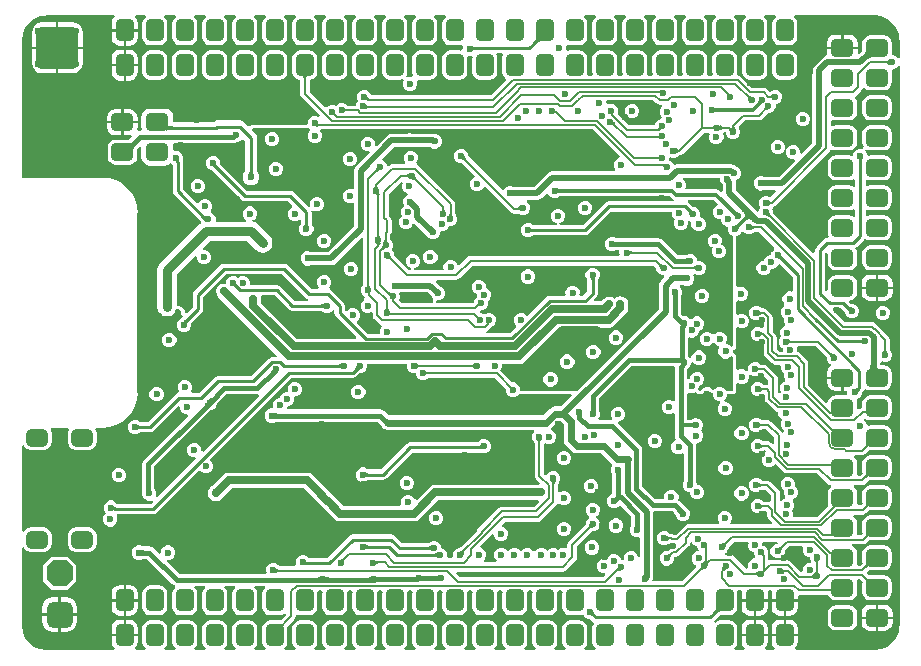
<source format=gbr>
%TF.GenerationSoftware,Altium Limited,Altium Designer,22.7.1 (60)*%
G04 Layer_Physical_Order=3*
G04 Layer_Color=16440176*
%FSLAX45Y45*%
%MOMM*%
%TF.SameCoordinates,C880B6F6-60C4-4622-843B-A454360AD99E*%
%TF.FilePolarity,Positive*%
%TF.FileFunction,Copper,L3,Inr,Signal*%
%TF.Part,Single*%
G01*
G75*
%TA.AperFunction,Conductor*%
%ADD78C,0.20000*%
%ADD79C,0.40000*%
%ADD81C,0.25000*%
%ADD82C,0.50000*%
%ADD83C,0.30000*%
%ADD84C,0.15000*%
%ADD86C,0.70000*%
%ADD87C,0.75000*%
%ADD92C,0.60000*%
%ADD94C,0.80000*%
%TA.AperFunction,ComponentPad*%
G04:AMPARAMS|DCode=101|XSize=1.8mm|YSize=1.45mm|CornerRadius=0.3625mm|HoleSize=0mm|Usage=FLASHONLY|Rotation=180.000|XOffset=0mm|YOffset=0mm|HoleType=Round|Shape=RoundedRectangle|*
%AMROUNDEDRECTD101*
21,1,1.80000,0.72500,0,0,180.0*
21,1,1.07500,1.45000,0,0,180.0*
1,1,0.72500,-0.53750,0.36250*
1,1,0.72500,0.53750,0.36250*
1,1,0.72500,0.53750,-0.36250*
1,1,0.72500,-0.53750,-0.36250*
%
%ADD101ROUNDEDRECTD101*%
G04:AMPARAMS|DCode=103|XSize=2.2mm|YSize=2.2mm|CornerRadius=0mm|HoleSize=0mm|Usage=FLASHONLY|Rotation=270.000|XOffset=0mm|YOffset=0mm|HoleType=Round|Shape=Octagon|*
%AMOCTAGOND103*
4,1,8,-0.55000,-1.10000,0.55000,-1.10000,1.10000,-0.55000,1.10000,0.55000,0.55000,1.10000,-0.55000,1.10000,-1.10000,0.55000,-1.10000,-0.55000,-0.55000,-1.10000,0.0*
%
%ADD103OCTAGOND103*%

G04:AMPARAMS|DCode=104|XSize=2.2mm|YSize=2.2mm|CornerRadius=0.55mm|HoleSize=0mm|Usage=FLASHONLY|Rotation=270.000|XOffset=0mm|YOffset=0mm|HoleType=Round|Shape=RoundedRectangle|*
%AMROUNDEDRECTD104*
21,1,2.20000,1.10000,0,0,270.0*
21,1,1.10000,2.20000,0,0,270.0*
1,1,1.10000,-0.55000,-0.55000*
1,1,1.10000,-0.55000,0.55000*
1,1,1.10000,0.55000,0.55000*
1,1,1.10000,0.55000,-0.55000*
%
%ADD104ROUNDEDRECTD104*%
%TA.AperFunction,ViaPad*%
%ADD105C,0.60000*%
%TA.AperFunction,ComponentPad*%
G04:AMPARAMS|DCode=106|XSize=1.5mm|YSize=1.9mm|CornerRadius=0.375mm|HoleSize=0mm|Usage=FLASHONLY|Rotation=270.000|XOffset=0mm|YOffset=0mm|HoleType=Round|Shape=RoundedRectangle|*
%AMROUNDEDRECTD106*
21,1,1.50000,1.15000,0,0,270.0*
21,1,0.75000,1.90000,0,0,270.0*
1,1,0.75000,-0.57500,-0.37500*
1,1,0.75000,-0.57500,0.37500*
1,1,0.75000,0.57500,0.37500*
1,1,0.75000,0.57500,-0.37500*
%
%ADD106ROUNDEDRECTD106*%
G04:AMPARAMS|DCode=107|XSize=1.5mm|YSize=1.9mm|CornerRadius=0.375mm|HoleSize=0mm|Usage=FLASHONLY|Rotation=0.000|XOffset=0mm|YOffset=0mm|HoleType=Round|Shape=RoundedRectangle|*
%AMROUNDEDRECTD107*
21,1,1.50000,1.15000,0,0,0.0*
21,1,0.75000,1.90000,0,0,0.0*
1,1,0.75000,0.37500,-0.57500*
1,1,0.75000,-0.37500,-0.57500*
1,1,0.75000,-0.37500,0.57500*
1,1,0.75000,0.37500,0.57500*
%
%ADD107ROUNDEDRECTD107*%
G04:AMPARAMS|DCode=108|XSize=3.6mm|YSize=3.6mm|CornerRadius=0.54mm|HoleSize=0mm|Usage=FLASHONLY|Rotation=0.000|XOffset=0mm|YOffset=0mm|HoleType=Round|Shape=RoundedRectangle|*
%AMROUNDEDRECTD108*
21,1,3.60000,2.52000,0,0,0.0*
21,1,2.52000,3.60000,0,0,0.0*
1,1,1.08000,1.26000,-1.26000*
1,1,1.08000,-1.26000,-1.26000*
1,1,1.08000,-1.26000,1.26000*
1,1,1.08000,1.26000,1.26000*
%
%ADD108ROUNDEDRECTD108*%
G36*
X5548630Y5196038D02*
X5546657Y5197373D01*
X5544219Y5197896D01*
X5541318Y5197607D01*
X5537952Y5196505D01*
X5534123Y5194591D01*
X5529829Y5191865D01*
X5525072Y5188327D01*
X5519851Y5183976D01*
X5508016Y5172838D01*
X5490338Y5190516D01*
X5496313Y5196665D01*
X5505827Y5207572D01*
X5509365Y5212329D01*
X5512091Y5216623D01*
X5514005Y5220452D01*
X5515107Y5223818D01*
X5515396Y5226719D01*
X5514873Y5229157D01*
X5513538Y5231130D01*
X5548630Y5196038D01*
D02*
G37*
G36*
X8434462Y5410484D02*
X8485651Y5389281D01*
X8529609Y5355551D01*
X8563338Y5311594D01*
X8584542Y5260404D01*
X8589867Y5219955D01*
X8591113Y5205471D01*
X8591116Y5205460D01*
X8591116Y5190471D01*
X8591120Y5057416D01*
X8576120Y5054432D01*
X8575688Y5055475D01*
X8558809Y5072354D01*
X8536757Y5081488D01*
X8535268D01*
X8525753Y5093083D01*
X8528322Y5106000D01*
Y5181000D01*
X8523083Y5207337D01*
X8508164Y5229664D01*
X8485837Y5244583D01*
X8459500Y5249822D01*
X8344500D01*
X8318163Y5244583D01*
X8295836Y5229664D01*
X8280917Y5207337D01*
X8275678Y5181000D01*
Y5122872D01*
X8272085Y5117448D01*
X8252360Y5094165D01*
X8238405Y5100899D01*
X8239420Y5106000D01*
Y5133500D01*
X8108000D01*
X7976580D01*
Y5106000D01*
X7979583Y5090905D01*
X7979605Y5090114D01*
X7968200Y5073731D01*
X7958540Y5071809D01*
X7940347Y5059653D01*
X7872260Y4991566D01*
X7860104Y4973373D01*
X7855836Y4951913D01*
Y4926023D01*
X7850000Y4911935D01*
Y4888065D01*
X7853923Y4878596D01*
Y4333938D01*
X7765378Y4245394D01*
X7751319Y4252548D01*
Y4271533D01*
X7742184Y4293586D01*
X7725306Y4310464D01*
X7703253Y4319599D01*
X7679384D01*
X7657331Y4310464D01*
X7640453Y4293586D01*
X7631319Y4271533D01*
Y4247664D01*
X7640453Y4225612D01*
X7657331Y4208733D01*
X7679384Y4199599D01*
X7698370D01*
X7705524Y4185539D01*
X7571043Y4051058D01*
X7440163D01*
X7430693Y4054981D01*
X7406824D01*
X7384771Y4045847D01*
X7367893Y4028968D01*
X7358758Y4006916D01*
Y3983046D01*
X7367893Y3960994D01*
X7384771Y3944116D01*
X7406824Y3934981D01*
X7430693D01*
X7440163Y3938904D01*
X7539941D01*
X7545682Y3925046D01*
X7497963Y3877327D01*
X7496497Y3878398D01*
X7494030Y3880865D01*
X7471977Y3890000D01*
X7448108D01*
X7426056Y3880865D01*
X7409177Y3863987D01*
X7400043Y3841935D01*
Y3818065D01*
X7409177Y3796013D01*
X7415169Y3790021D01*
X7409135Y3783987D01*
X7400000Y3761935D01*
Y3758904D01*
X7386142Y3753163D01*
X7364653Y3774653D01*
X7206077Y3933228D01*
Y4007294D01*
X7203427Y4020618D01*
X7223987Y4029134D01*
X7240866Y4046013D01*
X7250000Y4068065D01*
Y4091935D01*
X7240866Y4113987D01*
X7223987Y4130866D01*
X7209898Y4136701D01*
X7206947Y4139653D01*
X7188754Y4151809D01*
X7167294Y4156077D01*
X6710000D01*
X6688540Y4151809D01*
X6688478Y4151767D01*
X6674124Y4156121D01*
X6670865Y4163987D01*
X6653987Y4180866D01*
X6638101Y4187446D01*
X6642500Y4198065D01*
Y4206928D01*
X6654972Y4215262D01*
X6663881Y4211571D01*
X6687750D01*
X6709803Y4220706D01*
X6712280Y4223183D01*
X6715891Y4225849D01*
X6722444Y4230404D01*
X6727189Y4233337D01*
X6727484D01*
X6742116Y4236247D01*
X6754520Y4244536D01*
X6935277Y4425293D01*
X6935432Y4425398D01*
X6935695Y4425547D01*
X6935920Y4425652D01*
X6936155Y4425738D01*
X6936445Y4425818D01*
X6936628Y4425853D01*
X6974921D01*
X6984944Y4410852D01*
X6981126Y4401635D01*
Y4377766D01*
X6990260Y4355713D01*
X7007138Y4338835D01*
X7029191Y4329701D01*
X7053060D01*
X7075113Y4338835D01*
X7091991Y4355713D01*
X7101125Y4377766D01*
Y4401635D01*
X7095364Y4415545D01*
X7106270Y4428414D01*
X7122955D01*
X7123522Y4425643D01*
X7124136Y4421566D01*
Y4418065D01*
X7133270Y4396013D01*
X7150148Y4379134D01*
X7172201Y4370000D01*
X7196070D01*
X7218123Y4379134D01*
X7235001Y4396013D01*
X7244135Y4418065D01*
Y4441935D01*
X7235001Y4463987D01*
X7232524Y4466465D01*
X7229858Y4470076D01*
X7227516Y4473444D01*
X7285837Y4531766D01*
X7401722D01*
X7416354Y4534676D01*
X7428758Y4542964D01*
X7472392Y4586598D01*
X7486100Y4589407D01*
X7490177Y4590021D01*
X7493677D01*
X7515730Y4599155D01*
X7532608Y4616033D01*
X7541743Y4638086D01*
Y4661955D01*
X7547118Y4670000D01*
X7551935D01*
X7573987Y4679134D01*
X7590865Y4696013D01*
X7600000Y4718065D01*
Y4741935D01*
X7590865Y4763987D01*
X7573987Y4780865D01*
X7551935Y4790000D01*
X7528065D01*
X7506013Y4780865D01*
X7503536Y4778389D01*
X7499927Y4775724D01*
X7493366Y4771164D01*
X7493083Y4770989D01*
X7472036Y4792036D01*
X7459632Y4800324D01*
X7445000Y4803234D01*
X7340837D01*
X7247036Y4897036D01*
X7234632Y4905324D01*
X7226091Y4907023D01*
X7225968Y4907076D01*
X7216484Y4919190D01*
X7215186Y4923235D01*
X7218322Y4939000D01*
Y5054000D01*
X7213083Y5080337D01*
X7198164Y5102664D01*
X7175837Y5117583D01*
X7149500Y5122822D01*
X7074500D01*
X7048163Y5117583D01*
X7025836Y5102664D01*
X7010917Y5080337D01*
X7005678Y5054000D01*
Y4939000D01*
X7008814Y4923235D01*
X6997209Y4908234D01*
X6972791D01*
X6961186Y4923235D01*
X6964322Y4939000D01*
Y5054000D01*
X6959083Y5080337D01*
X6944164Y5102664D01*
X6921837Y5117583D01*
X6895500Y5122822D01*
X6820500D01*
X6794163Y5117583D01*
X6771836Y5102664D01*
X6756917Y5080337D01*
X6751678Y5054000D01*
Y4939000D01*
X6754814Y4923235D01*
X6743209Y4908234D01*
X6718791D01*
X6707186Y4923235D01*
X6710322Y4939000D01*
Y5054000D01*
X6705083Y5080337D01*
X6690164Y5102664D01*
X6667837Y5117583D01*
X6641500Y5122822D01*
X6566500D01*
X6540163Y5117583D01*
X6517836Y5102664D01*
X6502917Y5080337D01*
X6497678Y5054000D01*
Y4939000D01*
X6500814Y4923235D01*
X6489209Y4908234D01*
X6464791D01*
X6453186Y4923235D01*
X6456322Y4939000D01*
Y5054000D01*
X6451083Y5080337D01*
X6436164Y5102664D01*
X6413837Y5117583D01*
X6387500Y5122822D01*
X6312500D01*
X6286163Y5117583D01*
X6263836Y5102664D01*
X6248917Y5080337D01*
X6243678Y5054000D01*
Y4939000D01*
X6246814Y4923235D01*
X6235209Y4908234D01*
X6210791D01*
X6199186Y4923235D01*
X6202322Y4939000D01*
Y5054000D01*
X6197083Y5080337D01*
X6182164Y5102664D01*
X6159837Y5117583D01*
X6133500Y5122822D01*
X6058500D01*
X6032163Y5117583D01*
X6009836Y5102664D01*
X5994917Y5080337D01*
X5989678Y5054000D01*
Y4939000D01*
X5992814Y4923235D01*
X5981209Y4908234D01*
X5956791D01*
X5945186Y4923235D01*
X5948322Y4939000D01*
Y5054000D01*
X5943083Y5080337D01*
X5928164Y5102664D01*
X5905837Y5117583D01*
X5879500Y5122822D01*
X5804500D01*
X5782930Y5118532D01*
X5776461Y5123262D01*
X5772091Y5127526D01*
X5770469Y5130183D01*
Y5151513D01*
X5767602Y5158433D01*
X5774879Y5166001D01*
X5779390Y5169173D01*
X5804500Y5164178D01*
X5879500D01*
X5905837Y5169417D01*
X5928164Y5184336D01*
X5943083Y5206663D01*
X5948322Y5233000D01*
Y5348000D01*
X5943083Y5374337D01*
X5928164Y5396664D01*
X5920096Y5402056D01*
X5924646Y5417056D01*
X6013354D01*
X6017904Y5402056D01*
X6009836Y5396664D01*
X5994917Y5374337D01*
X5989678Y5348000D01*
Y5233000D01*
X5994917Y5206663D01*
X6009836Y5184336D01*
X6032163Y5169417D01*
X6058500Y5164178D01*
X6133500D01*
X6159837Y5169417D01*
X6182164Y5184336D01*
X6197083Y5206663D01*
X6202322Y5233000D01*
Y5348000D01*
X6197083Y5374337D01*
X6182164Y5396664D01*
X6174096Y5402056D01*
X6178646Y5417056D01*
X6267354D01*
X6271904Y5402056D01*
X6263836Y5396664D01*
X6248917Y5374337D01*
X6243678Y5348000D01*
Y5233000D01*
X6248917Y5206663D01*
X6263836Y5184336D01*
X6286163Y5169417D01*
X6312500Y5164178D01*
X6387500D01*
X6413837Y5169417D01*
X6436164Y5184336D01*
X6451083Y5206663D01*
X6456322Y5233000D01*
Y5348000D01*
X6451083Y5374337D01*
X6436164Y5396664D01*
X6428096Y5402056D01*
X6432646Y5417056D01*
X6521354D01*
X6525904Y5402056D01*
X6517836Y5396664D01*
X6502917Y5374337D01*
X6497678Y5348000D01*
Y5233000D01*
X6502917Y5206663D01*
X6517836Y5184336D01*
X6540163Y5169417D01*
X6566500Y5164178D01*
X6641500D01*
X6667837Y5169417D01*
X6690164Y5184336D01*
X6705083Y5206663D01*
X6710322Y5233000D01*
Y5348000D01*
X6705083Y5374337D01*
X6690164Y5396664D01*
X6682096Y5402056D01*
X6686646Y5417056D01*
X6775354D01*
X6779904Y5402056D01*
X6771836Y5396664D01*
X6756917Y5374337D01*
X6751678Y5348000D01*
Y5233000D01*
X6756917Y5206663D01*
X6771836Y5184336D01*
X6794163Y5169417D01*
X6820500Y5164178D01*
X6895500D01*
X6921837Y5169417D01*
X6944164Y5184336D01*
X6959083Y5206663D01*
X6964322Y5233000D01*
Y5348000D01*
X6959083Y5374337D01*
X6944164Y5396664D01*
X6936096Y5402056D01*
X6940646Y5417056D01*
X7029354D01*
X7033904Y5402056D01*
X7025836Y5396664D01*
X7010917Y5374337D01*
X7005678Y5348000D01*
Y5233000D01*
X7010917Y5206663D01*
X7025836Y5184336D01*
X7048163Y5169417D01*
X7074500Y5164178D01*
X7149500D01*
X7175837Y5169417D01*
X7198164Y5184336D01*
X7213083Y5206663D01*
X7218322Y5233000D01*
Y5348000D01*
X7213083Y5374337D01*
X7198164Y5396664D01*
X7190096Y5402056D01*
X7194646Y5417056D01*
X7283354D01*
X7287904Y5402056D01*
X7279836Y5396664D01*
X7264917Y5374337D01*
X7259678Y5348000D01*
Y5233000D01*
X7264917Y5206663D01*
X7279836Y5184336D01*
X7302163Y5169417D01*
X7328500Y5164178D01*
X7403500D01*
X7429837Y5169417D01*
X7452164Y5184336D01*
X7467083Y5206663D01*
X7472322Y5233000D01*
Y5348000D01*
X7467083Y5374337D01*
X7452164Y5396664D01*
X7444096Y5402056D01*
X7448646Y5417056D01*
X7537354D01*
X7541904Y5402056D01*
X7533836Y5396664D01*
X7518917Y5374337D01*
X7513678Y5348000D01*
Y5233000D01*
X7518917Y5206663D01*
X7533836Y5184336D01*
X7556163Y5169417D01*
X7582500Y5164178D01*
X7657500D01*
X7683837Y5169417D01*
X7706164Y5184336D01*
X7721083Y5206663D01*
X7726322Y5233000D01*
Y5348000D01*
X7721083Y5374337D01*
X7706164Y5396664D01*
X7698096Y5402056D01*
X7702646Y5417056D01*
X8379531D01*
X8381527Y5417453D01*
X8434462Y5410484D01*
D02*
G37*
G36*
X4747904Y5402056D02*
X4739836Y5396664D01*
X4724917Y5374337D01*
X4719678Y5348000D01*
Y5233000D01*
X4724917Y5206663D01*
X4739836Y5184336D01*
X4762163Y5169417D01*
X4788500Y5164178D01*
X4863500D01*
X4884170Y5168289D01*
X4895310Y5156815D01*
X4895486Y5156411D01*
X4892487Y5149171D01*
Y5132350D01*
X4881053Y5120773D01*
X4878629Y5119813D01*
X4863500Y5122822D01*
X4788500D01*
X4762163Y5117583D01*
X4739836Y5102664D01*
X4724917Y5080337D01*
X4719678Y5054000D01*
Y4939000D01*
X4724917Y4912663D01*
X4739836Y4890336D01*
X4762163Y4875417D01*
X4788500Y4870178D01*
X4863500D01*
X4889837Y4875417D01*
X4912164Y4890336D01*
X4927083Y4912663D01*
X4932322Y4939000D01*
Y5054000D01*
X4930066Y5065344D01*
X4935793Y5071839D01*
X4942994Y5077236D01*
X4963006D01*
X4965257Y5076414D01*
X4976027Y5065807D01*
X4973678Y5054000D01*
Y4939000D01*
X4978917Y4912663D01*
X4993836Y4890336D01*
X5016163Y4875417D01*
X5042500Y4870178D01*
X5117500D01*
X5143837Y4875417D01*
X5166164Y4890336D01*
X5181083Y4912663D01*
X5186322Y4939000D01*
Y5054000D01*
X5181083Y5080337D01*
X5179011Y5083439D01*
X5186082Y5096667D01*
X5227918D01*
X5234989Y5083439D01*
X5232917Y5080337D01*
X5227678Y5054000D01*
Y4939000D01*
X5232917Y4912663D01*
X5247836Y4890336D01*
X5258881Y4882955D01*
X5260351Y4868028D01*
X5133108Y4740784D01*
X4120034D01*
X4120000Y4740884D01*
Y4741935D01*
X4118677Y4745127D01*
X4118473Y4745860D01*
X4117922Y4746951D01*
X4110866Y4763987D01*
X4093987Y4780865D01*
X4071935Y4790000D01*
X4048065D01*
X4026013Y4780865D01*
X4009134Y4763987D01*
X4000000Y4741935D01*
Y4718065D01*
X4009134Y4696013D01*
X4010147Y4695000D01*
X3999134Y4683987D01*
X3990000Y4661935D01*
Y4653283D01*
X3914069D01*
X3903987Y4663365D01*
X3881935Y4672500D01*
X3858065D01*
X3836013Y4663365D01*
X3823652Y4651004D01*
X3801935Y4660000D01*
X3778065D01*
X3756013Y4650865D01*
X3748103Y4642956D01*
X3727568Y4642277D01*
X3596784Y4773062D01*
Y4870831D01*
X3619837Y4875417D01*
X3642164Y4890336D01*
X3657083Y4912663D01*
X3662322Y4939000D01*
Y5054000D01*
X3657083Y5080337D01*
X3642164Y5102664D01*
X3619837Y5117583D01*
X3593500Y5122822D01*
X3518500D01*
X3492163Y5117583D01*
X3469836Y5102664D01*
X3454917Y5080337D01*
X3449678Y5054000D01*
Y4939000D01*
X3454917Y4912663D01*
X3469836Y4890336D01*
X3492163Y4875417D01*
X3515216Y4870831D01*
Y4756170D01*
X3515216Y4756169D01*
X3518321Y4740562D01*
X3527162Y4727330D01*
X3681911Y4572581D01*
X3673985Y4560864D01*
X3651932Y4569998D01*
X3628063D01*
X3606011Y4560864D01*
X3589132Y4543986D01*
X3579998Y4521933D01*
Y4505588D01*
X3568095Y4490587D01*
X3115758Y4490588D01*
X3104052Y4488259D01*
X3094129Y4481629D01*
X3076385Y4480212D01*
X3075465Y4480695D01*
X3043309Y4512850D01*
X3025944Y4524454D01*
X3005459Y4528528D01*
X2815001D01*
X2794517Y4524454D01*
X2786147Y4518861D01*
X2442518D01*
Y4549900D01*
X2436503Y4580139D01*
X2419374Y4605774D01*
X2393739Y4622903D01*
X2363500Y4628918D01*
X2248500D01*
X2218261Y4622903D01*
X2192626Y4605774D01*
X2175497Y4580139D01*
X2169482Y4549900D01*
Y4474900D01*
X2173668Y4453855D01*
X2162965Y4439204D01*
X2148054Y4437229D01*
X2141346Y4443363D01*
X2141148Y4443601D01*
X2138308Y4449198D01*
X2143420Y4474900D01*
Y4502400D01*
X2022000D01*
Y4400980D01*
X2069500D01*
X2084191Y4403902D01*
X2091581Y4390078D01*
X2086085Y4384583D01*
X2071039Y4371317D01*
X2064532Y4366361D01*
X2062044Y4364722D01*
X1954500D01*
X1928163Y4359483D01*
X1905836Y4344564D01*
X1890917Y4322237D01*
X1885678Y4295900D01*
Y4220900D01*
X1890917Y4194563D01*
X1905836Y4172235D01*
X1928163Y4157317D01*
X1954500Y4152078D01*
X2069500D01*
X2095837Y4157317D01*
X2118164Y4172235D01*
X2133083Y4194563D01*
X2138322Y4220900D01*
Y4288444D01*
X2139531Y4290280D01*
X2148102Y4300418D01*
X2167494Y4300123D01*
X2169756Y4297276D01*
X2169482Y4295900D01*
Y4220900D01*
X2175497Y4190661D01*
X2192626Y4165026D01*
X2218261Y4147897D01*
X2248500Y4141882D01*
X2363500D01*
X2393739Y4147897D01*
X2419374Y4165025D01*
X2424267Y4165508D01*
X2433811Y4155963D01*
X2436668Y4154780D01*
Y3930000D01*
X2439966Y3913417D01*
X2449360Y3899359D01*
X2674719Y3674000D01*
X2674594Y3658183D01*
X2672650Y3654577D01*
X2662323Y3647676D01*
X2332321Y3317674D01*
X2314640Y3291212D01*
X2308431Y3259998D01*
Y2949999D01*
X2314640Y2918785D01*
X2332321Y2892323D01*
X2358783Y2874641D01*
X2389998Y2868432D01*
X2421212Y2874641D01*
X2447674Y2892323D01*
X2465356Y2918785D01*
X2467625Y2930196D01*
X2471565Y2929412D01*
X2485851D01*
X2496661Y2924934D01*
X2504935Y2916660D01*
X2509412Y2905851D01*
Y2901965D01*
X2511740Y2890260D01*
X2515886Y2884055D01*
X2518371Y2880336D01*
X2521274Y2864569D01*
X2520904Y2861801D01*
X2520626Y2861609D01*
X2517904Y2860032D01*
X2517455Y2859816D01*
X2514225Y2858544D01*
X2512478Y2857994D01*
X2510164Y2856727D01*
X2496013Y2850866D01*
X2479134Y2833987D01*
X2470000Y2811935D01*
Y2788065D01*
X2479134Y2766013D01*
X2496013Y2749134D01*
X2518065Y2740000D01*
X2541935D01*
X2563987Y2749134D01*
X2580866Y2766013D01*
X2590000Y2788065D01*
Y2801088D01*
X2590439Y2804158D01*
X2590302Y2806671D01*
X2590312Y2807951D01*
X2590357Y2808547D01*
X2680641Y2898830D01*
X2690034Y2912888D01*
X2693332Y2929471D01*
Y3032051D01*
X2887949Y3226668D01*
X3362051D01*
X3559359Y3029359D01*
X3573417Y3019966D01*
X3581634Y3018332D01*
X3580157Y3003332D01*
X3467950D01*
X3350640Y3120640D01*
X3336583Y3130034D01*
X3320000Y3133332D01*
X3094479D01*
X3091317Y3138066D01*
Y3161935D01*
X3082183Y3183987D01*
X3065304Y3200866D01*
X3043252Y3210000D01*
X3019382D01*
X2997330Y3200866D01*
X2990658Y3194194D01*
X2983987Y3200866D01*
X2961935Y3210000D01*
X2938065D01*
X2916013Y3200866D01*
X2899134Y3183987D01*
X2890000Y3161935D01*
Y3154117D01*
X2878405Y3144601D01*
X2870000Y3146273D01*
X2844638Y3141228D01*
X2823138Y3126862D01*
X2808772Y3105362D01*
X2803727Y3080000D01*
X2808772Y3054638D01*
X2823138Y3033138D01*
X3319085Y2537191D01*
X3313345Y2523333D01*
X3280000D01*
X3263417Y2520034D01*
X3249359Y2510641D01*
X3102051Y2363332D01*
X2820000D01*
X2803417Y2360034D01*
X2789359Y2350641D01*
X2662051Y2223332D01*
X2597784D01*
X2591826Y2238332D01*
X2600000Y2258065D01*
Y2281935D01*
X2590866Y2303987D01*
X2573987Y2320866D01*
X2551935Y2330000D01*
X2528065D01*
X2506013Y2320866D01*
X2489134Y2303987D01*
X2480000Y2281935D01*
Y2258065D01*
X2488407Y2237769D01*
X2487950Y2233346D01*
X2482611Y2221322D01*
X2476133Y2220034D01*
X2462075Y2210641D01*
X2224767Y1973332D01*
X2164991D01*
X2164343Y1973581D01*
X2163247Y1974083D01*
X2162198Y1974638D01*
X2158139Y1977188D01*
X2156439Y1978414D01*
X2153987Y1980865D01*
X2131935Y1990000D01*
X2108065D01*
X2086013Y1980865D01*
X2069135Y1963987D01*
X2060000Y1941935D01*
Y1918065D01*
X2069135Y1896013D01*
X2086013Y1879134D01*
X2108065Y1870000D01*
X2131935D01*
X2153987Y1879134D01*
X2156439Y1881586D01*
X2158142Y1882814D01*
X2162196Y1885361D01*
X2163246Y1885916D01*
X2164343Y1886419D01*
X2164991Y1886668D01*
X2242716D01*
X2259299Y1889966D01*
X2273356Y1899359D01*
X2485000Y2111003D01*
X2500000Y2104790D01*
Y2088065D01*
X2509134Y2066013D01*
X2526013Y2049135D01*
X2548065Y2040000D01*
X2556692D01*
X2562905Y2025000D01*
X2193952Y1656047D01*
X2182901Y1639508D01*
X2179021Y1619999D01*
Y1385412D01*
X2180000Y1380487D01*
Y1358065D01*
X2189135Y1336013D01*
X2206013Y1319134D01*
X2228065Y1310000D01*
X2251935D01*
X2261446Y1313939D01*
X2269942Y1301223D01*
X2252052Y1283332D01*
X1965320D01*
X1964657Y1284935D01*
X1947778Y1301813D01*
X1925726Y1310948D01*
X1901856D01*
X1879804Y1301813D01*
X1862926Y1284935D01*
X1853791Y1262882D01*
Y1239013D01*
X1862926Y1216960D01*
X1876512Y1203375D01*
X1876013Y1200865D01*
X1859134Y1183987D01*
X1850000Y1161935D01*
Y1138065D01*
X1859134Y1116013D01*
X1876013Y1099134D01*
X1898065Y1090000D01*
X1921935D01*
X1943987Y1099134D01*
X1960866Y1116013D01*
X1970000Y1138065D01*
Y1161935D01*
X1961826Y1181668D01*
X1967784Y1196668D01*
X2270001D01*
X2286583Y1199966D01*
X2300641Y1209360D01*
X2655060Y1563778D01*
X2673821Y1561326D01*
X2686013Y1549135D01*
X2708065Y1540000D01*
X2731935D01*
X2753987Y1549135D01*
X2770865Y1566013D01*
X2780000Y1588065D01*
Y1611935D01*
X2770865Y1633987D01*
X2753987Y1650865D01*
X2752023Y1660741D01*
X3440449Y2349168D01*
X3962500D01*
X3979083Y2352466D01*
X3993141Y2361859D01*
X4018827Y2387545D01*
X4019461Y2387828D01*
X4020594Y2388249D01*
X4021726Y2388598D01*
X4026394Y2389664D01*
X4028470Y2390000D01*
X4031935D01*
X4053987Y2399134D01*
X4070866Y2416013D01*
X4080000Y2438065D01*
Y2461934D01*
X4081198Y2463727D01*
X4418802D01*
X4420001Y2461932D01*
Y2438063D01*
X4429136Y2416010D01*
X4446014Y2399132D01*
X4468067Y2389998D01*
X4491936D01*
X4493348Y2389054D01*
X4500341Y2377243D01*
X4509136Y2356011D01*
X4526014Y2339132D01*
X4548066Y2329998D01*
X4571936D01*
X4593988Y2339132D01*
X4606619Y2351763D01*
X5164165D01*
X5260000Y2255928D01*
Y2238065D01*
X5269134Y2216013D01*
X5286013Y2199135D01*
X5308065Y2190000D01*
X5331935D01*
X5353987Y2199135D01*
X5367275Y2212422D01*
X5368295Y2211741D01*
X5380000Y2209412D01*
X5810509D01*
X5816249Y2195554D01*
X5727119Y2106424D01*
X5675249D01*
X5651838Y2101768D01*
X5631992Y2088506D01*
X5574661Y2031176D01*
X4265509D01*
X4230638Y2066046D01*
X4214099Y2077097D01*
X4194590Y2080978D01*
X3415016D01*
X3407082Y2092853D01*
X3413663Y2106852D01*
X3420500D01*
X3442552Y2115986D01*
X3459430Y2132865D01*
X3468565Y2154917D01*
Y2178786D01*
X3476704Y2190967D01*
X3483601D01*
X3505654Y2200102D01*
X3522532Y2216980D01*
X3531666Y2239033D01*
Y2262902D01*
X3522532Y2284955D01*
X3505654Y2301833D01*
X3483601Y2310967D01*
X3459732D01*
X3437679Y2301833D01*
X3420801Y2284955D01*
X3411667Y2262902D01*
Y2239033D01*
X3403527Y2226852D01*
X3396630D01*
X3374578Y2217717D01*
X3357699Y2200839D01*
X3349068Y2180000D01*
X3338065D01*
X3316013Y2170866D01*
X3299134Y2153987D01*
X3290000Y2131935D01*
Y2108065D01*
X3291276Y2104984D01*
X3281248Y2089998D01*
X3267373D01*
X3245320Y2080864D01*
X3228442Y2063986D01*
X3219308Y2041933D01*
Y2018064D01*
X3228442Y1996011D01*
X3245320Y1979133D01*
X3267373Y1969999D01*
X3291242D01*
X3313020Y1979019D01*
X4173473D01*
X4202880Y1949612D01*
X4203481Y1946589D01*
X4206829Y1941579D01*
X4209135Y1936013D01*
X4213395Y1931752D01*
X4216743Y1926743D01*
X4221752Y1923395D01*
X4226013Y1919135D01*
X4231579Y1916829D01*
X4236589Y1913481D01*
X4242500Y1912306D01*
X4248065Y1910000D01*
X4254090D01*
X4260000Y1908825D01*
X5492759D01*
X5498972Y1893825D01*
X5489135Y1883987D01*
X5480000Y1861935D01*
Y1838065D01*
X5489135Y1816013D01*
X5491612Y1813536D01*
X5494278Y1809924D01*
X5498833Y1803371D01*
X5501766Y1798627D01*
Y1520000D01*
X5504676Y1505368D01*
X5512964Y1492964D01*
X5545191Y1460738D01*
X5538977Y1445738D01*
X4659465D01*
X4634103Y1440693D01*
X4612602Y1426327D01*
X4503858Y1317583D01*
X4486191Y1321129D01*
X4480866Y1333987D01*
X4463987Y1350865D01*
X4441935Y1360000D01*
X4418065D01*
X4396013Y1350865D01*
X4379134Y1333987D01*
X4370000Y1311935D01*
Y1288065D01*
X4373861Y1278745D01*
X4365527Y1266273D01*
X3884221D01*
X3797327Y1353167D01*
X3793669Y1356830D01*
X3793650Y1356843D01*
X3793637Y1356862D01*
X3698635Y1451863D01*
X3698635Y1451864D01*
X3623634Y1526864D01*
X3602134Y1541231D01*
X3576772Y1546275D01*
X2910002D01*
X2884640Y1541231D01*
X2863140Y1526864D01*
X2767939Y1431663D01*
X2766013Y1430866D01*
X2749134Y1413987D01*
X2745738Y1405788D01*
X2738772Y1395362D01*
X2733727Y1370000D01*
X2738772Y1344638D01*
X2753138Y1323138D01*
X2774638Y1308772D01*
X2800000Y1303727D01*
X2825362Y1308772D01*
X2846862Y1323138D01*
X2937453Y1413729D01*
X3549321D01*
X3604911Y1358139D01*
X3604912Y1358138D01*
X3699880Y1263170D01*
X3703537Y1259508D01*
X3703557Y1259495D01*
X3703570Y1259475D01*
X3809907Y1153138D01*
X3831408Y1138771D01*
X3856769Y1133727D01*
X4480000D01*
X4505362Y1138771D01*
X4526862Y1153138D01*
X4686916Y1313191D01*
X5529522D01*
X5535262Y1299333D01*
X5494163Y1258234D01*
X5225563D01*
X5210932Y1255324D01*
X5198528Y1247036D01*
X5025051Y1073559D01*
X5016763Y1061155D01*
X5015680Y1055714D01*
X4874378Y914411D01*
X4860248Y910000D01*
X4858065D01*
X4836013Y900866D01*
X4819134Y883987D01*
X4810000Y861935D01*
Y838066D01*
X4801794Y825784D01*
X4768206D01*
X4760000Y838066D01*
Y861935D01*
X4750866Y883987D01*
X4733987Y900866D01*
X4711935Y910000D01*
X4710000D01*
Y921935D01*
X4700866Y943987D01*
X4683987Y960865D01*
X4661935Y970000D01*
X4638065D01*
X4616013Y960865D01*
X4613562Y958414D01*
X4611858Y957186D01*
X4607804Y954639D01*
X4606754Y954084D01*
X4605657Y953581D01*
X4605009Y953332D01*
X4377949D01*
X4320640Y1010641D01*
X4306582Y1020034D01*
X4290000Y1023332D01*
X3960000D01*
X3943418Y1020034D01*
X3929360Y1010641D01*
X3742051Y823332D01*
X3591137D01*
X3590866Y823987D01*
X3573987Y840865D01*
X3551935Y850000D01*
X3528065D01*
X3506013Y840865D01*
X3489135Y823987D01*
X3480000Y801935D01*
Y778065D01*
X3483016Y770784D01*
X3472993Y755784D01*
X3340484D01*
X3339726Y756355D01*
X3335754Y759886D01*
X3333519Y762150D01*
X3330986Y763867D01*
X3323987Y770866D01*
X3301935Y780000D01*
X3278065D01*
X3256013Y770866D01*
X3239134Y753987D01*
X3230000Y731935D01*
Y708065D01*
X3231911Y703451D01*
X3223578Y690980D01*
X2491117D01*
X2386411Y795685D01*
X2393309Y810000D01*
X2411935D01*
X2433987Y819135D01*
X2450866Y836013D01*
X2460000Y858065D01*
Y881935D01*
X2450866Y903987D01*
X2433987Y920866D01*
X2411935Y930000D01*
X2388065D01*
X2366013Y920866D01*
X2349134Y903987D01*
X2340000Y881935D01*
Y863309D01*
X2325685Y856411D01*
X2276048Y906048D01*
X2259509Y917099D01*
X2240000Y920980D01*
X2183712D01*
X2161935Y930000D01*
X2138065D01*
X2116013Y920866D01*
X2099134Y903987D01*
X2090000Y881935D01*
Y858065D01*
X2099134Y836013D01*
X2116013Y819135D01*
X2138065Y810000D01*
X2161935D01*
X2183712Y819020D01*
X2218884D01*
X2433952Y603952D01*
X2450491Y592901D01*
X2457908Y591426D01*
X2461075Y575502D01*
X2453836Y570664D01*
X2438917Y548337D01*
X2433678Y522000D01*
Y407000D01*
X2438917Y380663D01*
X2453836Y358336D01*
X2476163Y343417D01*
X2502500Y338178D01*
X2577500D01*
X2603837Y343417D01*
X2626164Y358336D01*
X2641083Y380663D01*
X2646322Y407000D01*
Y522000D01*
X2641083Y548337D01*
X2626164Y570664D01*
X2621142Y574020D01*
X2625692Y589020D01*
X2708308D01*
X2712858Y574020D01*
X2707836Y570664D01*
X2692917Y548337D01*
X2687678Y522000D01*
Y407000D01*
X2692917Y380663D01*
X2707836Y358336D01*
X2730163Y343417D01*
X2756500Y338178D01*
X2831500D01*
X2857837Y343417D01*
X2880164Y358336D01*
X2895083Y380663D01*
X2900322Y407000D01*
Y522000D01*
X2895083Y548337D01*
X2880164Y570664D01*
X2875142Y574020D01*
X2879692Y589020D01*
X2962308D01*
X2966858Y574020D01*
X2961836Y570664D01*
X2946917Y548337D01*
X2941678Y522000D01*
Y407000D01*
X2946917Y380663D01*
X2961836Y358336D01*
X2984163Y343417D01*
X3010500Y338178D01*
X3085500D01*
X3111837Y343417D01*
X3134164Y358336D01*
X3149083Y380663D01*
X3154322Y407000D01*
Y522000D01*
X3149083Y548337D01*
X3134164Y570664D01*
X3129142Y574020D01*
X3133692Y589020D01*
X3216308D01*
X3220858Y574020D01*
X3215836Y570664D01*
X3200917Y548337D01*
X3195678Y522000D01*
Y407000D01*
X3200917Y380663D01*
X3215836Y358336D01*
X3238163Y343417D01*
X3264500Y338178D01*
X3339500D01*
X3365837Y343417D01*
X3378742Y352039D01*
X3395550Y345604D01*
X3396918Y339489D01*
X3351803Y294375D01*
X3339500Y296822D01*
X3264500D01*
X3238163Y291583D01*
X3215836Y276664D01*
X3200917Y254337D01*
X3195678Y228000D01*
Y113000D01*
X3200917Y86663D01*
X3215836Y64336D01*
X3223904Y58944D01*
X3219354Y43944D01*
X3130646D01*
X3126096Y58944D01*
X3134164Y64336D01*
X3149083Y86663D01*
X3154322Y113000D01*
Y228000D01*
X3149083Y254337D01*
X3134164Y276664D01*
X3111837Y291583D01*
X3085500Y296822D01*
X3010500D01*
X2984163Y291583D01*
X2961836Y276664D01*
X2946917Y254337D01*
X2941678Y228000D01*
Y113000D01*
X2946917Y86663D01*
X2961836Y64336D01*
X2969904Y58944D01*
X2965354Y43944D01*
X2876646D01*
X2872096Y58944D01*
X2880164Y64336D01*
X2895083Y86663D01*
X2900322Y113000D01*
Y228000D01*
X2895083Y254337D01*
X2880164Y276664D01*
X2857837Y291583D01*
X2831500Y296822D01*
X2756500D01*
X2730163Y291583D01*
X2707836Y276664D01*
X2692917Y254337D01*
X2687678Y228000D01*
Y113000D01*
X2692917Y86663D01*
X2707836Y64336D01*
X2715904Y58944D01*
X2711354Y43944D01*
X2622646D01*
X2618096Y58944D01*
X2626164Y64336D01*
X2641083Y86663D01*
X2646322Y113000D01*
Y228000D01*
X2641083Y254337D01*
X2626164Y276664D01*
X2603837Y291583D01*
X2577500Y296822D01*
X2502500D01*
X2476163Y291583D01*
X2453836Y276664D01*
X2438917Y254337D01*
X2433678Y228000D01*
Y113000D01*
X2438917Y86663D01*
X2453836Y64336D01*
X2461904Y58944D01*
X2457354Y43944D01*
X2368646D01*
X2364096Y58944D01*
X2372164Y64336D01*
X2387083Y86663D01*
X2392322Y113000D01*
Y228000D01*
X2387083Y254337D01*
X2372164Y276664D01*
X2349837Y291583D01*
X2323500Y296822D01*
X2248500D01*
X2222163Y291583D01*
X2199836Y276664D01*
X2184917Y254337D01*
X2179678Y228000D01*
Y113000D01*
X2184917Y86663D01*
X2199836Y64336D01*
X2207904Y58944D01*
X2203354Y43944D01*
X2123646D01*
X2119096Y58944D01*
X2121769Y60731D01*
X2137793Y84712D01*
X2143420Y113000D01*
Y160500D01*
X1920580D01*
Y113000D01*
X1926207Y84712D01*
X1942231Y60731D01*
X1944904Y58944D01*
X1940354Y43944D01*
X1371600D01*
X1369643Y43555D01*
X1317066Y50477D01*
X1266249Y71526D01*
X1222611Y105011D01*
X1189126Y148649D01*
X1168077Y199466D01*
X1161155Y252043D01*
X1161544Y254000D01*
Y906011D01*
X1175454Y914991D01*
X1176544Y914852D01*
X1190487Y893986D01*
X1212401Y879344D01*
X1238250Y874202D01*
X1345750D01*
X1371599Y879344D01*
X1393513Y893986D01*
X1408156Y915900D01*
X1413298Y941750D01*
Y1014250D01*
X1408156Y1040099D01*
X1393513Y1062013D01*
X1371599Y1076656D01*
X1345750Y1081798D01*
X1238250D01*
X1212401Y1076656D01*
X1190487Y1062013D01*
X1176544Y1041148D01*
X1175454Y1041009D01*
X1161544Y1049989D01*
Y1770011D01*
X1175454Y1778991D01*
X1176544Y1778852D01*
X1190487Y1757986D01*
X1212401Y1743344D01*
X1238250Y1738202D01*
X1345750D01*
X1371599Y1743344D01*
X1393513Y1757986D01*
X1408156Y1779900D01*
X1413298Y1805750D01*
Y1878250D01*
X1408156Y1904099D01*
X1403327Y1911327D01*
X1410397Y1924556D01*
X1553602D01*
X1560673Y1911327D01*
X1555844Y1904099D01*
X1550702Y1878250D01*
Y1805750D01*
X1555844Y1779900D01*
X1570487Y1757986D01*
X1592401Y1743344D01*
X1618250Y1738202D01*
X1725750D01*
X1751599Y1743344D01*
X1773513Y1757986D01*
X1788156Y1779900D01*
X1793298Y1805750D01*
Y1878250D01*
X1788156Y1904099D01*
X1783327Y1911327D01*
X1790397Y1924556D01*
X1841500D01*
Y1923962D01*
X1899742Y1929699D01*
X1955745Y1946687D01*
X2007359Y1974275D01*
X2052598Y2011402D01*
X2089725Y2056641D01*
X2117313Y2108255D01*
X2134301Y2164258D01*
X2140038Y2222500D01*
X2139444D01*
Y3746500D01*
X2140038D01*
X2134301Y3804742D01*
X2117313Y3860745D01*
X2089725Y3912359D01*
X2052598Y3957598D01*
X2007359Y3994725D01*
X1955745Y4022313D01*
X1899742Y4039301D01*
X1841500Y4045038D01*
Y4044444D01*
X1161544D01*
Y5207000D01*
X1161155Y5208958D01*
X1168077Y5261534D01*
X1189126Y5312351D01*
X1222610Y5355989D01*
X1266248Y5389474D01*
X1317066Y5410523D01*
X1357121Y5415796D01*
X1371600Y5417055D01*
Y5417056D01*
X1940354D01*
X1944904Y5402056D01*
X1942231Y5400269D01*
X1926207Y5376288D01*
X1920580Y5348000D01*
Y5300500D01*
X2143420D01*
Y5348000D01*
X2137793Y5376288D01*
X2121769Y5400269D01*
X2119096Y5402056D01*
X2123646Y5417056D01*
X2203354D01*
X2207904Y5402056D01*
X2199836Y5396664D01*
X2184917Y5374337D01*
X2179678Y5348000D01*
Y5233000D01*
X2184917Y5206663D01*
X2199836Y5184336D01*
X2222163Y5169417D01*
X2248500Y5164178D01*
X2323500D01*
X2349837Y5169417D01*
X2372164Y5184336D01*
X2387083Y5206663D01*
X2392322Y5233000D01*
Y5348000D01*
X2387083Y5374337D01*
X2372164Y5396664D01*
X2364096Y5402056D01*
X2368646Y5417056D01*
X2457354D01*
X2461904Y5402056D01*
X2453836Y5396664D01*
X2438917Y5374337D01*
X2433678Y5348000D01*
Y5233000D01*
X2438917Y5206663D01*
X2453836Y5184336D01*
X2476163Y5169417D01*
X2502500Y5164178D01*
X2577500D01*
X2603837Y5169417D01*
X2626164Y5184336D01*
X2641083Y5206663D01*
X2646322Y5233000D01*
Y5348000D01*
X2641083Y5374337D01*
X2626164Y5396664D01*
X2618096Y5402056D01*
X2622646Y5417056D01*
X2711354D01*
X2715904Y5402056D01*
X2707836Y5396664D01*
X2692917Y5374337D01*
X2687678Y5348000D01*
Y5233000D01*
X2692917Y5206663D01*
X2707836Y5184336D01*
X2730163Y5169417D01*
X2756500Y5164178D01*
X2831500D01*
X2857837Y5169417D01*
X2880164Y5184336D01*
X2895083Y5206663D01*
X2900322Y5233000D01*
Y5348000D01*
X2895083Y5374337D01*
X2880164Y5396664D01*
X2872096Y5402056D01*
X2876646Y5417056D01*
X2965354D01*
X2969904Y5402056D01*
X2961836Y5396664D01*
X2946917Y5374337D01*
X2941678Y5348000D01*
Y5233000D01*
X2946917Y5206663D01*
X2961836Y5184336D01*
X2984163Y5169417D01*
X3010500Y5164178D01*
X3085500D01*
X3111837Y5169417D01*
X3134164Y5184336D01*
X3149083Y5206663D01*
X3154322Y5233000D01*
Y5348000D01*
X3149083Y5374337D01*
X3134164Y5396664D01*
X3126096Y5402056D01*
X3130646Y5417056D01*
X3219354D01*
X3223904Y5402056D01*
X3215836Y5396664D01*
X3200917Y5374337D01*
X3195678Y5348000D01*
Y5233000D01*
X3200917Y5206663D01*
X3215836Y5184336D01*
X3238163Y5169417D01*
X3264500Y5164178D01*
X3339500D01*
X3365837Y5169417D01*
X3388164Y5184336D01*
X3403083Y5206663D01*
X3408322Y5233000D01*
Y5348000D01*
X3403083Y5374337D01*
X3388164Y5396664D01*
X3380096Y5402056D01*
X3384646Y5417056D01*
X3473354D01*
X3477904Y5402056D01*
X3469836Y5396664D01*
X3454917Y5374337D01*
X3449678Y5348000D01*
Y5233000D01*
X3454917Y5206663D01*
X3469836Y5184336D01*
X3492163Y5169417D01*
X3518500Y5164178D01*
X3593500D01*
X3619837Y5169417D01*
X3642164Y5184336D01*
X3657083Y5206663D01*
X3662322Y5233000D01*
Y5348000D01*
X3657083Y5374337D01*
X3642164Y5396664D01*
X3634096Y5402056D01*
X3638646Y5417056D01*
X3727354D01*
X3731904Y5402056D01*
X3723836Y5396664D01*
X3708917Y5374337D01*
X3703678Y5348000D01*
Y5233000D01*
X3708917Y5206663D01*
X3723836Y5184336D01*
X3746163Y5169417D01*
X3772500Y5164178D01*
X3847500D01*
X3873837Y5169417D01*
X3896164Y5184336D01*
X3911083Y5206663D01*
X3916322Y5233000D01*
Y5348000D01*
X3911083Y5374337D01*
X3896164Y5396664D01*
X3888096Y5402056D01*
X3892646Y5417056D01*
X3981354D01*
X3985904Y5402056D01*
X3977836Y5396664D01*
X3962917Y5374337D01*
X3957678Y5348000D01*
Y5233000D01*
X3962917Y5206663D01*
X3977836Y5184336D01*
X4000163Y5169417D01*
X4026500Y5164178D01*
X4101500D01*
X4127837Y5169417D01*
X4150164Y5184336D01*
X4165083Y5206663D01*
X4170322Y5233000D01*
Y5348000D01*
X4165083Y5374337D01*
X4150164Y5396664D01*
X4142096Y5402056D01*
X4146646Y5417056D01*
X4235354D01*
X4239904Y5402056D01*
X4231836Y5396664D01*
X4216917Y5374337D01*
X4211678Y5348000D01*
Y5233000D01*
X4216917Y5206663D01*
X4231836Y5184336D01*
X4254163Y5169417D01*
X4280500Y5164178D01*
X4355500D01*
X4381837Y5169417D01*
X4404164Y5184336D01*
X4419083Y5206663D01*
X4424322Y5233000D01*
Y5348000D01*
X4419083Y5374337D01*
X4404164Y5396664D01*
X4396096Y5402056D01*
X4400646Y5417056D01*
X4489354D01*
X4493904Y5402056D01*
X4485836Y5396664D01*
X4470917Y5374337D01*
X4465678Y5348000D01*
Y5233000D01*
X4470917Y5206663D01*
X4485836Y5184336D01*
X4508163Y5169417D01*
X4534500Y5164178D01*
X4609500D01*
X4635837Y5169417D01*
X4658164Y5184336D01*
X4673083Y5206663D01*
X4678322Y5233000D01*
Y5348000D01*
X4673083Y5374337D01*
X4658164Y5396664D01*
X4650096Y5402056D01*
X4654646Y5417056D01*
X4743354D01*
X4747904Y5402056D01*
D02*
G37*
G36*
X4971996Y5160376D02*
X4977686Y5157264D01*
X4980470Y5156000D01*
X4983212Y5154931D01*
X4985914Y5154055D01*
X4988575Y5153375D01*
X4991196Y5152889D01*
X4993775Y5152597D01*
X4996314Y5152500D01*
X4998863Y5127500D01*
X4996363Y5127375D01*
X4993835Y5127000D01*
X4991280Y5126375D01*
X4988697Y5125499D01*
X4986087Y5124374D01*
X4983449Y5122999D01*
X4980784Y5121373D01*
X4978090Y5119498D01*
X4975370Y5117372D01*
X4972621Y5114997D01*
X4969090Y5162223D01*
X4971996Y5160376D01*
D02*
G37*
G36*
X8377694Y5068789D02*
X8373659Y5071412D01*
X8368561Y5072273D01*
X8362402Y5071372D01*
X8355180Y5068707D01*
X8346898Y5064280D01*
X8337553Y5058090D01*
X8327147Y5050137D01*
X8303149Y5028943D01*
X8289558Y5015702D01*
X8254202Y5051058D01*
X8267443Y5064649D01*
X8296590Y5099053D01*
X8302780Y5108398D01*
X8307207Y5116680D01*
X8309872Y5123902D01*
X8310773Y5130061D01*
X8309912Y5135159D01*
X8307289Y5139194D01*
X8377694Y5068789D01*
D02*
G37*
G36*
X8506807Y4997499D02*
X8503172Y5000157D01*
X8493343Y5006452D01*
X8490426Y5007991D01*
X8487689Y5009250D01*
X8485132Y5010229D01*
X8482754Y5010929D01*
X8480556Y5011348D01*
X8478538Y5011488D01*
Y5031488D01*
X8480556Y5031628D01*
X8482754Y5032048D01*
X8485132Y5032747D01*
X8487689Y5033726D01*
X8490426Y5034985D01*
X8493343Y5036524D01*
X8499716Y5040441D01*
X8506807Y5045477D01*
Y4997499D01*
D02*
G37*
G36*
X3574100Y4901486D02*
X3572400Y4900577D01*
X3570900Y4899061D01*
X3569600Y4896940D01*
X3568500Y4894213D01*
X3567600Y4890879D01*
X3566900Y4886939D01*
X3566400Y4882394D01*
X3566000Y4871484D01*
X3546000D01*
X3545900Y4877242D01*
X3545100Y4886939D01*
X3544400Y4890879D01*
X3543500Y4894213D01*
X3542400Y4896940D01*
X3541100Y4899061D01*
X3539600Y4900577D01*
X3537900Y4901486D01*
X3536000Y4901789D01*
X3576000D01*
X3574100Y4901486D01*
D02*
G37*
G36*
X8591122Y4985565D02*
X8591247Y270194D01*
X8591247Y269996D01*
Y255256D01*
X8589999Y240773D01*
X8584683Y200394D01*
X8563507Y149271D01*
X8529821Y105371D01*
X8485921Y71685D01*
X8434798Y50509D01*
X8381926Y43549D01*
X8379938Y43944D01*
X7711646D01*
X7707096Y58944D01*
X7709769Y60731D01*
X7725793Y84712D01*
X7731420Y113000D01*
Y160500D01*
X7508580D01*
Y113000D01*
X7514207Y84712D01*
X7530231Y60731D01*
X7532904Y58944D01*
X7528354Y43944D01*
X7457646D01*
X7453096Y58944D01*
X7455769Y60731D01*
X7471793Y84712D01*
X7477420Y113000D01*
Y160500D01*
X7254580D01*
Y113000D01*
X7260207Y84712D01*
X7276231Y60731D01*
X7278904Y58944D01*
X7274354Y43944D01*
X7194646D01*
X7190096Y58944D01*
X7198164Y64336D01*
X7213083Y86663D01*
X7218322Y113000D01*
Y228000D01*
X7213083Y254337D01*
X7198164Y276664D01*
X7175837Y291583D01*
X7149500Y296822D01*
X7074500D01*
X7048163Y291583D01*
X7026720Y277255D01*
X7018140Y289359D01*
X7059192Y330411D01*
X7064141Y335069D01*
X7068004Y338287D01*
X7069258Y339221D01*
X7074500Y338178D01*
X7149500D01*
X7175837Y343417D01*
X7198164Y358336D01*
X7213083Y380663D01*
X7218322Y407000D01*
Y522000D01*
X7215385Y536765D01*
X7227460Y551766D01*
X7245207D01*
X7257517Y536765D01*
X7254580Y522000D01*
Y474500D01*
X7477420D01*
Y522000D01*
X7474483Y536765D01*
X7485283Y549925D01*
X7500717D01*
X7511517Y536765D01*
X7508580Y522000D01*
Y474500D01*
X7731420D01*
Y504724D01*
X7740001Y511766D01*
X7986101D01*
X7986917Y507663D01*
X8001836Y485336D01*
X8024163Y470417D01*
X8050500Y465178D01*
X8165500D01*
X8191837Y470417D01*
X8214164Y485336D01*
X8229083Y507663D01*
X8234322Y534000D01*
Y609000D01*
X8230788Y626765D01*
X8241455Y641766D01*
X8257663D01*
X8278125Y621303D01*
X8275678Y609000D01*
Y534000D01*
X8280917Y507663D01*
X8295836Y485336D01*
X8318163Y470417D01*
X8344500Y465178D01*
X8459500D01*
X8485837Y470417D01*
X8508164Y485336D01*
X8523083Y507663D01*
X8528322Y534000D01*
Y609000D01*
X8523083Y635337D01*
X8508164Y657664D01*
X8485837Y672583D01*
X8459500Y677822D01*
X8344500D01*
X8332197Y675375D01*
X8309072Y698500D01*
X8332197Y721625D01*
X8344500Y719178D01*
X8459500D01*
X8485837Y724417D01*
X8508164Y739336D01*
X8523083Y761663D01*
X8528322Y788000D01*
Y863000D01*
X8523083Y889337D01*
X8508164Y911664D01*
X8485837Y926583D01*
X8459500Y931822D01*
X8344500D01*
X8318163Y926583D01*
X8295836Y911664D01*
X8280917Y889337D01*
X8275678Y863000D01*
Y788000D01*
X8278125Y775697D01*
X8260663Y758234D01*
X8243460D01*
X8231385Y773235D01*
X8234322Y788000D01*
Y863000D01*
X8229083Y889337D01*
X8214164Y911664D01*
X8191837Y926583D01*
X8190920Y926766D01*
X8192398Y941766D01*
X8282500D01*
X8297132Y944676D01*
X8309536Y952964D01*
X8332197Y975625D01*
X8344500Y973178D01*
X8459500D01*
X8485837Y978417D01*
X8508164Y993336D01*
X8523083Y1015663D01*
X8528322Y1042000D01*
Y1117000D01*
X8523083Y1143337D01*
X8508164Y1165664D01*
X8485837Y1180583D01*
X8459500Y1185822D01*
X8344500D01*
X8318163Y1180583D01*
X8295836Y1165664D01*
X8280917Y1143337D01*
X8275678Y1117000D01*
Y1042000D01*
X8278125Y1029697D01*
X8266663Y1018234D01*
X8241417D01*
X8231901Y1029830D01*
X8234322Y1042000D01*
Y1117000D01*
X8229083Y1143337D01*
X8214164Y1165664D01*
X8197551Y1176766D01*
X8202101Y1191766D01*
X8278500D01*
X8293132Y1194676D01*
X8305536Y1202964D01*
X8332197Y1229625D01*
X8344500Y1227178D01*
X8459500D01*
X8485837Y1232417D01*
X8508164Y1247336D01*
X8523083Y1269663D01*
X8528322Y1296000D01*
Y1371000D01*
X8523083Y1397337D01*
X8508164Y1419664D01*
X8485837Y1434583D01*
X8459500Y1439822D01*
X8344500D01*
X8318163Y1434583D01*
X8295836Y1419664D01*
X8280917Y1397337D01*
X8275678Y1371000D01*
Y1296000D01*
X8278125Y1283697D01*
X8262663Y1268234D01*
X8244093D01*
X8231783Y1283235D01*
X8234322Y1296000D01*
Y1371000D01*
X8229083Y1397337D01*
X8214164Y1419664D01*
X8203537Y1426766D01*
X8208087Y1441766D01*
X8274500D01*
X8289132Y1444676D01*
X8301536Y1452964D01*
X8332197Y1483625D01*
X8344500Y1481178D01*
X8459500D01*
X8485837Y1486417D01*
X8508164Y1501336D01*
X8523083Y1523663D01*
X8528322Y1550000D01*
Y1625000D01*
X8523083Y1651337D01*
X8508164Y1673664D01*
X8485837Y1688583D01*
X8459500Y1693822D01*
X8344500D01*
X8318163Y1688583D01*
X8295836Y1673664D01*
X8280917Y1651337D01*
X8275678Y1625000D01*
Y1550000D01*
X8278125Y1537697D01*
X8258663Y1518234D01*
X8242123D01*
X8230987Y1533235D01*
X8234322Y1550000D01*
Y1625000D01*
X8229083Y1651337D01*
X8214164Y1673664D01*
X8209523Y1676766D01*
X8214073Y1691766D01*
X8270500D01*
X8285132Y1694676D01*
X8297536Y1702964D01*
X8332197Y1737625D01*
X8344500Y1735178D01*
X8459500D01*
X8485837Y1740417D01*
X8508164Y1755336D01*
X8523083Y1777663D01*
X8528322Y1804000D01*
Y1879000D01*
X8523083Y1905337D01*
X8508164Y1927664D01*
X8485837Y1942583D01*
X8459500Y1947822D01*
X8344500D01*
X8328813Y1944702D01*
X8320000Y1951935D01*
X8310866Y1973987D01*
X8293987Y1990865D01*
X8293771Y1993175D01*
X8295855Y2006328D01*
X8298565Y2007512D01*
X8318163Y1994417D01*
X8344500Y1989178D01*
X8459500D01*
X8485837Y1994417D01*
X8508164Y2009336D01*
X8523083Y2031663D01*
X8528322Y2058000D01*
Y2133000D01*
X8523083Y2159337D01*
X8508164Y2181664D01*
X8485837Y2196583D01*
X8459500Y2201822D01*
X8344500D01*
X8318163Y2196583D01*
X8295836Y2181664D01*
X8280917Y2159337D01*
X8275678Y2133000D01*
Y2097375D01*
X8265368Y2095324D01*
X8252964Y2087036D01*
X8248180Y2082252D01*
X8234322Y2087992D01*
Y2133000D01*
X8229083Y2159337D01*
X8232282Y2169883D01*
X8244560Y2174968D01*
X8261438Y2191847D01*
X8270573Y2213899D01*
Y2217364D01*
X8270909Y2219440D01*
X8271975Y2224108D01*
X8272324Y2225241D01*
X8272744Y2226370D01*
X8273027Y2227007D01*
X8280641Y2234620D01*
X8290034Y2248678D01*
X8290121Y2249114D01*
X8306788Y2256017D01*
X8318163Y2248417D01*
X8344500Y2243178D01*
X8459500D01*
X8485837Y2248417D01*
X8508164Y2263336D01*
X8523083Y2285663D01*
X8528322Y2312000D01*
Y2387000D01*
X8523083Y2413337D01*
X8508164Y2435664D01*
X8485837Y2450583D01*
X8459500Y2455822D01*
X8431092D01*
X8430765Y2457030D01*
X8429501Y2464187D01*
X8428363Y2478171D01*
X8436902Y2486256D01*
X8442958Y2488361D01*
X8455694Y2483086D01*
X8479564D01*
X8501616Y2492220D01*
X8518495Y2509099D01*
X8527629Y2531151D01*
Y2555021D01*
X8518495Y2577073D01*
X8516067Y2579500D01*
X8512109Y2585074D01*
X8509250Y2589727D01*
X8508568Y2591019D01*
X8508412Y2591357D01*
Y2672370D01*
X8508413Y2672371D01*
X8505308Y2687978D01*
X8496467Y2701209D01*
X8408838Y2788838D01*
X8398248Y2795914D01*
X8385325Y2808838D01*
X8372094Y2817679D01*
X8356486Y2820784D01*
X8356485Y2820783D01*
X8127604D01*
X8025578Y2922809D01*
X8031318Y2936667D01*
X8096521D01*
X8096997Y2936192D01*
X8096998Y2936191D01*
X8125702Y2907487D01*
X8125795Y2907364D01*
X8126161Y2906818D01*
X8127698Y2904075D01*
X8127918Y2903598D01*
X8128000Y2903381D01*
Y2903065D01*
X8129221Y2900116D01*
X8129757Y2898320D01*
X8130719Y2896500D01*
X8137134Y2881012D01*
X8154013Y2864134D01*
X8176065Y2854999D01*
X8199935D01*
X8221987Y2864134D01*
X8238865Y2881012D01*
X8248000Y2903065D01*
Y2926934D01*
X8238865Y2948986D01*
X8221987Y2965865D01*
X8199935Y2974999D01*
X8188312D01*
X8185183Y2975516D01*
X8182608Y2975431D01*
X8181225Y2975469D01*
X8180211Y2975564D01*
X8180183Y2975569D01*
X8165552Y2990199D01*
X8165540Y2993729D01*
X8170744Y3006221D01*
X8191837Y3010417D01*
X8214164Y3025336D01*
X8229083Y3047663D01*
X8234322Y3074000D01*
Y3149000D01*
X8229083Y3175337D01*
X8214164Y3197664D01*
X8191837Y3212583D01*
X8165500Y3217822D01*
X8050500D01*
X8024163Y3212583D01*
X8001836Y3197664D01*
X7986917Y3175337D01*
X7981678Y3149000D01*
Y3095236D01*
X7966678Y3087218D01*
X7963332Y3089453D01*
Y3404337D01*
X7967146Y3406828D01*
X7971722Y3405622D01*
X7981678Y3398404D01*
Y3328000D01*
X7986917Y3301663D01*
X8001836Y3279336D01*
X8024163Y3264417D01*
X8050500Y3259178D01*
X8165500D01*
X8191837Y3264417D01*
X8214164Y3279336D01*
X8229083Y3301663D01*
X8234322Y3328000D01*
Y3403000D01*
X8229083Y3429337D01*
X8216092Y3448780D01*
X8216583Y3449966D01*
X8230640Y3459359D01*
X8290641Y3519359D01*
X8298700Y3531421D01*
X8318163Y3518417D01*
X8344500Y3513178D01*
X8459500D01*
X8485837Y3518417D01*
X8508164Y3533336D01*
X8523083Y3555663D01*
X8528322Y3582000D01*
Y3657000D01*
X8523083Y3683337D01*
X8508164Y3705664D01*
X8485837Y3720583D01*
X8459500Y3725822D01*
X8344500D01*
X8318163Y3720583D01*
X8316561Y3719513D01*
X8303332Y3726584D01*
Y3766416D01*
X8316561Y3773487D01*
X8318163Y3772417D01*
X8344500Y3767178D01*
X8459500D01*
X8485837Y3772417D01*
X8508164Y3787336D01*
X8523083Y3809663D01*
X8528322Y3836000D01*
Y3911000D01*
X8523083Y3937337D01*
X8508164Y3959664D01*
X8485837Y3974583D01*
X8459500Y3979822D01*
X8344500D01*
X8318163Y3974583D01*
X8316561Y3973513D01*
X8303332Y3980584D01*
Y4020416D01*
X8316561Y4027487D01*
X8318163Y4026417D01*
X8344500Y4021178D01*
X8459500D01*
X8485837Y4026417D01*
X8508164Y4041336D01*
X8523083Y4063663D01*
X8528322Y4090000D01*
Y4165000D01*
X8523083Y4191337D01*
X8508164Y4213664D01*
X8485837Y4228583D01*
X8459500Y4233822D01*
X8344500D01*
X8331595Y4231255D01*
X8320000Y4240771D01*
Y4241935D01*
X8310866Y4263987D01*
X8301025Y4273827D01*
X8310587Y4285479D01*
X8318163Y4280417D01*
X8344500Y4275178D01*
X8459500D01*
X8485837Y4280417D01*
X8508164Y4295336D01*
X8523083Y4317663D01*
X8528322Y4344000D01*
Y4419000D01*
X8523083Y4445337D01*
X8508164Y4467664D01*
X8485837Y4482583D01*
X8459500Y4487822D01*
X8344500D01*
X8318163Y4482583D01*
X8295836Y4467664D01*
X8280917Y4445337D01*
X8275678Y4419000D01*
Y4344000D01*
X8280917Y4317663D01*
X8287026Y4308519D01*
X8282577Y4288293D01*
X8279959Y4286676D01*
X8271935Y4290000D01*
X8248065D01*
X8226013Y4280865D01*
X8209134Y4263987D01*
X8200000Y4241935D01*
Y4239796D01*
X8185000Y4229943D01*
X8165500Y4233822D01*
X8050500D01*
X8024163Y4228583D01*
X8001836Y4213664D01*
X7986917Y4191337D01*
X7981678Y4165000D01*
Y4090000D01*
X7986917Y4063663D01*
X8001836Y4041336D01*
X8024163Y4026417D01*
X8050500Y4021178D01*
X8165500D01*
X8191837Y4026417D01*
X8201668Y4032985D01*
X8216668Y4024968D01*
Y3976032D01*
X8201668Y3968015D01*
X8191837Y3974583D01*
X8165500Y3979822D01*
X8050500D01*
X8024163Y3974583D01*
X8001836Y3959664D01*
X7986917Y3937337D01*
X7981678Y3911000D01*
Y3836000D01*
X7986917Y3809663D01*
X8001836Y3787336D01*
X8024163Y3772417D01*
X8050500Y3767178D01*
X8165500D01*
X8191837Y3772417D01*
X8201668Y3778985D01*
X8216668Y3770968D01*
Y3722032D01*
X8201668Y3714015D01*
X8191837Y3720583D01*
X8165500Y3725822D01*
X8050500D01*
X8024163Y3720583D01*
X8001836Y3705664D01*
X7986917Y3683337D01*
X7981678Y3657000D01*
Y3582000D01*
X7986917Y3555663D01*
X7991815Y3548332D01*
X7983797Y3533332D01*
X7980000D01*
X7963417Y3530034D01*
X7949359Y3520641D01*
X7889359Y3460641D01*
X7879966Y3446583D01*
X7876668Y3430000D01*
Y3411318D01*
X7862810Y3405578D01*
X7523053Y3745335D01*
X7522871Y3745812D01*
X7522510Y3746938D01*
X7520407Y3756072D01*
X7520000Y3758522D01*
Y3761935D01*
X7514523Y3775158D01*
X7520460Y3789677D01*
X7522329Y3791906D01*
X7522529Y3792044D01*
X7523920Y3792321D01*
X7537151Y3801162D01*
X7998838Y4262848D01*
X7998838Y4262849D01*
X8006437Y4274221D01*
X8011456Y4277929D01*
X8021599Y4282130D01*
X8024163Y4280417D01*
X8050500Y4275178D01*
X8165500D01*
X8191837Y4280417D01*
X8214164Y4295336D01*
X8229083Y4317663D01*
X8234322Y4344000D01*
Y4419000D01*
X8229083Y4445337D01*
X8214164Y4467664D01*
X8191837Y4482583D01*
X8165500Y4487822D01*
X8050500D01*
X8025784Y4482906D01*
X8021286Y4483940D01*
X8010784Y4489553D01*
Y4527447D01*
X8021286Y4533060D01*
X8025784Y4534094D01*
X8050500Y4529178D01*
X8165500D01*
X8191837Y4534417D01*
X8214164Y4549336D01*
X8229083Y4571663D01*
X8234322Y4598000D01*
Y4673000D01*
X8229083Y4699337D01*
X8217069Y4717318D01*
X8216764Y4720445D01*
X8218897Y4732170D01*
X8220411Y4735531D01*
X8228839Y4741162D01*
X8268838Y4781161D01*
X8268838Y4781162D01*
X8277679Y4794393D01*
X8279076Y4801418D01*
X8295000Y4804586D01*
X8295836Y4803336D01*
X8318163Y4788417D01*
X8344500Y4783178D01*
X8459500D01*
X8485837Y4788417D01*
X8508164Y4803336D01*
X8523083Y4825663D01*
X8528322Y4852000D01*
Y4927000D01*
X8524446Y4946488D01*
X8534304Y4961488D01*
X8536757D01*
X8558809Y4970623D01*
X8575688Y4987501D01*
X8576122Y4988549D01*
X8591122Y4985565D01*
D02*
G37*
G36*
X7138785Y4764032D02*
X7140469Y4762884D01*
X7142532Y4761716D01*
X7144973Y4760526D01*
X7150993Y4758082D01*
X7158528Y4755554D01*
X7167578Y4752941D01*
X7129783Y4725641D01*
X7129977Y4730387D01*
X7129621Y4742444D01*
X7129189Y4745736D01*
X7128600Y4748665D01*
X7127855Y4751230D01*
X7126953Y4753432D01*
X7125895Y4755270D01*
X7124679Y4756746D01*
X7137481Y4765158D01*
X7138785Y4764032D01*
D02*
G37*
G36*
X7521985Y4706011D02*
X7517742Y4709144D01*
X7503748Y4718378D01*
X7500994Y4719862D01*
X7498537Y4721017D01*
X7496378Y4721841D01*
X7494516Y4722336D01*
X7492953Y4722501D01*
X7492953Y4737501D01*
X7494517Y4737666D01*
X7496378Y4738160D01*
X7498537Y4738985D01*
X7500994Y4740139D01*
X7503749Y4741623D01*
X7510151Y4745580D01*
X7517743Y4750856D01*
X7521985Y4753989D01*
X7521985Y4706011D01*
D02*
G37*
G36*
X7313259Y4737582D02*
X7314925Y4736615D01*
X7317034Y4735671D01*
X7319588Y4734750D01*
X7322585Y4733852D01*
X7329910Y4732123D01*
X7339009Y4730486D01*
X7344225Y4729701D01*
X7310299Y4695776D01*
X7309514Y4700991D01*
X7306148Y4717416D01*
X7305250Y4720413D01*
X7304329Y4722966D01*
X7303385Y4725076D01*
X7302419Y4726742D01*
X7301429Y4727964D01*
X7312036Y4738571D01*
X7313259Y4737582D01*
D02*
G37*
G36*
X4090080Y4733801D02*
X4093584Y4723711D01*
X4094847Y4720838D01*
X4097514Y4715829D01*
X4098919Y4713692D01*
X4100372Y4711801D01*
X4101871Y4710154D01*
X4090580Y4693162D01*
X4088878Y4694640D01*
X4086904Y4695943D01*
X4084659Y4697070D01*
X4082143Y4698020D01*
X4079356Y4698795D01*
X4076297Y4699394D01*
X4072967Y4699817D01*
X4069366Y4700064D01*
X4061350Y4700030D01*
X4089007Y4737655D01*
X4090080Y4733801D01*
D02*
G37*
G36*
X7430816Y4669851D02*
X7428406Y4669240D01*
X7426026Y4668472D01*
X7423679Y4667546D01*
X7421362Y4666462D01*
X7419078Y4665220D01*
X7416825Y4663819D01*
X7414603Y4662261D01*
X7412413Y4660545D01*
X7408128Y4656639D01*
X7383972Y4674909D01*
X7385894Y4676976D01*
X7387620Y4679137D01*
X7389151Y4681393D01*
X7390487Y4683745D01*
X7391628Y4686191D01*
X7392574Y4688732D01*
X7393326Y4691368D01*
X7393882Y4694099D01*
X7394242Y4696926D01*
X7394408Y4699847D01*
X7430816Y4669851D01*
D02*
G37*
G36*
X4077194Y4663468D02*
X4079435Y4660642D01*
X4081693Y4658147D01*
X4083970Y4655986D01*
X4086264Y4654157D01*
X4088576Y4652660D01*
X4090905Y4651497D01*
X4093252Y4650665D01*
X4095617Y4650166D01*
X4098000Y4650000D01*
X4090361Y4630000D01*
X4087908Y4629928D01*
X4085383Y4629710D01*
X4082784Y4629348D01*
X4077369Y4628189D01*
X4074552Y4627392D01*
X4068700Y4625363D01*
X4062556Y4622754D01*
X4074971Y4666627D01*
X4077194Y4663468D01*
D02*
G37*
G36*
X7485967Y4620319D02*
X7480752Y4619535D01*
X7464327Y4616169D01*
X7461330Y4615270D01*
X7458777Y4614349D01*
X7456667Y4613406D01*
X7455001Y4612439D01*
X7453779Y4611450D01*
X7443172Y4622057D01*
X7444161Y4623279D01*
X7445128Y4624945D01*
X7446071Y4627055D01*
X7446992Y4629608D01*
X7447891Y4632605D01*
X7449619Y4639930D01*
X7451257Y4649030D01*
X7452041Y4654245D01*
X7485967Y4620319D01*
D02*
G37*
G36*
X7020429Y4639781D02*
X7022884Y4638253D01*
X7025379Y4636904D01*
X7027915Y4635736D01*
X7030491Y4634747D01*
X7033108Y4633938D01*
X7035765Y4633309D01*
X7038463Y4632860D01*
X7041202Y4632590D01*
X7043981Y4632500D01*
Y4602500D01*
X7041202Y4602410D01*
X7038463Y4602140D01*
X7035765Y4601691D01*
X7033108Y4601062D01*
X7030491Y4600253D01*
X7027915Y4599264D01*
X7025379Y4598096D01*
X7022884Y4596747D01*
X7020429Y4595219D01*
X7018015Y4593511D01*
Y4641489D01*
X7020429Y4639781D01*
D02*
G37*
G36*
X6532964Y4672964D02*
X6545368Y4664676D01*
X6560000Y4661766D01*
X6576115D01*
X6581913Y4646766D01*
X6569134Y4633987D01*
X6560000Y4611935D01*
Y4588065D01*
X6569134Y4566013D01*
X6580147Y4555000D01*
X6573934Y4540000D01*
X6570565D01*
X6548513Y4530865D01*
X6531634Y4513987D01*
X6522500Y4491935D01*
Y4488234D01*
X6302650D01*
X6204968Y4585916D01*
X6210000Y4598065D01*
Y4621935D01*
X6200865Y4643987D01*
X6183987Y4660865D01*
X6161935Y4670000D01*
X6138065D01*
X6123858Y4664115D01*
X6122448Y4664517D01*
X6110000Y4674451D01*
Y4691934D01*
X6114899Y4699266D01*
X6506663D01*
X6532964Y4672964D01*
D02*
G37*
G36*
X6172619Y4521977D02*
X6179075Y4504295D01*
X6180292Y4501869D01*
X6181484Y4499813D01*
X6182652Y4498128D01*
X6183794Y4496813D01*
X6175629Y4483764D01*
X6174134Y4484998D01*
X6172283Y4486062D01*
X6170078Y4486957D01*
X6167517Y4487683D01*
X6164602Y4488240D01*
X6161332Y4488628D01*
X6157707Y4488846D01*
X6149391Y4488775D01*
X6144701Y4488486D01*
X6171253Y4526624D01*
X6172619Y4521977D01*
D02*
G37*
G36*
X7191800Y4475483D02*
X7192295Y4473622D01*
X7193119Y4471462D01*
X7194274Y4469006D01*
X7195758Y4466251D01*
X7199715Y4459850D01*
X7204991Y4452258D01*
X7208124Y4448015D01*
X7176673D01*
X7154434Y4425776D01*
X7153650Y4430991D01*
X7150284Y4447416D01*
X7149385Y4450412D01*
X7148464Y4452966D01*
X7147521Y4455076D01*
X7146554Y4456742D01*
X7145565Y4457964D01*
X7156171Y4468571D01*
X7157394Y4467582D01*
X7159060Y4466615D01*
X7161170Y4465671D01*
X7163723Y4464750D01*
X7166720Y4463852D01*
X7170363Y4462992D01*
X7172513Y4466251D01*
X7173997Y4469006D01*
X7175152Y4471462D01*
X7175976Y4473622D01*
X7176471Y4475483D01*
X7176635Y4477047D01*
X7191636D01*
X7191800Y4475483D01*
D02*
G37*
G36*
X6577113Y4450488D02*
X6574654Y4450841D01*
X6572283Y4450987D01*
X6570001Y4450926D01*
X6567808Y4450658D01*
X6565704Y4450182D01*
X6563688Y4449500D01*
X6561762Y4448610D01*
X6559925Y4447513D01*
X6558176Y4446208D01*
X6556516Y4444697D01*
X6545910Y4455303D01*
X6547480Y4457016D01*
X6548852Y4458817D01*
X6550027Y4460707D01*
X6551003Y4462685D01*
X6551783Y4464752D01*
X6552364Y4466907D01*
X6552749Y4469151D01*
X6552935Y4471483D01*
X6552924Y4473903D01*
X6552715Y4476413D01*
X6577113Y4450488D01*
D02*
G37*
G36*
X6927650Y4483737D02*
X6928100Y4481187D01*
X6928850Y4478937D01*
X6929900Y4476987D01*
X6931250Y4475337D01*
X6932900Y4473987D01*
X6934850Y4472937D01*
X6937100Y4472187D01*
X6939650Y4471737D01*
X6942500Y4471587D01*
X6938107Y4456587D01*
X6935150Y4456481D01*
X6932282Y4456163D01*
X6929502Y4455632D01*
X6926809Y4454890D01*
X6924205Y4453935D01*
X6921688Y4452769D01*
X6919259Y4451390D01*
X6916918Y4449799D01*
X6914665Y4447996D01*
X6912500Y4445980D01*
X6901893Y4456587D01*
Y4456587D01*
D01*
X6903908Y4458753D01*
X6905712Y4461006D01*
X6907303Y4463347D01*
X6908682Y4465776D01*
X6909848Y4468292D01*
X6910803Y4470897D01*
X6911545Y4473589D01*
X6912076Y4476370D01*
X6912394Y4479238D01*
X6912500Y4482194D01*
X6927500Y4486587D01*
X6927650Y4483737D01*
D02*
G37*
G36*
X7071393Y4487504D02*
X7085387Y4478270D01*
X7088141Y4476786D01*
X7090598Y4475632D01*
X7092757Y4474807D01*
X7094619Y4474313D01*
X7096183Y4474148D01*
Y4459148D01*
X7094619Y4458983D01*
X7092757Y4458488D01*
X7090598Y4457664D01*
X7088141Y4456510D01*
X7085387Y4455026D01*
X7078985Y4451069D01*
X7071393Y4445792D01*
X7067150Y4442659D01*
Y4490637D01*
X7071393Y4487504D01*
D02*
G37*
G36*
X2400223Y4487958D02*
X2400683Y4485833D01*
X2402092Y4483958D01*
X2404450Y4482333D01*
X2407756Y4480958D01*
X2412011Y4479833D01*
X2417214Y4478958D01*
X2423366Y4478333D01*
X2438516Y4477833D01*
X2430951Y4452833D01*
X2424144Y4452729D01*
X2406307Y4451165D01*
X2401223Y4450227D01*
X2396569Y4449081D01*
X2392345Y4447726D01*
X2388552Y4446162D01*
X2385190Y4444390D01*
X2382258Y4442410D01*
X2400711Y4490333D01*
X2400223Y4487958D01*
D02*
G37*
G36*
X7032427Y4441732D02*
X7028144Y4444554D01*
X7011154Y4454210D01*
X7008642Y4455250D01*
X7006424Y4455993D01*
X7004501Y4456439D01*
X7002873Y4456587D01*
X7001545Y4471587D01*
X7003276Y4471761D01*
X7005236Y4472284D01*
X7007424Y4473156D01*
X7009842Y4474377D01*
X7012488Y4475946D01*
X7015363Y4477864D01*
X7021800Y4482746D01*
X7029153Y4489024D01*
X7032427Y4441732D01*
D02*
G37*
G36*
X2148368Y4346484D02*
X2137935Y4335771D01*
X2114993Y4308632D01*
X2110131Y4301251D01*
X2106661Y4294704D01*
X2104585Y4288991D01*
X2103901Y4284110D01*
X2104610Y4280062D01*
X2106711Y4276848D01*
X2050448Y4333111D01*
X2053662Y4331010D01*
X2057710Y4330301D01*
X2062591Y4330985D01*
X2068304Y4333061D01*
X2074852Y4336531D01*
X2082232Y4341393D01*
X2090445Y4347647D01*
X2109371Y4364335D01*
X2120084Y4374768D01*
X2148368Y4346484D01*
D02*
G37*
G36*
X3593934Y4460000D02*
X3600147Y4445000D01*
X3589135Y4433987D01*
X3580000Y4411935D01*
Y4388065D01*
X3589135Y4366013D01*
X3606013Y4349135D01*
X3628065Y4340000D01*
X3651935D01*
X3673987Y4349135D01*
X3690866Y4366013D01*
X3700000Y4388065D01*
Y4411935D01*
X3690866Y4433987D01*
X3688087Y4436766D01*
X3694301Y4451766D01*
X5994163D01*
X6222070Y4223858D01*
X6215696Y4209019D01*
X6196013Y4200866D01*
X6179134Y4183987D01*
X6170000Y4161935D01*
Y4138065D01*
X6179134Y4116013D01*
X6184070Y4111077D01*
X6177857Y4096077D01*
X5652825D01*
X5631365Y4091809D01*
X5613172Y4079653D01*
X5500314Y3966795D01*
X5317442D01*
X5307972Y3970717D01*
X5284103D01*
X5262050Y3961583D01*
X5245172Y3944705D01*
X5243836Y3941479D01*
X5229124Y3938552D01*
X4942971Y4224706D01*
X4942842Y4225054D01*
X4942495Y4226178D01*
X4940473Y4235400D01*
X4940000Y4238447D01*
Y4241935D01*
X4930865Y4263987D01*
X4913987Y4280865D01*
X4891935Y4290000D01*
X4868065D01*
X4846013Y4280865D01*
X4829134Y4263987D01*
X4820000Y4241935D01*
Y4218065D01*
X4829134Y4196013D01*
X4846013Y4179134D01*
X4868065Y4170000D01*
X4871497D01*
X4878235Y4168858D01*
X4883550Y4167589D01*
X4884945Y4167158D01*
X4885294Y4167029D01*
X4994049Y4058274D01*
X4991123Y4043562D01*
X4983445Y4040382D01*
X4966567Y4023504D01*
X4957432Y4001451D01*
Y3977582D01*
X4966567Y3955529D01*
X4983445Y3938651D01*
X5005497Y3929517D01*
X5029367D01*
X5051419Y3938651D01*
X5068298Y3955529D01*
X5071478Y3963207D01*
X5086190Y3966134D01*
X5301161Y3751162D01*
X5301161Y3751162D01*
X5314392Y3742321D01*
X5330000Y3739216D01*
X5330001Y3739217D01*
X5361821D01*
X5361893Y3739206D01*
X5365256Y3738487D01*
X5366003Y3738275D01*
X5372864Y3735758D01*
X5375058Y3734786D01*
X5378224Y3734076D01*
X5388065Y3730000D01*
X5411935D01*
X5433987Y3739135D01*
X5450866Y3756013D01*
X5460000Y3778065D01*
Y3801935D01*
X5450866Y3823987D01*
X5435213Y3839640D01*
X5435869Y3845315D01*
X5439812Y3854640D01*
X5523542D01*
X5545002Y3858909D01*
X5563195Y3871065D01*
X5603744Y3911614D01*
X5618456Y3908687D01*
X5621634Y3901013D01*
X5638513Y3884134D01*
X5660565Y3875000D01*
X5684435D01*
X5706487Y3884134D01*
X5708908Y3886556D01*
X5709856Y3887226D01*
X5710753Y3887785D01*
X5711564Y3888223D01*
X5712308Y3888566D01*
X5712998Y3888830D01*
X5713659Y3889035D01*
X5714012Y3889118D01*
X6645995D01*
X6667557Y3867557D01*
X6681362Y3858332D01*
X6681495Y3857244D01*
X6672418Y3843332D01*
X6130000D01*
X6113417Y3840034D01*
X6099359Y3830641D01*
X5913981Y3645262D01*
X5712567D01*
X5711935Y3660000D01*
X5733987Y3669134D01*
X5750866Y3686013D01*
X5760000Y3708065D01*
Y3731935D01*
X5750866Y3753987D01*
X5733987Y3770865D01*
X5711935Y3780000D01*
X5688065D01*
X5666013Y3770865D01*
X5649134Y3753987D01*
X5640000Y3731935D01*
Y3708065D01*
X5649134Y3686013D01*
X5666013Y3669134D01*
X5688065Y3660000D01*
X5687433Y3645262D01*
X5489020D01*
X5481487Y3652795D01*
X5459435Y3661929D01*
X5435565D01*
X5413513Y3652795D01*
X5396634Y3635917D01*
X5387500Y3613864D01*
Y3589995D01*
X5396634Y3567942D01*
X5413513Y3551064D01*
X5435565Y3541930D01*
X5459435D01*
X5481487Y3551064D01*
X5489020Y3558597D01*
X5931929D01*
X5948512Y3561896D01*
X5962570Y3571289D01*
X6147949Y3756668D01*
X6663405D01*
X6666294Y3752345D01*
Y3728476D01*
X6675428Y3706423D01*
X6686838Y3695013D01*
X6678605Y3675139D01*
Y3651269D01*
X6687740Y3629217D01*
X6704618Y3612338D01*
X6726671Y3603204D01*
X6750540D01*
X6772593Y3612338D01*
X6789471Y3629217D01*
X6798605Y3651269D01*
Y3671235D01*
X6804091Y3676233D01*
X6807720Y3678471D01*
X6812463Y3680206D01*
X6820033Y3677070D01*
X6830000Y3661935D01*
Y3638065D01*
X6839134Y3616013D01*
X6856013Y3599135D01*
X6878065Y3590000D01*
X6901935D01*
X6923987Y3599135D01*
X6940865Y3616013D01*
X6950000Y3638065D01*
Y3661935D01*
X6940865Y3683987D01*
X6923987Y3700866D01*
X6913659Y3705144D01*
X6903692Y3720280D01*
Y3744149D01*
X6894558Y3766201D01*
X6877679Y3783080D01*
X6855627Y3792214D01*
X6851018D01*
X6850448Y3792409D01*
X6844466Y3793212D01*
X6843175Y3793484D01*
X6841880Y3793834D01*
X6840936Y3794154D01*
X6840735Y3794238D01*
X6804333Y3830641D01*
X6803434Y3831241D01*
X6799784Y3851629D01*
X6801572Y3854119D01*
X7020995D01*
X7050999Y3824114D01*
X7047409Y3806491D01*
X7034445Y3801122D01*
X7017567Y3784243D01*
X7008433Y3762191D01*
Y3738321D01*
X7017567Y3716269D01*
X7034445Y3699391D01*
X7056498Y3690256D01*
X7080000D01*
Y3678065D01*
X7089134Y3656013D01*
X7106013Y3639134D01*
X7128065Y3630000D01*
X7134611D01*
X7140000Y3621934D01*
Y3598065D01*
X7149135Y3576013D01*
X7166013Y3559134D01*
X7180000Y3553341D01*
X7180000Y2616074D01*
X7165000Y2610377D01*
X7152150Y2623226D01*
X7130098Y2632360D01*
X7126810D01*
X7121423Y2647360D01*
X7129999Y2668066D01*
Y2691935D01*
X7120865Y2713988D01*
X7103986Y2730866D01*
X7081934Y2740001D01*
X7058064D01*
X7036012Y2730866D01*
X7026056Y2720911D01*
X7015266Y2716100D01*
X7006458Y2720911D01*
X6995623Y2731746D01*
X6973570Y2740880D01*
X6949701D01*
X6927648Y2731746D01*
X6910770Y2714868D01*
X6901636Y2692815D01*
Y2668946D01*
X6910770Y2646893D01*
X6927648Y2630015D01*
X6949701Y2620880D01*
X6973570D01*
X6995623Y2630015D01*
X7005578Y2639970D01*
X7016369Y2644781D01*
X7025177Y2639970D01*
X7036012Y2629135D01*
X7058064Y2620001D01*
X7061352D01*
X7066739Y2605001D01*
X7058163Y2584295D01*
Y2560426D01*
X7067298Y2538373D01*
X7084176Y2521495D01*
X7106228Y2512361D01*
X7130098D01*
X7152150Y2521495D01*
X7165000Y2534345D01*
X7180000Y2528647D01*
Y2240000D01*
X7122517D01*
X7120865Y2243988D01*
X7103987Y2260866D01*
X7081934Y2270001D01*
X7058065D01*
X7036012Y2260866D01*
X7026392Y2251246D01*
X7016053Y2245800D01*
X7006793Y2251246D01*
X6996676Y2261362D01*
X6974624Y2270497D01*
X6950754D01*
X6928702Y2261362D01*
X6911824Y2244484D01*
X6909966Y2240000D01*
X6894533D01*
X6884846Y2255000D01*
X6890382Y2268365D01*
Y2279093D01*
X6911613Y2287887D01*
X6928491Y2304765D01*
X6937625Y2326818D01*
Y2350687D01*
X6928491Y2372739D01*
X6911613Y2389618D01*
X6889560Y2398752D01*
X6865691D01*
X6843638Y2389618D01*
X6826760Y2372739D01*
X6817625Y2350687D01*
Y2342651D01*
X6804105Y2336389D01*
X6790980Y2345158D01*
Y2423472D01*
X6791449Y2423941D01*
X6803987Y2429134D01*
X6820865Y2446013D01*
X6830000Y2468065D01*
Y2474434D01*
X6845000Y2480647D01*
X6856012Y2469634D01*
X6878065Y2460500D01*
X6901934D01*
X6923987Y2469634D01*
X6940865Y2486513D01*
X6949999Y2508565D01*
Y2532435D01*
X6940865Y2554487D01*
X6923987Y2571365D01*
X6901934Y2580500D01*
X6878065D01*
X6856012Y2571365D01*
X6839134Y2554487D01*
X6830000Y2532435D01*
Y2526066D01*
X6815000Y2519853D01*
X6803987Y2530865D01*
X6800980Y2532111D01*
Y2684036D01*
X6813451Y2692370D01*
X6818447Y2690300D01*
X6842317D01*
X6864369Y2699435D01*
X6881247Y2716313D01*
X6890382Y2738365D01*
Y2749093D01*
X6911612Y2757887D01*
X6928491Y2774765D01*
X6937625Y2796818D01*
Y2820687D01*
X6928491Y2842740D01*
X6911612Y2859618D01*
X6889560Y2868752D01*
X6865690D01*
X6843638Y2859618D01*
X6834236Y2850216D01*
X6823070Y2845015D01*
X6814637Y2850216D01*
X6803987Y2860865D01*
X6781934Y2870000D01*
X6762096D01*
X6741729Y2890367D01*
Y3038382D01*
X6750750Y3060158D01*
Y3084028D01*
X6741615Y3106080D01*
X6728773Y3118923D01*
X6734480Y3133923D01*
X6768595D01*
X6778065Y3130000D01*
X6801935D01*
X6823987Y3139134D01*
X6840865Y3156013D01*
X6850000Y3178065D01*
Y3201935D01*
X6841909Y3221467D01*
X6842448Y3222179D01*
X6856013Y3229135D01*
X6878065Y3220000D01*
X6901935D01*
X6923987Y3229135D01*
X6940865Y3246013D01*
X6950000Y3268065D01*
Y3291935D01*
X6940865Y3313987D01*
X6923987Y3330866D01*
X6901935Y3340000D01*
X6880000D01*
Y3351935D01*
X6870866Y3373987D01*
X6853987Y3390865D01*
X6831935Y3400000D01*
X6808065D01*
X6786288Y3390980D01*
X6711117D01*
X6586048Y3516048D01*
X6569509Y3527099D01*
X6550000Y3530979D01*
X6193712D01*
X6171935Y3540000D01*
X6148065D01*
X6126013Y3530865D01*
X6109135Y3513987D01*
X6100000Y3491935D01*
Y3468065D01*
X6109135Y3446013D01*
X6126013Y3429134D01*
X6148065Y3420000D01*
X6171935D01*
X6193712Y3429020D01*
X6215265D01*
X6220000Y3421934D01*
Y3398065D01*
X6221992Y3393255D01*
X6213659Y3380783D01*
X4960000D01*
X4944393Y3377679D01*
X4931162Y3368838D01*
X4931161Y3368838D01*
X4863858Y3301535D01*
X4847963Y3306853D01*
X4840866Y3323987D01*
X4823987Y3340866D01*
X4801935Y3350000D01*
X4778065D01*
X4756013Y3340866D01*
X4739135Y3323987D01*
X4730000Y3301935D01*
Y3278065D01*
X4731993Y3273255D01*
X4723659Y3260783D01*
X4483234D01*
X4482081Y3275306D01*
X4504134Y3284440D01*
X4521012Y3301319D01*
X4530146Y3323371D01*
Y3347240D01*
X4521012Y3369293D01*
X4504134Y3386171D01*
X4482081Y3395306D01*
X4458212D01*
X4436159Y3386171D01*
X4419281Y3369293D01*
X4410147Y3347240D01*
Y3323371D01*
X4419281Y3301319D01*
X4436159Y3284440D01*
X4458212Y3275306D01*
X4457059Y3260783D01*
X4436893D01*
X4312971Y3384706D01*
X4312842Y3385054D01*
X4312495Y3386178D01*
X4310473Y3395401D01*
X4310000Y3398448D01*
Y3401935D01*
X4300865Y3423987D01*
X4289508Y3435344D01*
X4291447Y3437283D01*
X4300581Y3459336D01*
Y3483205D01*
X4291447Y3505258D01*
X4289020Y3507685D01*
X4285062Y3513258D01*
X4282202Y3517911D01*
X4281520Y3519204D01*
X4281365Y3519541D01*
Y3561374D01*
X4288181Y3571575D01*
X4291286Y3587183D01*
Y3682348D01*
X4291286Y3682350D01*
X4288181Y3697957D01*
X4279340Y3711188D01*
X4269055Y3721473D01*
Y3901382D01*
X4373776Y4006102D01*
X4386493Y3997606D01*
X4380001Y3981934D01*
Y3958065D01*
X4389136Y3936012D01*
X4406014Y3919134D01*
X4425074Y3911239D01*
X4427058Y3900337D01*
X4426566Y3895621D01*
X4416672Y3891523D01*
X4399794Y3874645D01*
X4390659Y3852592D01*
Y3828723D01*
X4395552Y3816911D01*
X4395977Y3802050D01*
X4390198Y3795052D01*
X4379133Y3783987D01*
X4369999Y3761935D01*
Y3738065D01*
X4376961Y3721258D01*
X4376013Y3720866D01*
X4359135Y3703987D01*
X4350000Y3681935D01*
Y3658065D01*
X4359135Y3636013D01*
X4376013Y3619134D01*
X4398065Y3610000D01*
X4421935D01*
X4443987Y3619134D01*
X4460866Y3636013D01*
X4467029Y3650892D01*
X4483858Y3655276D01*
X4583465Y3555669D01*
X4587388Y3546199D01*
X4604266Y3529320D01*
X4626319Y3520186D01*
X4650188D01*
X4672241Y3529320D01*
X4689119Y3546199D01*
X4698253Y3568251D01*
Y3577829D01*
X4708066Y3590000D01*
X4731935D01*
X4753987Y3599135D01*
X4770865Y3616013D01*
X4777208Y3631326D01*
X4800629D01*
X4822682Y3640461D01*
X4839560Y3657339D01*
X4848695Y3679391D01*
Y3703261D01*
X4839560Y3725313D01*
X4837379Y3727495D01*
X4834404Y3731936D01*
X4831722Y3736581D01*
X4831074Y3737892D01*
X4830784Y3738567D01*
Y3819999D01*
X4830784Y3820000D01*
X4827679Y3835607D01*
X4818838Y3848839D01*
X4818838Y3848839D01*
X4521336Y4146341D01*
X4508105Y4155182D01*
X4503444Y4156109D01*
X4498507Y4172385D01*
X4503943Y4177820D01*
X4513077Y4199873D01*
Y4223742D01*
X4503943Y4245795D01*
X4487064Y4262673D01*
X4465012Y4271808D01*
X4441143D01*
X4419090Y4262673D01*
X4402212Y4245795D01*
X4393077Y4223742D01*
Y4199873D01*
X4402212Y4177820D01*
X4406746Y4173286D01*
X4400533Y4158286D01*
X4297502D01*
X4281895Y4155182D01*
X4268664Y4146341D01*
X4268663Y4146340D01*
X4263858Y4141535D01*
X4247963Y4146853D01*
X4240866Y4163987D01*
X4223987Y4180866D01*
X4215075Y4184557D01*
X4211555Y4202251D01*
X4313227Y4303923D01*
X4418595D01*
X4428065Y4300000D01*
X4451935D01*
X4461405Y4303923D01*
X4616637D01*
X4621425Y4299134D01*
X4643477Y4290000D01*
X4667347D01*
X4689399Y4299134D01*
X4706278Y4316013D01*
X4715412Y4338065D01*
Y4361935D01*
X4706278Y4383987D01*
X4689399Y4400865D01*
X4667347Y4410000D01*
X4666873D01*
X4664166Y4411809D01*
X4642706Y4416077D01*
X4461405D01*
X4451935Y4420000D01*
X4428065D01*
X4418595Y4416077D01*
X4289999D01*
X4268539Y4411809D01*
X4250346Y4399653D01*
X4163858Y4313165D01*
X4156721Y4315689D01*
X4150000Y4320520D01*
Y4341935D01*
X4140865Y4363987D01*
X4123987Y4380866D01*
X4101935Y4390000D01*
X4078065D01*
X4056013Y4380866D01*
X4039134Y4363987D01*
X4030000Y4341935D01*
Y4318065D01*
X4039134Y4296013D01*
X4056013Y4279134D01*
X4078065Y4270000D01*
X4099480D01*
X4104311Y4263279D01*
X4106835Y4256142D01*
X3990347Y4139653D01*
X3978191Y4121461D01*
X3973922Y4100001D01*
Y3954392D01*
X3961450Y3946059D01*
X3951935Y3950000D01*
X3928065D01*
X3906013Y3940866D01*
X3889134Y3923987D01*
X3880000Y3901935D01*
Y3878065D01*
X3889134Y3856013D01*
X3906013Y3839135D01*
X3928065Y3830000D01*
X3951935D01*
X3961450Y3833942D01*
X3973922Y3825608D01*
Y3633228D01*
X3756771Y3416077D01*
X3601405D01*
X3591935Y3420000D01*
X3568065D01*
X3546013Y3410865D01*
X3529134Y3393987D01*
X3520000Y3371935D01*
Y3348065D01*
X3529134Y3326013D01*
X3546013Y3309134D01*
X3568065Y3300000D01*
X3591935D01*
X3601405Y3303923D01*
X3779999D01*
X3801459Y3308191D01*
X3819652Y3320347D01*
X4037857Y3538553D01*
X4051715Y3532813D01*
Y3138272D01*
X4051560Y3137934D01*
X4051011Y3136894D01*
X4045918Y3128942D01*
X4044101Y3126456D01*
X4041633Y3123989D01*
X4032499Y3101936D01*
Y3078067D01*
X4041633Y3056014D01*
X4058512Y3039136D01*
X4060743Y3038212D01*
X4061299Y3035415D01*
X4064504Y3030619D01*
X4059792Y3012431D01*
X4056013Y3010865D01*
X4039134Y2993987D01*
X4030000Y2971935D01*
Y2948065D01*
X4039134Y2926013D01*
X4056013Y2909134D01*
X4078065Y2900000D01*
X4101935D01*
X4115318Y2905544D01*
X4130318Y2895867D01*
Y2878897D01*
X4130318Y2878895D01*
X4132234Y2869264D01*
X4133423Y2863290D01*
X4133423Y2863289D01*
X4133423Y2863288D01*
X4137466Y2857238D01*
X4142263Y2850059D01*
X4142264Y2850058D01*
X4142265Y2850057D01*
X4181164Y2811162D01*
X4181164Y2811162D01*
X4181166Y2811160D01*
X4185096Y2808535D01*
X4194395Y2802321D01*
X4194397Y2802321D01*
X4194398Y2802320D01*
X4204287Y2800353D01*
X4209625Y2786832D01*
X4209551Y2784404D01*
X4199134Y2773987D01*
X4190000Y2751935D01*
Y2728066D01*
X4186837Y2723332D01*
X4087949D01*
X3996221Y2815060D01*
X3998673Y2833821D01*
X4010865Y2846013D01*
X4020000Y2868065D01*
Y2891935D01*
X4010865Y2913987D01*
X3993987Y2930866D01*
X3971935Y2940000D01*
X3948065D01*
X3926013Y2930866D01*
X3909135Y2913988D01*
X3906472Y2913458D01*
X3893332Y2924730D01*
Y2960000D01*
X3890034Y2976583D01*
X3880641Y2990641D01*
X3780641Y3090641D01*
X3768141Y3098993D01*
X3766103Y3102777D01*
X3763814Y3115879D01*
X3770863Y3122928D01*
X3779998Y3144981D01*
Y3168850D01*
X3770863Y3190902D01*
X3753985Y3207781D01*
X3731932Y3216915D01*
X3708063D01*
X3686010Y3207781D01*
X3669132Y3190902D01*
X3659998Y3168850D01*
Y3144981D01*
X3669132Y3122928D01*
X3673728Y3118332D01*
X3667514Y3103332D01*
X3607949D01*
X3410640Y3300641D01*
X3396582Y3310034D01*
X3380000Y3313332D01*
X2870000D01*
X2853417Y3310034D01*
X2839360Y3300641D01*
X2619360Y3080641D01*
X2609966Y3066583D01*
X2606668Y3050000D01*
Y2947420D01*
X2555000Y2895752D01*
X2540000Y2901965D01*
Y2911935D01*
X2530866Y2933987D01*
X2513987Y2950866D01*
X2491935Y2960000D01*
X2471565D01*
Y3226212D01*
X2625000Y3379647D01*
X2640000Y3373434D01*
Y3358065D01*
X2649134Y3336013D01*
X2666013Y3319135D01*
X2688065Y3310000D01*
X2711935D01*
X2733987Y3319135D01*
X2750865Y3336013D01*
X2760000Y3358065D01*
Y3381935D01*
X2750865Y3403987D01*
X2733987Y3420866D01*
X2711935Y3430000D01*
X2696566D01*
X2690353Y3445000D01*
X2753786Y3508433D01*
X3066214D01*
X3142323Y3432323D01*
X3168786Y3414642D01*
X3200000Y3408433D01*
X3231214Y3414642D01*
X3257676Y3432323D01*
X3275358Y3458786D01*
X3281567Y3490000D01*
X3275358Y3521214D01*
X3257676Y3547676D01*
X3157676Y3647676D01*
X3131214Y3665358D01*
X3114033Y3668775D01*
X3112497Y3684375D01*
X3123987Y3689134D01*
X3140865Y3706013D01*
X3150000Y3728065D01*
Y3751935D01*
X3140865Y3773987D01*
X3123987Y3790865D01*
X3101935Y3800000D01*
X3078065D01*
X3056013Y3790865D01*
X3039134Y3773987D01*
X3030000Y3751935D01*
Y3728065D01*
X3039134Y3706013D01*
X3056013Y3689134D01*
X3062211Y3686567D01*
X3059227Y3671567D01*
X2804342D01*
X2800000Y3678066D01*
Y3701935D01*
X2790866Y3723987D01*
X2773987Y3740866D01*
X2761927Y3745861D01*
X2758407Y3763555D01*
X2761524Y3766671D01*
X2770658Y3788724D01*
Y3812593D01*
X2761524Y3834646D01*
X2744646Y3851524D01*
X2722593Y3860659D01*
X2698724D01*
X2676671Y3851524D01*
X2659793Y3834646D01*
X2658176Y3830743D01*
X2643465Y3827816D01*
X2523333Y3947948D01*
Y4174684D01*
X2522066Y4181053D01*
X2527798Y4194894D01*
Y4218763D01*
X2518664Y4240816D01*
X2501786Y4257694D01*
X2479733Y4266828D01*
X2455864D01*
X2454990Y4266466D01*
X2442518Y4274800D01*
Y4295900D01*
X2437347Y4321895D01*
X2445983Y4336895D01*
X2948404D01*
X2967913Y4340776D01*
X2977977Y4347500D01*
X2989435D01*
X3011487Y4356635D01*
X3019199Y4364347D01*
X3034161Y4364780D01*
X3046472Y4352740D01*
Y4095467D01*
X3040657Y4089652D01*
X3030000Y4063924D01*
Y4036076D01*
X3040657Y4010348D01*
X3060348Y3990657D01*
X3086076Y3980000D01*
X3113924D01*
X3139652Y3990657D01*
X3159343Y4010348D01*
X3170000Y4036076D01*
Y4063924D01*
X3159343Y4089652D01*
X3153528Y4095467D01*
Y4380460D01*
X3149453Y4400944D01*
X3137850Y4418310D01*
X3110018Y4446142D01*
X3115758Y4460000D01*
X3593934Y4460000D01*
D02*
G37*
G36*
X6698073Y4292427D02*
X6712067Y4283194D01*
X6714821Y4281709D01*
X6717278Y4280555D01*
X6719437Y4279731D01*
X6721299Y4279236D01*
X6722863Y4279071D01*
Y4264071D01*
X6721299Y4263906D01*
X6719437Y4263412D01*
X6717278Y4262587D01*
X6714821Y4261433D01*
X6712067Y4259949D01*
X6705665Y4255992D01*
X6698073Y4250715D01*
X6693830Y4247583D01*
Y4295560D01*
X6698073Y4292427D01*
D02*
G37*
G36*
X4910393Y4229774D02*
X4912891Y4218373D01*
X4913866Y4215222D01*
X4914911Y4212396D01*
X4916027Y4209896D01*
X4917213Y4207720D01*
X4918471Y4205869D01*
X4919799Y4204343D01*
X4905657Y4190201D01*
X4904131Y4191529D01*
X4902280Y4192786D01*
X4900104Y4193973D01*
X4897603Y4195089D01*
X4894778Y4196134D01*
X4891627Y4197108D01*
X4884351Y4198845D01*
X4875776Y4200299D01*
X4909701Y4234224D01*
X4910393Y4229774D01*
D02*
G37*
G36*
X6564485Y4186011D02*
X6560242Y4189144D01*
X6546249Y4198378D01*
X6543494Y4199862D01*
X6541037Y4201016D01*
X6538878Y4201840D01*
X6537017Y4202335D01*
X6535453Y4202500D01*
Y4217500D01*
X6537017Y4217665D01*
X6538878Y4218159D01*
X6541037Y4218984D01*
X6543494Y4220138D01*
X6546249Y4221622D01*
X6552650Y4225579D01*
X6560242Y4230856D01*
X6564485Y4233989D01*
Y4186011D01*
D02*
G37*
G36*
X8281806Y4208959D02*
X8278129Y4203107D01*
X8276636Y4200281D01*
X8275372Y4197522D01*
X8274338Y4194829D01*
X8273534Y4192204D01*
X8272960Y4189645D01*
X8272615Y4187153D01*
X8272500Y4184728D01*
X8247500D01*
X8247385Y4187153D01*
X8247040Y4189645D01*
X8246466Y4192204D01*
X8245662Y4194829D01*
X8244628Y4197522D01*
X8243364Y4200281D01*
X8241870Y4203107D01*
X8238194Y4208959D01*
X8236011Y4211985D01*
X8283989D01*
X8281806Y4208959D01*
D02*
G37*
G36*
X6594864Y4154490D02*
X6596404Y4153219D01*
X6597097Y4152761D01*
X6597738Y4152423D01*
X6598328Y4152203D01*
X6598866Y4152102D01*
X6599353Y4152120D01*
X6599788Y4152257D01*
X6600172Y4152513D01*
X6590504Y4135475D01*
X6590493Y4135890D01*
X6590327Y4136418D01*
X6590005Y4137059D01*
X6589529Y4137812D01*
X6588897Y4138678D01*
X6587168Y4140747D01*
X6584818Y4143268D01*
X6583410Y4144697D01*
X6594017Y4155303D01*
X6594864Y4154490D01*
D02*
G37*
G36*
X4194224Y4100299D02*
X4189774Y4099607D01*
X4178373Y4097109D01*
X4175222Y4096134D01*
X4172397Y4095089D01*
X4169896Y4093973D01*
X4167720Y4092787D01*
X4165869Y4091529D01*
X4164343Y4090201D01*
X4150201Y4104343D01*
X4151529Y4105869D01*
X4152786Y4107720D01*
X4153973Y4109896D01*
X4155089Y4112397D01*
X4156134Y4115222D01*
X4157109Y4118373D01*
X4158845Y4125649D01*
X4160299Y4134224D01*
X4194224Y4100299D01*
D02*
G37*
G36*
X3112615Y4092847D02*
X3112959Y4090355D01*
X3113534Y4087796D01*
X3114338Y4085171D01*
X3115372Y4082478D01*
X3116636Y4079719D01*
X3118129Y4076893D01*
X3121806Y4071041D01*
X3123989Y4068015D01*
X3076011D01*
X3078194Y4071041D01*
X3081870Y4076893D01*
X3083364Y4079719D01*
X3084628Y4082478D01*
X3085662Y4085171D01*
X3086466Y4087796D01*
X3087040Y4090355D01*
X3087385Y4092847D01*
X3087500Y4095272D01*
X3112500D01*
X3112615Y4092847D01*
D02*
G37*
G36*
X4441986Y4036013D02*
X4438351Y4038671D01*
X4428522Y4044966D01*
X4425605Y4046505D01*
X4422868Y4047764D01*
X4420311Y4048743D01*
X4417933Y4049442D01*
X4415735Y4049862D01*
X4413717Y4050002D01*
Y4070002D01*
X4415735Y4070142D01*
X4417933Y4070562D01*
X4420311Y4071261D01*
X4422868Y4072240D01*
X4425605Y4073499D01*
X4428522Y4075038D01*
X4434895Y4078955D01*
X4441986Y4083991D01*
Y4036013D01*
D02*
G37*
G36*
X4490394Y4059776D02*
X4492893Y4048375D01*
X4493867Y4045224D01*
X4494912Y4042399D01*
X4496028Y4039898D01*
X4497215Y4037722D01*
X4498472Y4035871D01*
X4499800Y4034345D01*
X4485658Y4020203D01*
X4484132Y4021531D01*
X4482281Y4022789D01*
X4480105Y4023975D01*
X4477605Y4025091D01*
X4474779Y4026136D01*
X4471628Y4027111D01*
X4464353Y4028847D01*
X4455777Y4030301D01*
X4489702Y4064226D01*
X4490394Y4059776D01*
D02*
G37*
G36*
X4170142Y3974266D02*
X4170561Y3972068D01*
X4171261Y3969690D01*
X4172240Y3967133D01*
X4173499Y3964396D01*
X4175038Y3961479D01*
X4178955Y3955106D01*
X4183991Y3948015D01*
X4136013D01*
X4138671Y3951650D01*
X4144966Y3961479D01*
X4146505Y3964396D01*
X4147764Y3967133D01*
X4148743Y3969690D01*
X4149442Y3972068D01*
X4149862Y3974266D01*
X4150002Y3976284D01*
X4170002D01*
X4170142Y3974266D01*
D02*
G37*
G36*
X7070000Y4041935D02*
Y4018065D01*
X7079134Y3996013D01*
X7093923Y3981225D01*
Y3930562D01*
X7080065Y3924822D01*
X7072443Y3932443D01*
X7057558Y3942389D01*
X7040000Y3945882D01*
X6786265D01*
X6777932Y3958354D01*
X6781382Y3966683D01*
Y3990552D01*
X6772248Y4012605D01*
X6755930Y4028923D01*
X6756086Y4031867D01*
X6759706Y4043923D01*
X7068672D01*
X7070000Y4041935D01*
D02*
G37*
G36*
X5692929Y3957281D02*
X5695384Y3955753D01*
X5697879Y3954404D01*
X5700415Y3953236D01*
X5702991Y3952247D01*
X5705608Y3951438D01*
X5708265Y3950809D01*
X5710963Y3950360D01*
X5713702Y3950090D01*
X5716481Y3950000D01*
Y3920000D01*
X5713702Y3919910D01*
X5710963Y3919640D01*
X5708265Y3919191D01*
X5705608Y3918562D01*
X5702991Y3917753D01*
X5700415Y3916764D01*
X5697879Y3915596D01*
X5695384Y3914247D01*
X5692929Y3912719D01*
X5690515Y3911011D01*
Y3958989D01*
X5692929Y3957281D01*
D02*
G37*
G36*
X7481693Y3851331D02*
X7491522Y3845036D01*
X7494439Y3843497D01*
X7497176Y3842238D01*
X7499733Y3841259D01*
X7502111Y3840560D01*
X7504309Y3840140D01*
X7506327Y3840000D01*
Y3820000D01*
X7504309Y3819860D01*
X7502111Y3819440D01*
X7499733Y3818741D01*
X7497176Y3817762D01*
X7494439Y3816503D01*
X7491522Y3814964D01*
X7485149Y3811047D01*
X7478058Y3806011D01*
Y3853989D01*
X7481693Y3851331D01*
D02*
G37*
G36*
X5387444Y3762754D02*
X5384336Y3764131D01*
X5375448Y3767391D01*
X5372631Y3768189D01*
X5367216Y3769348D01*
X5364617Y3769710D01*
X5362092Y3769928D01*
X5359640Y3770000D01*
X5352000Y3790000D01*
X5354383Y3790166D01*
X5356748Y3790665D01*
X5359095Y3791497D01*
X5361425Y3792660D01*
X5363736Y3794157D01*
X5366030Y3795986D01*
X5368307Y3798147D01*
X5370565Y3800642D01*
X5372806Y3803468D01*
X5375030Y3806627D01*
X5387444Y3762754D01*
D02*
G37*
G36*
X4737428Y3778043D02*
X4737559Y3775974D01*
X4737949Y3773733D01*
X4738601Y3771319D01*
X4739512Y3768732D01*
X4740685Y3765973D01*
X4742118Y3763042D01*
X4745765Y3756661D01*
X4750454Y3749589D01*
X4702850Y3751539D01*
X4705620Y3754967D01*
X4712180Y3764357D01*
X4713784Y3767190D01*
X4715096Y3769874D01*
X4716116Y3772409D01*
X4716845Y3774795D01*
X4717283Y3777033D01*
X4717428Y3779121D01*
X4737428Y3778043D01*
D02*
G37*
G36*
X6820772Y3770768D02*
X6822806Y3769248D01*
X6825042Y3767867D01*
X6827481Y3766625D01*
X6830123Y3765522D01*
X6832969Y3764558D01*
X6836017Y3763733D01*
X6839268Y3763048D01*
X6846379Y3762093D01*
X6814145Y3727023D01*
X6813457Y3730532D01*
X6811748Y3736992D01*
X6810728Y3739942D01*
X6809597Y3742706D01*
X6808355Y3745284D01*
X6807003Y3747676D01*
X6805540Y3749881D01*
X6803966Y3751900D01*
X6802281Y3753733D01*
X6818942Y3772428D01*
X6820772Y3770768D01*
D02*
G37*
G36*
X7201536Y3759804D02*
X7203663Y3758059D01*
X7205889Y3756468D01*
X7208213Y3755034D01*
X7210635Y3753756D01*
X7213156Y3752634D01*
X7215775Y3751667D01*
X7218493Y3750856D01*
X7221309Y3750201D01*
X7224224Y3749701D01*
X7190299Y3715776D01*
X7189799Y3718691D01*
X7189144Y3721507D01*
X7188333Y3724225D01*
X7187366Y3726844D01*
X7186244Y3729365D01*
X7184966Y3731787D01*
X7183531Y3734111D01*
X7181941Y3736337D01*
X7180196Y3738464D01*
X7178295Y3740492D01*
X7199508Y3761705D01*
X7201536Y3759804D01*
D02*
G37*
G36*
X7490387Y3750129D02*
X7492990Y3738824D01*
X7493993Y3735694D01*
X7495064Y3732883D01*
X7496203Y3730391D01*
X7497409Y3728217D01*
X7498683Y3726363D01*
X7500025Y3724828D01*
X7486134Y3710435D01*
X7484592Y3711776D01*
X7482728Y3713038D01*
X7480543Y3714219D01*
X7478036Y3715320D01*
X7475209Y3716340D01*
X7472061Y3717280D01*
X7464800Y3718918D01*
X7460688Y3719617D01*
X7456256Y3720235D01*
X7489655Y3754535D01*
X7490387Y3750129D01*
D02*
G37*
G36*
X4800000Y3737114D02*
X4800132Y3735053D01*
X4800527Y3732818D01*
X4801185Y3730409D01*
X4802106Y3727827D01*
X4803291Y3725070D01*
X4804739Y3722140D01*
X4808425Y3715759D01*
X4813164Y3708682D01*
X4765501Y3710353D01*
X4768256Y3713811D01*
X4774780Y3723267D01*
X4776375Y3726112D01*
X4777680Y3728804D01*
X4778695Y3731342D01*
X4779420Y3733728D01*
X4779855Y3735960D01*
X4780000Y3738038D01*
X4800000Y3737114D01*
D02*
G37*
G36*
X2706971Y3720909D02*
X2709109Y3719378D01*
X2711346Y3718154D01*
X2713681Y3717238D01*
X2716113Y3716629D01*
X2718643Y3716327D01*
X2721271Y3716332D01*
X2723997Y3716644D01*
X2726820Y3717264D01*
X2729742Y3718191D01*
X2712962Y3677003D01*
X2712336Y3678076D01*
X2711334Y3679479D01*
X2708196Y3683277D01*
X2700659Y3691451D01*
X2689725Y3702597D01*
X2704930Y3722748D01*
X2706971Y3720909D01*
D02*
G37*
G36*
X7342678Y3752678D02*
X7353284Y3671361D01*
X7346355Y3677866D01*
X7339708Y3683240D01*
X7333344Y3687483D01*
X7327263Y3690594D01*
X7321465Y3692574D01*
X7315949Y3693422D01*
X7310717Y3693139D01*
X7305767Y3691725D01*
X7301100Y3689180D01*
X7296716Y3685503D01*
X7275503Y3706716D01*
X7279180Y3711100D01*
X7281725Y3715767D01*
X7283139Y3720717D01*
X7283422Y3725949D01*
X7282574Y3731465D01*
X7280594Y3737263D01*
X7277483Y3743344D01*
X7273240Y3749708D01*
X7267866Y3756355D01*
X7261361Y3763284D01*
X7342678Y3752678D01*
D02*
G37*
G36*
X7241706Y3630493D02*
X7239804Y3628464D01*
X7238059Y3626337D01*
X7236469Y3624111D01*
X7235035Y3621788D01*
X7233756Y3619365D01*
X7232634Y3616844D01*
X7231667Y3614225D01*
X7230856Y3611507D01*
X7230201Y3608691D01*
X7229701Y3605776D01*
X7195776Y3639701D01*
X7198690Y3640200D01*
X7201507Y3640856D01*
X7204225Y3641667D01*
X7206844Y3642634D01*
X7209365Y3643756D01*
X7211787Y3645034D01*
X7214111Y3646468D01*
X7216337Y3648058D01*
X7218464Y3649804D01*
X7220492Y3651706D01*
X7241706Y3630493D01*
D02*
G37*
G36*
X7335733Y3645318D02*
X7345562Y3639023D01*
X7348478Y3637484D01*
X7351215Y3636225D01*
X7353773Y3635246D01*
X7356150Y3634546D01*
X7358348Y3634127D01*
X7360367Y3633987D01*
Y3613987D01*
X7358348Y3613847D01*
X7356150Y3613427D01*
X7353773Y3612728D01*
X7351215Y3611748D01*
X7348478Y3610490D01*
X7345562Y3608951D01*
X7339189Y3605034D01*
X7332097Y3599998D01*
Y3647975D01*
X7335733Y3645318D01*
D02*
G37*
G36*
X7526772Y3455551D02*
X7523129Y3437981D01*
X7509135Y3423987D01*
X7500000Y3401935D01*
Y3388738D01*
X7493799D01*
X7471747Y3379603D01*
X7454869Y3362725D01*
X7445734Y3340673D01*
Y3340000D01*
X7428065D01*
X7406013Y3330866D01*
X7389135Y3313987D01*
X7380000Y3291935D01*
Y3268065D01*
X7389135Y3246013D01*
X7406013Y3229135D01*
X7428065Y3220000D01*
X7451935D01*
X7473987Y3229135D01*
X7490866Y3246013D01*
X7500000Y3268065D01*
Y3268738D01*
X7517669D01*
X7539721Y3277872D01*
X7556600Y3294751D01*
X7561332Y3306175D01*
X7579025Y3309694D01*
X7689168Y3199552D01*
Y3086361D01*
X7676696Y3078028D01*
X7671935Y3080000D01*
X7648065D01*
X7626013Y3070866D01*
X7609134Y3053987D01*
X7600000Y3031935D01*
Y3008065D01*
X7609134Y2986013D01*
X7616233Y2978915D01*
X7612713Y2961221D01*
X7609981Y2960089D01*
X7593103Y2943211D01*
X7583968Y2921158D01*
Y2897289D01*
X7593103Y2875236D01*
X7609981Y2858358D01*
X7615181Y2856204D01*
X7613536Y2852233D01*
Y2828363D01*
X7622670Y2806311D01*
X7625817Y2803163D01*
X7621740Y2786027D01*
X7607602Y2780171D01*
X7590724Y2763292D01*
X7581590Y2741240D01*
Y2717370D01*
X7588746Y2700093D01*
X7578027Y2689375D01*
X7568893Y2667322D01*
Y2643453D01*
X7578027Y2621400D01*
X7594906Y2604522D01*
X7605094Y2600302D01*
X7603279Y2595919D01*
Y2572049D01*
X7600730Y2568234D01*
X7575837D01*
X7550451Y2593621D01*
Y2692216D01*
X7547540Y2706848D01*
X7539252Y2719252D01*
X7518234Y2740270D01*
Y2860000D01*
X7515324Y2874632D01*
X7507036Y2887036D01*
X7468497Y2925575D01*
X7456093Y2933863D01*
X7441462Y2936773D01*
X7430236D01*
X7418556Y2944480D01*
X7415241Y2946928D01*
X7412764Y2949404D01*
X7390712Y2958539D01*
X7366843D01*
X7344790Y2949404D01*
X7327912Y2932526D01*
X7318777Y2910473D01*
Y2886604D01*
X7327912Y2864552D01*
X7344790Y2847673D01*
X7366843Y2838539D01*
X7390712D01*
X7412764Y2847673D01*
X7415242Y2850151D01*
X7418853Y2852817D01*
X7425406Y2857371D01*
X7427353Y2858575D01*
X7441766Y2844163D01*
Y2777454D01*
X7441263Y2776927D01*
X7426766Y2770922D01*
X7424396Y2773292D01*
X7402344Y2782426D01*
X7378474D01*
X7356422Y2773292D01*
X7339543Y2756413D01*
X7330409Y2734361D01*
Y2710491D01*
X7339543Y2688439D01*
X7356422Y2671561D01*
X7378474Y2662426D01*
X7402344D01*
X7424396Y2671561D01*
X7428573Y2675738D01*
X7441766Y2662546D01*
Y2560000D01*
X7444676Y2545368D01*
X7452964Y2532964D01*
X7512964Y2472964D01*
X7525368Y2464676D01*
X7540000Y2461766D01*
X7576881D01*
X7583969Y2451158D01*
Y2427289D01*
X7593103Y2405236D01*
X7609981Y2388358D01*
X7615181Y2386204D01*
X7613536Y2382232D01*
Y2358363D01*
X7622670Y2336311D01*
X7625818Y2333163D01*
X7621741Y2316027D01*
X7607603Y2310171D01*
X7590724Y2293292D01*
X7581590Y2271240D01*
Y2247370D01*
X7588746Y2230093D01*
X7578028Y2219375D01*
X7560898Y2217217D01*
X7558234Y2218714D01*
Y2345929D01*
X7555324Y2360560D01*
X7547036Y2372965D01*
X7472070Y2447931D01*
X7459666Y2456219D01*
X7445034Y2459129D01*
X7415060D01*
X7402428Y2471760D01*
X7380376Y2480895D01*
X7356506D01*
X7334454Y2471760D01*
X7317576Y2454882D01*
X7308441Y2432830D01*
Y2411358D01*
X7301902Y2406621D01*
X7294583Y2404003D01*
X7287721Y2410865D01*
X7265668Y2420000D01*
X7241799D01*
X7225588Y2413285D01*
X7210588Y2421306D01*
Y2528647D01*
X7210497Y2529100D01*
X7210574Y2529556D01*
X7209335Y2534944D01*
X7208259Y2540353D01*
X7208003Y2540736D01*
X7207899Y2541187D01*
X7204694Y2545689D01*
X7201629Y2550276D01*
X7201244Y2550533D01*
X7200977Y2550909D01*
X7196298Y2553838D01*
X7191705Y2556906D01*
X7191252Y2556997D01*
X7190861Y2557242D01*
X7178163Y2562065D01*
Y2582656D01*
X7190861Y2587479D01*
X7191253Y2587725D01*
X7191705Y2587815D01*
X7196299Y2590884D01*
X7200977Y2593813D01*
X7201244Y2594188D01*
X7201629Y2594445D01*
X7204698Y2599038D01*
X7207899Y2603535D01*
X7208003Y2603985D01*
X7208259Y2604369D01*
X7209336Y2609781D01*
X7210574Y2615166D01*
X7210497Y2615621D01*
X7210588Y2616074D01*
Y2768694D01*
X7225588Y2776715D01*
X7241798Y2770000D01*
X7265668D01*
X7287720Y2779134D01*
X7304599Y2796013D01*
X7313733Y2818065D01*
Y2841935D01*
X7304599Y2863987D01*
X7287720Y2880865D01*
X7265668Y2890000D01*
X7241798D01*
X7225588Y2883285D01*
X7210588Y2891306D01*
Y2995146D01*
X7225588Y3005168D01*
X7238065Y3000000D01*
X7261935D01*
X7283987Y3009134D01*
X7300866Y3026013D01*
X7310000Y3048065D01*
Y3071935D01*
X7300866Y3093987D01*
X7283987Y3110866D01*
X7261935Y3120000D01*
X7238065D01*
X7225588Y3114831D01*
X7210588Y3124854D01*
Y3550000D01*
X7211935D01*
X7233987Y3559134D01*
X7250866Y3576013D01*
X7252438Y3579809D01*
X7270060Y3583156D01*
X7280095Y3573121D01*
X7302148Y3563987D01*
X7326017D01*
X7348070Y3573121D01*
X7350497Y3575548D01*
X7356070Y3579506D01*
X7360723Y3582366D01*
X7362016Y3583048D01*
X7362353Y3583203D01*
X7399120D01*
X7526772Y3455551D01*
D02*
G37*
G36*
X4187644Y3556690D02*
X4188067Y3554486D01*
X4188774Y3552107D01*
X4189762Y3549554D01*
X4191034Y3546827D01*
X4192587Y3543926D01*
X4196542Y3537600D01*
X4198943Y3534176D01*
X4201627Y3530578D01*
X4153711Y3530184D01*
X4156331Y3533819D01*
X4162538Y3543651D01*
X4164055Y3546572D01*
X4165296Y3549314D01*
X4166261Y3551878D01*
X4166951Y3554263D01*
X4167365Y3556470D01*
X4167502Y3558498D01*
X4187502Y3558721D01*
X4187644Y3556690D01*
D02*
G37*
G36*
X4250721Y3515536D02*
X4251141Y3513338D01*
X4251840Y3510961D01*
X4252820Y3508403D01*
X4254078Y3505666D01*
X4255617Y3502750D01*
X4259534Y3496377D01*
X4264570Y3489285D01*
X4216593D01*
X4219250Y3492921D01*
X4225545Y3502750D01*
X4227084Y3505666D01*
X4228343Y3508403D01*
X4229322Y3510961D01*
X4230022Y3513338D01*
X4230441Y3515536D01*
X4230581Y3517555D01*
X4250581D01*
X4250721Y3515536D01*
D02*
G37*
G36*
X4199148Y3490677D02*
X4192853Y3480848D01*
X4191314Y3477931D01*
X4190056Y3475194D01*
X4189076Y3472637D01*
X4188377Y3470259D01*
X4187957Y3468061D01*
X4187817Y3466043D01*
X4167817D01*
X4167677Y3468061D01*
X4167258Y3470259D01*
X4166558Y3472637D01*
X4165579Y3475194D01*
X4164320Y3477931D01*
X4162781Y3480848D01*
X4158865Y3487221D01*
X4153829Y3494312D01*
X4201806D01*
X4199148Y3490677D01*
D02*
G37*
G36*
X6179195Y3503231D02*
X6180609Y3502553D01*
X6182257Y3501954D01*
X6184140Y3501436D01*
X6186257Y3500997D01*
X6188609Y3500638D01*
X6194016Y3500159D01*
X6200361Y3500000D01*
Y3460000D01*
X6197071Y3459960D01*
X6188609Y3459362D01*
X6186257Y3459003D01*
X6184140Y3458564D01*
X6182257Y3458045D01*
X6180609Y3457447D01*
X6179195Y3456769D01*
X6178015Y3456011D01*
Y3503989D01*
X6179195Y3503231D01*
D02*
G37*
G36*
X4244806Y3441569D02*
X4240355Y3440878D01*
X4228954Y3438379D01*
X4225804Y3437405D01*
X4222978Y3436360D01*
X4220477Y3435244D01*
X4218301Y3434057D01*
X4216451Y3432800D01*
X4214925Y3431471D01*
X4200782Y3445614D01*
X4202110Y3447140D01*
X4203368Y3448991D01*
X4204554Y3451166D01*
X4205671Y3453667D01*
X4206715Y3456493D01*
X4207690Y3459643D01*
X4209426Y3466919D01*
X4210880Y3475495D01*
X4244806Y3441569D01*
D02*
G37*
G36*
X6301650Y3431331D02*
X6311479Y3425036D01*
X6314396Y3423497D01*
X6317133Y3422238D01*
X6319690Y3421259D01*
X6322068Y3420560D01*
X6324266Y3420140D01*
X6326284Y3420000D01*
Y3400000D01*
X6324266Y3399860D01*
X6322068Y3399440D01*
X6319690Y3398741D01*
X6317133Y3397762D01*
X6314396Y3396503D01*
X6311479Y3394964D01*
X6305106Y3391047D01*
X6298015Y3386011D01*
Y3433989D01*
X6301650Y3431331D01*
D02*
G37*
G36*
X4280393Y3389774D02*
X4282891Y3378373D01*
X4283866Y3375222D01*
X4284911Y3372397D01*
X4286027Y3369896D01*
X4287213Y3367720D01*
X4288471Y3365869D01*
X4289799Y3364343D01*
X4275657Y3350201D01*
X4274131Y3351529D01*
X4272280Y3352787D01*
X4270104Y3353973D01*
X4267603Y3355089D01*
X4264778Y3356134D01*
X4261627Y3357109D01*
X4254351Y3358845D01*
X4245776Y3360299D01*
X4279701Y3394224D01*
X4280393Y3389774D01*
D02*
G37*
G36*
X7590298Y3390541D02*
X7591836Y3383803D01*
X7592778Y3380749D01*
X7593836Y3377904D01*
X7595008Y3375270D01*
X7596296Y3372844D01*
X7597699Y3370629D01*
X7599217Y3368623D01*
X7600851Y3366827D01*
X7583174Y3349150D01*
X7581378Y3350783D01*
X7579372Y3352301D01*
X7577157Y3353704D01*
X7574731Y3354992D01*
X7572096Y3356164D01*
X7569252Y3357222D01*
X7566197Y3358164D01*
X7559460Y3359702D01*
X7555776Y3360299D01*
X7589701Y3394225D01*
X7590298Y3390541D01*
D02*
G37*
G36*
X6801985Y3316011D02*
X6800806Y3316769D01*
X6799392Y3317447D01*
X6797743Y3318045D01*
X6795860Y3318564D01*
X6793743Y3319003D01*
X6791391Y3319362D01*
X6785984Y3319840D01*
X6779639Y3320000D01*
Y3360000D01*
X6782929Y3360040D01*
X6791391Y3360638D01*
X6793743Y3360997D01*
X6795860Y3361436D01*
X6797743Y3361954D01*
X6799392Y3362553D01*
X6800806Y3363231D01*
X6801985Y3363989D01*
Y3316011D01*
D02*
G37*
G36*
X6568999Y3314178D02*
X6570849Y3312920D01*
X6573025Y3311734D01*
X6575526Y3310617D01*
X6578352Y3309573D01*
X6581502Y3308598D01*
X6588778Y3306862D01*
X6597354Y3305408D01*
X6563428Y3271482D01*
X6562737Y3275933D01*
X6560238Y3287334D01*
X6559263Y3290484D01*
X6558219Y3293310D01*
X6557102Y3295811D01*
X6555916Y3297987D01*
X6554658Y3299837D01*
X6553330Y3301363D01*
X6567473Y3315506D01*
X6568999Y3314178D01*
D02*
G37*
G36*
X6871985Y3256011D02*
X6868349Y3258669D01*
X6858521Y3264964D01*
X6855604Y3266503D01*
X6852867Y3267762D01*
X6850310Y3268741D01*
X6847932Y3269441D01*
X6845734Y3269860D01*
X6843716Y3270000D01*
Y3290000D01*
X6845734Y3290140D01*
X6847932Y3290560D01*
X6850310Y3291259D01*
X6852867Y3292238D01*
X6855604Y3293497D01*
X6858521Y3295036D01*
X6864894Y3298953D01*
X6871985Y3303989D01*
Y3256011D01*
D02*
G37*
G36*
X6013890Y3200657D02*
X6010214Y3194805D01*
X6008721Y3191979D01*
X6007457Y3189220D01*
X6006423Y3186528D01*
X6005618Y3183902D01*
X6005044Y3181344D01*
X6004699Y3178852D01*
X6004584Y3176427D01*
X5979585D01*
X5979470Y3178852D01*
X5979125Y3181344D01*
X5978551Y3183902D01*
X5977746Y3186528D01*
X5976712Y3189220D01*
X5975449Y3191979D01*
X5973955Y3194805D01*
X5970279Y3200657D01*
X5968096Y3203683D01*
X6016073D01*
X6013890Y3200657D01*
D02*
G37*
G36*
X2980298Y3150541D02*
X2981836Y3143803D01*
X2982778Y3140749D01*
X2983836Y3137904D01*
X2985008Y3135269D01*
X2986296Y3132844D01*
X2987699Y3130628D01*
X2989217Y3128623D01*
X2990851Y3126827D01*
X2973173Y3109149D01*
X2971377Y3110783D01*
X2969372Y3112301D01*
X2967156Y3113704D01*
X2964731Y3114992D01*
X2962096Y3116164D01*
X2959251Y3117222D01*
X2956197Y3118164D01*
X2949459Y3119702D01*
X2945776Y3120299D01*
X2979701Y3154224D01*
X2980298Y3150541D01*
D02*
G37*
G36*
X4102639Y3134267D02*
X4103058Y3132069D01*
X4103758Y3129692D01*
X4104737Y3127134D01*
X4105996Y3124397D01*
X4107535Y3121481D01*
X4111452Y3115108D01*
X4116488Y3108016D01*
X4068510D01*
X4071168Y3111652D01*
X4077463Y3121481D01*
X4079002Y3124397D01*
X4080261Y3127134D01*
X4081240Y3129692D01*
X4081939Y3132069D01*
X4082359Y3134267D01*
X4082499Y3136286D01*
X4102499D01*
X4102639Y3134267D01*
D02*
G37*
G36*
X4110582Y3065922D02*
X4110246Y3065245D01*
X4109949Y3064324D01*
X4109691Y3063158D01*
X4109473Y3061747D01*
X4109156Y3058192D01*
X4108998Y3053657D01*
X4108978Y3051022D01*
X4088978D01*
X4088946Y3052740D01*
X4088686Y3055680D01*
X4088459Y3056903D01*
X4088167Y3057961D01*
X4087811Y3058853D01*
X4087389Y3059581D01*
X4086902Y3060144D01*
X4086351Y3060541D01*
X4085735Y3060774D01*
X4110959Y3066353D01*
X4110582Y3065922D01*
D02*
G37*
G36*
X4269972Y3074399D02*
X4271966Y3073089D01*
X4274216Y3071981D01*
X4276722Y3071075D01*
X4279484Y3070369D01*
X4282501Y3069865D01*
X4285773Y3069562D01*
X4289301Y3069460D01*
X4293085Y3069560D01*
X4297124Y3069861D01*
X4271253Y3031423D01*
X4270110Y3035071D01*
X4266404Y3044708D01*
X4265078Y3047485D01*
X4262287Y3052384D01*
X4260824Y3054507D01*
X4259314Y3056412D01*
X4257759Y3058099D01*
X4268233Y3075910D01*
X4269972Y3074399D01*
D02*
G37*
G36*
X4629855Y3040840D02*
X4634249Y3030232D01*
X4648155Y3016326D01*
X4645180Y3012289D01*
X4644397Y3010622D01*
X4643818Y3010017D01*
X4642748Y3007266D01*
X4640801Y3003864D01*
X4640613Y3003303D01*
X4640482Y3002279D01*
X4640109Y3001485D01*
X4640057Y3000347D01*
X4639491Y2998894D01*
X4639559Y2995784D01*
X4639388Y2993721D01*
X4639099Y2991465D01*
X4631933Y2983903D01*
X4629831Y2982478D01*
X4626081Y2980783D01*
X4376893D01*
X4351101Y3006576D01*
X4360001Y3028064D01*
Y3051934D01*
X4356059Y3061452D01*
X4364392Y3073924D01*
X4596771D01*
X4629855Y3040840D01*
D02*
G37*
G36*
X3721983Y2936010D02*
X3718956Y2938193D01*
X3713104Y2941870D01*
X3710278Y2943363D01*
X3707519Y2944627D01*
X3704827Y2945661D01*
X3702202Y2946465D01*
X3699643Y2947040D01*
X3697151Y2947384D01*
X3694726Y2947499D01*
Y2972499D01*
X3697151Y2972614D01*
X3699643Y2972959D01*
X3702202Y2973533D01*
X3704827Y2974337D01*
X3707519Y2975371D01*
X3710278Y2976635D01*
X3713104Y2978129D01*
X3718956Y2981805D01*
X3721983Y2983988D01*
Y2936010D01*
D02*
G37*
G36*
X4261887Y2941766D02*
X4262306Y2939568D01*
X4263006Y2937190D01*
X4263985Y2934633D01*
X4265244Y2931896D01*
X4266783Y2928979D01*
X4270699Y2922606D01*
X4275735Y2915515D01*
X4227758D01*
X4230416Y2919150D01*
X4236711Y2928979D01*
X4238250Y2931896D01*
X4239508Y2934633D01*
X4240488Y2937190D01*
X4241187Y2939568D01*
X4241607Y2941766D01*
X4241747Y2943784D01*
X4261747D01*
X4261887Y2941766D01*
D02*
G37*
G36*
X8161051Y2951287D02*
X8163144Y2949763D01*
X8165412Y2948444D01*
X8167855Y2947329D01*
X8170473Y2946420D01*
X8173266Y2945715D01*
X8176234Y2945215D01*
X8179376Y2944920D01*
X8182693Y2944830D01*
X8186186Y2944944D01*
X8159069Y2907064D01*
X8158207Y2909950D01*
X8156154Y2915415D01*
X8154961Y2917993D01*
X8152245Y2922842D01*
X8150721Y2925112D01*
X8149087Y2927279D01*
X8147342Y2929344D01*
X8145486Y2931306D01*
X8159132Y2953015D01*
X8161051Y2951287D01*
D02*
G37*
G36*
X7401035Y2919395D02*
X7415028Y2910161D01*
X7417783Y2908677D01*
X7420240Y2907523D01*
X7422399Y2906698D01*
X7424260Y2906204D01*
X7425825Y2906039D01*
Y2891039D01*
X7424260Y2890874D01*
X7422399Y2890379D01*
X7420240Y2889555D01*
X7417783Y2888401D01*
X7415028Y2886917D01*
X7408627Y2882959D01*
X7401035Y2877683D01*
X7396792Y2874550D01*
Y2922528D01*
X7401035Y2919395D01*
D02*
G37*
G36*
X2567644Y2829437D02*
X2565906Y2827507D01*
X2564382Y2825407D01*
X2563072Y2823137D01*
X2561976Y2820698D01*
X2561094Y2818088D01*
X2560426Y2815309D01*
X2559973Y2812360D01*
X2559733Y2809241D01*
X2559708Y2805952D01*
X2559896Y2802494D01*
X2521655Y2828816D01*
X2524430Y2829689D01*
X2529717Y2831771D01*
X2532228Y2832981D01*
X2536988Y2835739D01*
X2539236Y2837286D01*
X2543470Y2840719D01*
X2545455Y2842604D01*
X2567644Y2829437D01*
D02*
G37*
G36*
X7414609Y2740643D02*
X7419554Y2736409D01*
X7421983Y2734689D01*
X7424384Y2733234D01*
X7426756Y2732043D01*
X7429099Y2731117D01*
X7431413Y2730455D01*
X7433699Y2730058D01*
X7435957Y2729926D01*
Y2714926D01*
X7433699Y2714794D01*
X7431413Y2714397D01*
X7429099Y2713735D01*
X7426756Y2712809D01*
X7424384Y2711618D01*
X7421983Y2710163D01*
X7419554Y2708443D01*
X7417096Y2706459D01*
X7414609Y2704209D01*
X7412094Y2701696D01*
Y2743157D01*
X7414609Y2740643D01*
D02*
G37*
G36*
X3419360Y2929359D02*
X3433418Y2919965D01*
X3450001Y2916667D01*
X3695007D01*
X3695655Y2916418D01*
X3696750Y2915916D01*
X3697800Y2915361D01*
X3701858Y2912812D01*
X3703559Y2911585D01*
X3706010Y2909134D01*
X3728063Y2899999D01*
X3751932D01*
X3773985Y2909134D01*
X3790863Y2926012D01*
X3791668Y2927954D01*
X3806668Y2924970D01*
Y2900000D01*
X3809966Y2883417D01*
X3819359Y2869360D01*
X3993587Y2695131D01*
X3987847Y2681273D01*
X3522990D01*
X3522989Y2681273D01*
X3492452D01*
X3187628Y2986096D01*
Y3019999D01*
X3185307Y3031667D01*
X3197618Y3046668D01*
X3302051D01*
X3419360Y2929359D01*
D02*
G37*
G36*
X8283199Y2633852D02*
X8280184Y2635993D01*
X8274346Y2639600D01*
X8271522Y2641066D01*
X8268763Y2642305D01*
X8266069Y2643320D01*
X8263438Y2644109D01*
X8260871Y2644672D01*
X8258369Y2645011D01*
X8255930Y2645123D01*
X8255613Y2670123D01*
X8258045Y2670240D01*
X8260540Y2670589D01*
X8263098Y2671171D01*
X8265719Y2671985D01*
X8268402Y2673033D01*
X8271149Y2674313D01*
X8273959Y2675825D01*
X8279766Y2679549D01*
X8282764Y2681760D01*
X8283199Y2633852D01*
D02*
G37*
G36*
X7651150Y2676244D02*
X7665144Y2667010D01*
X7667899Y2665526D01*
X7670355Y2664372D01*
X7672514Y2663547D01*
X7674376Y2663053D01*
X7675940Y2662888D01*
Y2647888D01*
X7674376Y2647723D01*
X7672514Y2647228D01*
X7670355Y2646404D01*
X7667899Y2645249D01*
X7665144Y2643765D01*
X7658742Y2639808D01*
X7651150Y2634532D01*
X7646908Y2631399D01*
Y2679376D01*
X7651150Y2676244D01*
D02*
G37*
G36*
X8477769Y2587352D02*
X8478189Y2585154D01*
X8478888Y2582776D01*
X8479867Y2580219D01*
X8481126Y2577482D01*
X8482665Y2574565D01*
X8486582Y2568192D01*
X8491618Y2561101D01*
X8443640D01*
X8446298Y2564736D01*
X8452593Y2574565D01*
X8454132Y2577482D01*
X8455391Y2580219D01*
X8456370Y2582776D01*
X8457069Y2585154D01*
X8457489Y2587352D01*
X8457629Y2589370D01*
X8477629D01*
X8477769Y2587352D01*
D02*
G37*
G36*
X8012600Y2556923D02*
X8014266Y2555957D01*
X8016376Y2555013D01*
X8018929Y2554092D01*
X8021926Y2553194D01*
X8029251Y2551465D01*
X8038351Y2549828D01*
X8043566Y2549043D01*
X8009640Y2515117D01*
X8008856Y2520333D01*
X8005490Y2536757D01*
X8004591Y2539754D01*
X8003670Y2542308D01*
X8002727Y2544417D01*
X8001760Y2546083D01*
X8000771Y2547306D01*
X8011377Y2557912D01*
X8012600Y2556923D01*
D02*
G37*
G36*
X3871985Y2426011D02*
X3868959Y2428194D01*
X3863107Y2431870D01*
X3860281Y2433364D01*
X3857522Y2434628D01*
X3854829Y2435662D01*
X3852204Y2436466D01*
X3849645Y2437040D01*
X3847154Y2437385D01*
X3844728Y2437500D01*
Y2462500D01*
X3847154Y2462615D01*
X3849645Y2462960D01*
X3852204Y2463534D01*
X3854829Y2464338D01*
X3857522Y2465372D01*
X3860281Y2466636D01*
X3863107Y2468129D01*
X3868959Y2471806D01*
X3871985Y2473989D01*
Y2426011D01*
D02*
G37*
G36*
X4991985Y2426011D02*
X4987743Y2429143D01*
X4973749Y2438377D01*
X4970994Y2439861D01*
X4968537Y2441015D01*
X4966378Y2441839D01*
X4964517Y2442334D01*
X4962953Y2442499D01*
X4962952Y2457499D01*
X4964516Y2457664D01*
X4966378Y2458158D01*
X4968537Y2458983D01*
X4970994Y2460137D01*
X4973748Y2461621D01*
X4980150Y2465579D01*
X4987742Y2470855D01*
X4991984Y2473988D01*
X4991985Y2426011D01*
D02*
G37*
G36*
X4502258Y2470854D02*
X4516252Y2461621D01*
X4519007Y2460137D01*
X4521463Y2458983D01*
X4523623Y2458158D01*
X4525484Y2457664D01*
X4527048Y2457499D01*
X4527049Y2442499D01*
X4525485Y2442334D01*
X4523623Y2441839D01*
X4521464Y2441015D01*
X4519007Y2439860D01*
X4516253Y2438376D01*
X4509852Y2434419D01*
X4502259Y2429142D01*
X4498017Y2426009D01*
X4498015Y2473987D01*
X4502258Y2470854D01*
D02*
G37*
G36*
X8397131Y2484851D02*
X8399131Y2460277D01*
X8400881Y2450368D01*
X8403131Y2442045D01*
X8405881Y2435307D01*
X8409131Y2430155D01*
X8412881Y2426588D01*
X8417130Y2424607D01*
X8421881Y2424211D01*
X8322066Y2416285D01*
X8326781Y2417472D01*
X8331000Y2420245D01*
X8334722Y2424603D01*
X8337948Y2430548D01*
X8340677Y2438078D01*
X8342910Y2447194D01*
X8344647Y2457896D01*
X8345888Y2470184D01*
X8346881Y2499516D01*
X8396881D01*
X8397131Y2484851D01*
D02*
G37*
G36*
X4024224Y2420299D02*
X4020541Y2419702D01*
X4013803Y2418164D01*
X4010749Y2417222D01*
X4007904Y2416164D01*
X4005269Y2414992D01*
X4002844Y2413704D01*
X4000629Y2412301D01*
X3998623Y2410783D01*
X3996827Y2409149D01*
X3979149Y2426827D01*
X3980783Y2428623D01*
X3982301Y2430628D01*
X3983704Y2432844D01*
X3984992Y2435269D01*
X3986164Y2437904D01*
X3987222Y2440748D01*
X3988164Y2443803D01*
X3989702Y2450541D01*
X3990299Y2454224D01*
X4024224Y2420299D01*
D02*
G37*
G36*
X3314224Y2390299D02*
X3312854Y2390001D01*
X3311375Y2389480D01*
X3309786Y2388738D01*
X3308088Y2387773D01*
X3306281Y2386586D01*
X3304364Y2385177D01*
X3300202Y2381692D01*
X3295603Y2377319D01*
X3267319Y2405603D01*
X3269617Y2407957D01*
X3275177Y2414364D01*
X3276586Y2416281D01*
X3277773Y2418088D01*
X3278738Y2419786D01*
X3279480Y2421375D01*
X3280001Y2422854D01*
X3280299Y2424224D01*
X3314224Y2390299D01*
D02*
G37*
G36*
X6689020Y2444588D02*
Y2155431D01*
X6675162Y2149690D01*
X6673987Y2150866D01*
X6651935Y2160000D01*
X6628065D01*
X6606013Y2150866D01*
X6589134Y2133987D01*
X6580000Y2111935D01*
Y2088065D01*
X6589134Y2066013D01*
X6606013Y2049135D01*
X6628065Y2040000D01*
X6651935D01*
X6673987Y2049135D01*
X6675162Y2050310D01*
X6689020Y2044570D01*
Y1950000D01*
Y1860000D01*
X6692901Y1840491D01*
X6698415Y1832239D01*
X6693779Y1814082D01*
X6686013Y1810866D01*
X6669134Y1793987D01*
X6660000Y1771935D01*
Y1748065D01*
X6669134Y1726013D01*
X6686013Y1709135D01*
X6708065Y1700000D01*
X6731935D01*
X6753987Y1709135D01*
X6755162Y1710309D01*
X6769020Y1704569D01*
Y1473712D01*
X6760000Y1451935D01*
Y1428065D01*
X6769134Y1406013D01*
X6786012Y1389135D01*
X6808065Y1380000D01*
X6820000D01*
Y1368066D01*
X6829134Y1346013D01*
X6846012Y1329135D01*
X6868065Y1320000D01*
X6891934D01*
X6913987Y1329135D01*
X6930865Y1346013D01*
X6939999Y1368066D01*
Y1391935D01*
X6930865Y1413988D01*
X6913987Y1430866D01*
X6891934Y1440000D01*
X6879999D01*
Y1451935D01*
X6870979Y1473712D01*
Y1780001D01*
X6869985Y1785000D01*
X6881915Y1799995D01*
X6881935Y1800000D01*
X6903987Y1809135D01*
X6920866Y1826013D01*
X6930000Y1848065D01*
Y1871935D01*
X6920866Y1893987D01*
X6909853Y1905000D01*
X6920866Y1916013D01*
X6930000Y1938065D01*
Y1961935D01*
X6920866Y1983987D01*
X6903987Y2000865D01*
X6881935Y2010000D01*
X6858065D01*
X6836013Y2000865D01*
X6833592Y1998444D01*
X6832644Y1997774D01*
X6831747Y1997215D01*
X6830936Y1996777D01*
X6830192Y1996434D01*
X6829502Y1996169D01*
X6828841Y1995965D01*
X6828488Y1995881D01*
X6790980D01*
Y2215442D01*
X6805980Y2225464D01*
X6818447Y2220300D01*
X6842317D01*
X6864369Y2229434D01*
X6867901Y2224856D01*
X6868838Y2223406D01*
X6869731Y2222485D01*
X6872904Y2218370D01*
X6875213Y2216828D01*
X6877144Y2214836D01*
X6880126Y2213545D01*
X6882828Y2211740D01*
X6885550Y2211199D01*
X6888098Y2210096D01*
X6891347Y2210046D01*
X6894533Y2209412D01*
X6909966D01*
X6921671Y2211740D01*
X6931595Y2218371D01*
X6936885Y2226287D01*
X6946029Y2235431D01*
X6956839Y2239909D01*
X6968540D01*
X6979350Y2235431D01*
X6985164Y2229617D01*
X6988391Y2227461D01*
X6991287Y2224879D01*
X7000547Y2219434D01*
X7003886Y2218271D01*
X7006996Y2216584D01*
X7009470Y2216325D01*
X7009999Y2216140D01*
Y2198066D01*
X7019134Y2176013D01*
X7036012Y2159135D01*
X7058065Y2150001D01*
X7070640D01*
X7075295Y2135001D01*
X7061707Y2121414D01*
X7052573Y2099361D01*
Y2075492D01*
X7061707Y2053439D01*
X7078586Y2036561D01*
X7100638Y2027426D01*
X7124508D01*
X7146560Y2036561D01*
X7163439Y2053439D01*
X7172573Y2075492D01*
Y2099361D01*
X7163439Y2121414D01*
X7146560Y2138292D01*
X7124508Y2147426D01*
X7111932D01*
X7107278Y2162426D01*
X7120865Y2176013D01*
X7129999Y2198066D01*
Y2209412D01*
X7180000D01*
X7191705Y2211740D01*
X7201629Y2218371D01*
X7208259Y2228294D01*
X7210588Y2240000D01*
Y2298694D01*
X7225588Y2306715D01*
X7241799Y2300000D01*
X7265668D01*
X7287721Y2309134D01*
X7304599Y2326013D01*
X7313733Y2348065D01*
Y2369537D01*
X7320272Y2374274D01*
X7327591Y2376892D01*
X7334454Y2370029D01*
X7356506Y2360895D01*
X7380376D01*
X7402428Y2370029D01*
X7415060Y2382660D01*
X7429197D01*
X7481766Y2330092D01*
Y2299660D01*
X7470170Y2290144D01*
X7467574Y2290660D01*
X7441868D01*
X7430188Y2298367D01*
X7426873Y2300815D01*
X7424396Y2303292D01*
X7402344Y2312426D01*
X7378474D01*
X7356422Y2303292D01*
X7339544Y2286413D01*
X7330409Y2264361D01*
Y2240491D01*
X7339544Y2218439D01*
X7356422Y2201560D01*
X7378474Y2192426D01*
X7402344D01*
X7424396Y2201560D01*
X7426874Y2204038D01*
X7430485Y2206704D01*
X7436766Y2211069D01*
X7437817Y2210893D01*
X7451766Y2204341D01*
Y2170000D01*
X7454676Y2155368D01*
X7462964Y2142964D01*
X7532964Y2072964D01*
X7545368Y2064676D01*
X7552347Y2063288D01*
X7566205Y2059435D01*
Y2035565D01*
X7575340Y2013513D01*
X7592218Y1996635D01*
X7592440Y1996543D01*
X7593103Y1993211D01*
X7583969Y1971159D01*
Y1947289D01*
X7593103Y1925237D01*
X7609981Y1908359D01*
X7614684Y1906411D01*
X7612830Y1901935D01*
Y1889633D01*
X7597830Y1885082D01*
X7595496Y1888576D01*
X7505577Y1978495D01*
X7493172Y1986783D01*
X7478541Y1989694D01*
X7428630D01*
X7416951Y1997400D01*
X7413635Y1999849D01*
X7411159Y2002325D01*
X7389107Y2011459D01*
X7365237D01*
X7343185Y2002325D01*
X7326306Y1985447D01*
X7317172Y1963394D01*
Y1939525D01*
X7326306Y1917472D01*
X7343185Y1900594D01*
X7365237Y1891460D01*
X7389107D01*
X7411159Y1900594D01*
X7413636Y1903071D01*
X7417248Y1905737D01*
X7423801Y1910292D01*
X7428545Y1913225D01*
X7462704D01*
X7530225Y1845703D01*
Y1793444D01*
X7516367Y1787704D01*
X7504609Y1799462D01*
X7492205Y1807751D01*
X7477573Y1810661D01*
X7441868D01*
X7430188Y1818367D01*
X7426873Y1820816D01*
X7424396Y1823292D01*
X7402344Y1832427D01*
X7378474D01*
X7356422Y1823292D01*
X7339544Y1806414D01*
X7330409Y1784361D01*
Y1760492D01*
X7339544Y1738439D01*
X7356422Y1721561D01*
X7378474Y1712427D01*
X7402344D01*
X7424396Y1721561D01*
X7426874Y1724038D01*
X7430485Y1726705D01*
X7437038Y1731259D01*
X7441783Y1734192D01*
X7452022D01*
X7458785Y1726189D01*
X7454831Y1709202D01*
X7451125Y1707667D01*
X7434247Y1690789D01*
X7425112Y1668736D01*
Y1644867D01*
X7434247Y1622814D01*
X7451125Y1605936D01*
X7473178Y1596801D01*
X7497047D01*
X7519100Y1605936D01*
X7535978Y1622814D01*
X7538727Y1623361D01*
X7609124Y1552964D01*
X7621528Y1544676D01*
X7636160Y1541766D01*
X7894163D01*
X7982964Y1452964D01*
X7995368Y1444676D01*
X8008392Y1442086D01*
X8010664Y1437723D01*
X8012463Y1426766D01*
X8001836Y1419664D01*
X7986917Y1397337D01*
X7981678Y1371000D01*
Y1296000D01*
X7986917Y1269663D01*
X7990391Y1264463D01*
X7894163Y1168234D01*
X7696089D01*
X7687755Y1180706D01*
X7688893Y1183453D01*
Y1207322D01*
X7681737Y1224600D01*
X7692455Y1235318D01*
X7701590Y1257371D01*
Y1281240D01*
X7692455Y1303293D01*
X7689308Y1306440D01*
X7693385Y1323576D01*
X7707523Y1329432D01*
X7724401Y1346311D01*
X7733536Y1368363D01*
Y1392233D01*
X7724401Y1414285D01*
X7707523Y1431164D01*
X7702323Y1433317D01*
X7703968Y1437289D01*
Y1461158D01*
X7694834Y1483211D01*
X7677956Y1500089D01*
X7655903Y1509224D01*
X7632034D01*
X7609981Y1500089D01*
X7593103Y1483211D01*
X7583969Y1461158D01*
Y1437289D01*
X7593103Y1415236D01*
X7609981Y1398358D01*
X7615181Y1396204D01*
X7613536Y1392233D01*
Y1368363D01*
X7622670Y1346311D01*
X7625818Y1343163D01*
X7621741Y1326027D01*
X7607603Y1320171D01*
X7593234Y1305803D01*
X7581388Y1308606D01*
X7578234Y1310401D01*
Y1370000D01*
X7575324Y1384632D01*
X7567036Y1397036D01*
X7495621Y1468450D01*
X7483217Y1476738D01*
X7468586Y1479649D01*
X7431527D01*
X7419848Y1487355D01*
X7416533Y1489804D01*
X7414056Y1492280D01*
X7392004Y1501414D01*
X7368134D01*
X7346082Y1492280D01*
X7329204Y1475402D01*
X7320069Y1453349D01*
Y1429480D01*
X7329204Y1407427D01*
X7346082Y1390549D01*
X7368134Y1381415D01*
X7392004D01*
X7414056Y1390549D01*
X7416534Y1393026D01*
X7420145Y1395692D01*
X7426698Y1400247D01*
X7431443Y1403180D01*
X7452748D01*
X7501766Y1354163D01*
Y1307224D01*
X7486765Y1296889D01*
X7480000Y1298234D01*
X7442846D01*
X7433342Y1305392D01*
X7430319Y1308011D01*
X7428829Y1308859D01*
X7424396Y1313292D01*
X7402344Y1322426D01*
X7378474D01*
X7356422Y1313292D01*
X7339544Y1296413D01*
X7330409Y1274361D01*
Y1250492D01*
X7339544Y1228439D01*
X7356422Y1211561D01*
X7378474Y1202426D01*
X7402344D01*
X7424396Y1211561D01*
X7426401Y1213566D01*
X7431579Y1216935D01*
X7437241Y1220277D01*
X7440183Y1221766D01*
X7464163D01*
X7471766Y1214163D01*
Y1180000D01*
X7474676Y1165368D01*
X7482964Y1152964D01*
X7513836Y1122092D01*
X7508096Y1108234D01*
X7164300D01*
X7158087Y1123234D01*
X7163439Y1128587D01*
X7172573Y1150639D01*
Y1174508D01*
X7163439Y1196561D01*
X7146561Y1213439D01*
X7124508Y1222574D01*
X7100639D01*
X7078586Y1213439D01*
X7061708Y1196561D01*
X7052573Y1174508D01*
Y1150639D01*
X7061708Y1128587D01*
X7067060Y1123234D01*
X7060847Y1108234D01*
X6800000D01*
X6785368Y1105324D01*
X6772964Y1097036D01*
X6695057Y1019129D01*
X6680886D01*
X6671615Y1025324D01*
X6656983Y1028234D01*
X6651643D01*
X6639963Y1035941D01*
X6636648Y1038389D01*
X6634171Y1040866D01*
X6612119Y1050000D01*
X6588249D01*
X6566197Y1040866D01*
X6549319Y1023987D01*
X6540184Y1001935D01*
Y978065D01*
X6549319Y956013D01*
X6566197Y939135D01*
X6588249Y930000D01*
X6612119D01*
X6634171Y939135D01*
X6636649Y941612D01*
X6640260Y944278D01*
X6646696Y948752D01*
X6651457Y945571D01*
X6666089Y942660D01*
X6695359D01*
X6701572Y927660D01*
X6685059Y911147D01*
X6672913D01*
X6658281Y908237D01*
X6645877Y899948D01*
X6629351Y883422D01*
X6615643Y880613D01*
X6611566Y880000D01*
X6608065D01*
X6586013Y870865D01*
X6569134Y853987D01*
X6560000Y831935D01*
Y808065D01*
X6569134Y786013D01*
X6586013Y769134D01*
X6608065Y760000D01*
X6631935D01*
X6653987Y769134D01*
X6670865Y786013D01*
X6680000Y808065D01*
Y811566D01*
X6680668Y816010D01*
X6682082Y823864D01*
X6683362Y829291D01*
X6688750Y834678D01*
X6700896D01*
X6715528Y837589D01*
X6727932Y845877D01*
X6807036Y924981D01*
X6815324Y937385D01*
X6818234Y952017D01*
Y952984D01*
X6833234Y955968D01*
X6836102Y949045D01*
X6852980Y932167D01*
X6875032Y923033D01*
X6880000D01*
Y918065D01*
X6889135Y896013D01*
X6890842Y894305D01*
X6884629Y879305D01*
X6879655D01*
X6857602Y870170D01*
X6840724Y853292D01*
X6831590Y831240D01*
Y807370D01*
X6840724Y785318D01*
X6857602Y768439D01*
X6870416Y763132D01*
X6872119Y746191D01*
X6751663Y625734D01*
X6507798D01*
X6499780Y640734D01*
X6501809Y643770D01*
X6506077Y665230D01*
Y1210000D01*
X6513480Y1219020D01*
X6668884D01*
X6700114Y1187790D01*
X6709134Y1166013D01*
X6726013Y1149134D01*
X6748065Y1140000D01*
X6771935D01*
X6793987Y1149134D01*
X6810865Y1166013D01*
X6820000Y1188065D01*
Y1211935D01*
X6810865Y1233987D01*
X6793987Y1250865D01*
X6772210Y1259886D01*
X6726048Y1306048D01*
X6714168Y1313986D01*
X6720000Y1328065D01*
Y1351935D01*
X6710865Y1373987D01*
X6693987Y1390866D01*
X6671935Y1400000D01*
X6648065D01*
X6626013Y1390866D01*
X6609134Y1373987D01*
X6600000Y1351935D01*
Y1328066D01*
X6595265Y1320980D01*
X6521116D01*
X6410980Y1431116D01*
Y1740000D01*
X6407099Y1759509D01*
X6396048Y1776048D01*
X6207096Y1965000D01*
X6213309Y1980000D01*
X6221935D01*
X6243987Y1989134D01*
X6260866Y2006013D01*
X6270000Y2028065D01*
Y2051935D01*
X6260866Y2073987D01*
X6243987Y2090866D01*
X6221935Y2100000D01*
X6198065D01*
X6176013Y2090866D01*
X6159134Y2073987D01*
X6150000Y2051935D01*
Y2028065D01*
X6159134Y2006013D01*
X6159168Y2005979D01*
X6152954Y1990980D01*
X6047930D01*
X6042190Y2004837D01*
X6043366Y2006013D01*
X6052500Y2028065D01*
Y2051935D01*
X6043480Y2073712D01*
Y2171384D01*
X6321117Y2449021D01*
X6685383D01*
X6689020Y2444588D01*
D02*
G37*
G36*
X6530158Y3281001D02*
X6530287Y3280653D01*
X6530635Y3279529D01*
X6532656Y3270306D01*
X6533129Y3267259D01*
Y3263772D01*
X6542264Y3241719D01*
X6559142Y3224841D01*
X6581195Y3215707D01*
X6595188D01*
X6601402Y3200707D01*
X6570347Y3169653D01*
X6558191Y3151460D01*
X6553923Y3130000D01*
Y2933228D01*
X5860695Y2240000D01*
X5380000D01*
Y2261935D01*
X5370866Y2283987D01*
X5353987Y2300866D01*
X5331935Y2310000D01*
X5314072D01*
X5211962Y2412109D01*
X5215865Y2416013D01*
X5225000Y2438065D01*
Y2461934D01*
X5226197Y2463727D01*
X5370000D01*
X5395362Y2468772D01*
X5416862Y2483138D01*
X5707700Y2773975D01*
X6130248D01*
X6155610Y2779020D01*
X6177111Y2793386D01*
X6274362Y2890638D01*
X6288729Y2912138D01*
X6293774Y2937500D01*
X6293773Y2937501D01*
Y2974850D01*
X6288729Y3000212D01*
X6274362Y3021712D01*
X6252862Y3036079D01*
X6227500Y3041123D01*
X6202138Y3036079D01*
X6180638Y3021712D01*
X6178504Y3018518D01*
X6159481Y3031228D01*
X6134119Y3036273D01*
X6108757Y3031228D01*
X6087257Y3016862D01*
X6066668Y2996273D01*
X6007152D01*
X6001412Y3010131D01*
X6022725Y3031444D01*
X6032118Y3045502D01*
X6035417Y3062085D01*
Y3176707D01*
X6035666Y3177355D01*
X6036168Y3178451D01*
X6036722Y3179501D01*
X6039272Y3183559D01*
X6040499Y3185260D01*
X6042950Y3187711D01*
X6052084Y3209764D01*
Y3233633D01*
X6042950Y3255686D01*
X6026072Y3272564D01*
X6004019Y3281698D01*
X5980150D01*
X5958097Y3272564D01*
X5941219Y3255686D01*
X5932085Y3233633D01*
Y3209764D01*
X5941219Y3187711D01*
X5943670Y3185260D01*
X5944899Y3183557D01*
X5947446Y3179502D01*
X5948001Y3178453D01*
X5948503Y3177355D01*
X5948752Y3176707D01*
Y3080033D01*
X5912051Y3043332D01*
X5889986D01*
X5881652Y3055804D01*
X5882616Y3058130D01*
Y3082000D01*
X5873481Y3104052D01*
X5856603Y3120931D01*
X5834550Y3130065D01*
X5810681D01*
X5788629Y3120931D01*
X5771750Y3104052D01*
X5762616Y3082000D01*
Y3058130D01*
X5763579Y3055804D01*
X5755246Y3043332D01*
X5631317D01*
X5614735Y3040034D01*
X5600677Y3030641D01*
X5443499Y2873463D01*
X5440865Y2873987D01*
X5423987Y2890865D01*
X5401935Y2900000D01*
X5378065D01*
X5356013Y2890865D01*
X5339134Y2873987D01*
X5330000Y2851935D01*
Y2828065D01*
X5339134Y2806013D01*
X5347422Y2797725D01*
X5347639Y2777603D01*
X5295869Y2725832D01*
X5089602D01*
X5088125Y2740832D01*
X5095607Y2742321D01*
X5108838Y2751162D01*
X5137444Y2779767D01*
X5137444Y2779768D01*
X5143045Y2788150D01*
X5150247Y2791133D01*
X5167125Y2808011D01*
X5176259Y2830064D01*
Y2853933D01*
X5167125Y2875986D01*
X5150247Y2892864D01*
X5128194Y2901998D01*
X5104325D01*
X5082272Y2892864D01*
X5077131Y2887722D01*
X5073987Y2890865D01*
X5051935Y2900000D01*
X5041112D01*
X5037318Y2905651D01*
X5045751Y2920000D01*
X5061935D01*
X5083987Y2929134D01*
X5100866Y2946013D01*
X5110000Y2968065D01*
Y2991935D01*
X5106711Y2999874D01*
X5107704Y3000285D01*
X5124582Y3017164D01*
X5133717Y3039216D01*
Y3063086D01*
X5124582Y3085138D01*
X5107704Y3102016D01*
X5090000Y3109350D01*
Y3131935D01*
X5080866Y3153987D01*
X5063987Y3170866D01*
X5041935Y3180000D01*
X5018065D01*
X4996013Y3170866D01*
X4979135Y3153987D01*
X4970000Y3131935D01*
Y3108065D01*
X4979135Y3086013D01*
X4996013Y3069135D01*
X5013717Y3061801D01*
Y3039216D01*
X5017005Y3031277D01*
X5016013Y3030865D01*
X4999135Y3013987D01*
X4990000Y2991935D01*
Y2988501D01*
X4982283Y2980783D01*
X4678572D01*
X4669614Y2993579D01*
X4669802Y2994141D01*
X4677231Y3004220D01*
X4697049D01*
X4719101Y3013354D01*
X4735980Y3030232D01*
X4745114Y3052285D01*
Y3076154D01*
X4735980Y3098207D01*
X4719101Y3115085D01*
X4710769Y3118537D01*
X4665089Y3164216D01*
X4671302Y3179216D01*
X4839999D01*
X4840000Y3179216D01*
X4855607Y3182321D01*
X4868838Y3191162D01*
X4976893Y3299216D01*
X6511943D01*
X6530158Y3281001D01*
D02*
G37*
G36*
X7412667Y2273282D02*
X7426660Y2264048D01*
X7429415Y2262564D01*
X7431872Y2261410D01*
X7434031Y2260586D01*
X7435892Y2260091D01*
X7437457Y2259926D01*
Y2244926D01*
X7435892Y2244761D01*
X7434031Y2244267D01*
X7431872Y2243442D01*
X7429415Y2242288D01*
X7426660Y2240804D01*
X7420259Y2236847D01*
X7412667Y2231570D01*
X7408424Y2228437D01*
Y2276415D01*
X7412667Y2273282D01*
D02*
G37*
G36*
X8251424Y2249007D02*
X8249790Y2247211D01*
X8248272Y2245205D01*
X8246869Y2242990D01*
X8245581Y2240565D01*
X8244408Y2237930D01*
X8243351Y2235085D01*
X8242409Y2232031D01*
X8240870Y2225293D01*
X8240274Y2221609D01*
X8206349Y2255535D01*
X8210032Y2256131D01*
X8216770Y2257670D01*
X8219824Y2258612D01*
X8222669Y2259669D01*
X8225304Y2260842D01*
X8227729Y2262130D01*
X8229944Y2263533D01*
X8231950Y2265051D01*
X8233746Y2266685D01*
X8251424Y2249007D01*
D02*
G37*
G36*
X7975919Y2528693D02*
X7978728Y2514984D01*
X7979342Y2510908D01*
Y2507407D01*
X7988476Y2485354D01*
X8005354Y2468476D01*
X8011273Y2466025D01*
X8012940Y2449098D01*
X7998231Y2439269D01*
X7982207Y2415288D01*
X7976580Y2387000D01*
Y2359500D01*
X8108000D01*
Y2349500D01*
X8118000D01*
Y2238080D01*
X8150365D01*
X8150573Y2237768D01*
Y2213899D01*
X8142503Y2201822D01*
X8050500D01*
X8024163Y2196583D01*
X8001836Y2181664D01*
X7986917Y2159337D01*
X7983438Y2141847D01*
X7967162Y2136910D01*
X7818234Y2285837D01*
Y2470000D01*
X7815324Y2484632D01*
X7807036Y2497036D01*
X7747036Y2557036D01*
X7734632Y2565324D01*
X7725950Y2567051D01*
X7723278Y2572049D01*
Y2595919D01*
X7719649Y2604681D01*
X7727982Y2617153D01*
X7887458D01*
X7975919Y2528693D01*
D02*
G37*
G36*
X2792684Y2154398D02*
X2790386Y2152044D01*
X2784825Y2145637D01*
X2783416Y2143720D01*
X2782229Y2141913D01*
X2781264Y2140215D01*
X2780522Y2138626D01*
X2780002Y2137147D01*
X2779703Y2135777D01*
X2745778Y2169702D01*
X2747148Y2170000D01*
X2748627Y2170520D01*
X2750216Y2171263D01*
X2751914Y2172228D01*
X2753721Y2173415D01*
X2755638Y2174824D01*
X2759800Y2178309D01*
X2764399Y2182682D01*
X2792684Y2154398D01*
D02*
G37*
G36*
X2754226Y2110300D02*
X2752856Y2110001D01*
X2751377Y2109481D01*
X2749788Y2108738D01*
X2748090Y2107774D01*
X2746283Y2106587D01*
X2744366Y2105178D01*
X2740204Y2101693D01*
X2735605Y2097319D01*
X2707321Y2125604D01*
X2709619Y2127958D01*
X2715179Y2134365D01*
X2716588Y2136281D01*
X2717775Y2138089D01*
X2718740Y2139787D01*
X2719482Y2141376D01*
X2720003Y2142855D01*
X2720301Y2144225D01*
X2754226Y2110300D01*
D02*
G37*
G36*
X8309907Y2045117D02*
X8309543Y2046519D01*
X8308712Y2047775D01*
X8307412Y2048882D01*
X8305645Y2049842D01*
X8303409Y2050654D01*
X8300705Y2051319D01*
X8297533Y2051835D01*
X8293892Y2052205D01*
X8285208Y2052500D01*
X8284484Y2067500D01*
X8288935Y2067575D01*
X8296390Y2068175D01*
X8299394Y2068700D01*
X8301916Y2069375D01*
X8303955Y2070200D01*
X8305512Y2071175D01*
X8306587Y2072300D01*
X8307179Y2073575D01*
X8307289Y2075000D01*
X8309907Y2045117D01*
D02*
G37*
G36*
X8017587Y2041059D02*
X8017319Y2041468D01*
X8016703Y2041834D01*
X8015740Y2042157D01*
X8014431Y2042437D01*
X8012774Y2042674D01*
X8008420Y2043019D01*
X7999287Y2043213D01*
Y2058213D01*
X8002038Y2058236D01*
X8010040Y2058781D01*
X8011290Y2059030D01*
X8012240Y2059326D01*
X8012889Y2059666D01*
X8013239Y2060052D01*
X8013289Y2060484D01*
X8017587Y2041059D01*
D02*
G37*
G36*
X3298502Y2053229D02*
X3299916Y2052551D01*
X3301564Y2051953D01*
X3303447Y2051434D01*
X3305565Y2050996D01*
X3307916Y2050637D01*
X3313324Y2050158D01*
X3319668Y2049998D01*
Y2009999D01*
X3316379Y2009959D01*
X3307916Y2009360D01*
X3305565Y2009001D01*
X3303447Y2008563D01*
X3301564Y2008044D01*
X3299916Y2007446D01*
X3298502Y2006768D01*
X3297323Y2006010D01*
Y2053987D01*
X3298502Y2053229D01*
D02*
G37*
G36*
X4243184Y2009764D02*
X4247613Y2005939D01*
X4249699Y2004381D01*
X4251700Y2003059D01*
X4253615Y2001974D01*
X4255444Y2001125D01*
X4257188Y2000513D01*
X4258847Y2000137D01*
X4260420Y1999997D01*
X4230731Y1963419D01*
X4230486Y1964073D01*
X4230003Y1964922D01*
X4229281Y1965968D01*
X4228319Y1967209D01*
X4224002Y1972108D01*
X4217535Y1978769D01*
X4240842Y2012031D01*
X4243184Y2009764D01*
D02*
G37*
G36*
X7399429Y1972315D02*
X7413423Y1963082D01*
X7416178Y1961598D01*
X7418634Y1960443D01*
X7420794Y1959619D01*
X7422655Y1959124D01*
X7424219Y1958959D01*
Y1943960D01*
X7422655Y1943794D01*
X7420794Y1943300D01*
X7418634Y1942475D01*
X7416178Y1941321D01*
X7413423Y1939837D01*
X7407022Y1935880D01*
X7399429Y1930603D01*
X7395187Y1927471D01*
Y1975448D01*
X7399429Y1972315D01*
D02*
G37*
G36*
X6851985Y1926011D02*
X6849571Y1927719D01*
X6847116Y1929247D01*
X6844621Y1930596D01*
X6842085Y1931764D01*
X6839509Y1932753D01*
X6836892Y1933562D01*
X6834235Y1934191D01*
X6831537Y1934640D01*
X6828798Y1934910D01*
X6826019Y1935000D01*
Y1965000D01*
X6828798Y1965090D01*
X6831537Y1965360D01*
X6834235Y1965809D01*
X6836892Y1966438D01*
X6839509Y1967247D01*
X6842085Y1968236D01*
X6844621Y1969404D01*
X6847116Y1970753D01*
X6849571Y1972281D01*
X6851985Y1973989D01*
Y1926011D01*
D02*
G37*
G36*
X2141041Y1951806D02*
X2146893Y1948129D01*
X2149719Y1946636D01*
X2152478Y1945372D01*
X2155171Y1944338D01*
X2157796Y1943534D01*
X2160355Y1942960D01*
X2162847Y1942615D01*
X2165272Y1942500D01*
Y1917500D01*
X2162847Y1917385D01*
X2160355Y1917040D01*
X2157796Y1916466D01*
X2155171Y1915662D01*
X2152478Y1914628D01*
X2149719Y1913364D01*
X2146893Y1911870D01*
X2141041Y1908194D01*
X2138015Y1906011D01*
Y1953989D01*
X2141041Y1951806D01*
D02*
G37*
G36*
X8017797Y1922914D02*
X8023942Y1917604D01*
X8026636Y1915642D01*
X8029077Y1914140D01*
X8031267Y1913099D01*
X8033204Y1912519D01*
X8034889Y1912400D01*
X8036322Y1912742D01*
X8037502Y1913546D01*
X8016247Y1892705D01*
X8017070Y1893865D01*
X8017431Y1895279D01*
X8017330Y1896947D01*
X8016766Y1898868D01*
X8015740Y1901043D01*
X8014251Y1903471D01*
X8012301Y1906153D01*
X8009887Y1909088D01*
X8003674Y1915719D01*
X8014347Y1926260D01*
X8017797Y1922914D01*
D02*
G37*
G36*
X5560856Y1827743D02*
X5551622Y1813749D01*
X5550138Y1810994D01*
X5548984Y1808538D01*
X5548160Y1806378D01*
X5547665Y1804517D01*
X5547500Y1802953D01*
X5532500D01*
X5532335Y1804517D01*
X5531841Y1806378D01*
X5531016Y1808538D01*
X5529862Y1810994D01*
X5528378Y1813749D01*
X5524421Y1820151D01*
X5519144Y1827743D01*
X5516011Y1831985D01*
X5563989D01*
X5560856Y1827743D01*
D02*
G37*
G36*
X5748825Y1955158D02*
Y1820000D01*
X5753481Y1796589D01*
X5766743Y1776742D01*
X5816742Y1726743D01*
X5836589Y1713481D01*
X5860000Y1708825D01*
X6064660D01*
X6154917Y1618568D01*
X6157935Y1611262D01*
X6158911Y1601348D01*
X6156333Y1598770D01*
X6147199Y1576717D01*
Y1552848D01*
X6156219Y1531071D01*
Y1365182D01*
X6140028Y1358476D01*
X6123150Y1341597D01*
X6114016Y1319545D01*
Y1295675D01*
X6123150Y1273623D01*
X6140028Y1256745D01*
X6162081Y1247610D01*
X6185950D01*
X6208003Y1256745D01*
X6224581Y1273323D01*
X6319020Y1178884D01*
Y1093712D01*
X6310000Y1071935D01*
Y1048065D01*
X6319134Y1026013D01*
X6336013Y1009134D01*
X6358065Y1000000D01*
X6381934D01*
X6393923Y991990D01*
Y834535D01*
X6380000Y831935D01*
X6370866Y853987D01*
X6353987Y870865D01*
X6331935Y880000D01*
X6308065D01*
X6286013Y870865D01*
X6269135Y853987D01*
X6260000Y831935D01*
Y818010D01*
X6248887Y806813D01*
X6246142Y806504D01*
X6230000D01*
Y811935D01*
X6220866Y833987D01*
X6203987Y850865D01*
X6181935Y860000D01*
X6158065D01*
X6136013Y850865D01*
X6119135Y833987D01*
X6110000Y811935D01*
X6109671Y811715D01*
X6099047Y816116D01*
X6075177D01*
X6053125Y806981D01*
X6036247Y790103D01*
X6027112Y768051D01*
Y744181D01*
X6036247Y722129D01*
X6053125Y705250D01*
X6075177Y696116D01*
X6096543D01*
X6101455Y689237D01*
X6103898Y682258D01*
X6082424Y660784D01*
X4871893D01*
X4837318Y695359D01*
X4843058Y709217D01*
X5739999D01*
X5740000Y709216D01*
X5755607Y712321D01*
X5768838Y721162D01*
X5848838Y801162D01*
X5857679Y814393D01*
X5860784Y830000D01*
Y919768D01*
X5989705Y1048690D01*
X5990054Y1048819D01*
X5991178Y1049167D01*
X6000404Y1051189D01*
X6003446Y1051662D01*
X6006934D01*
X6028987Y1060796D01*
X6045865Y1077674D01*
X6055000Y1099727D01*
Y1123596D01*
X6045865Y1145649D01*
X6028987Y1162527D01*
X6024687Y1164308D01*
Y1180544D01*
X6028987Y1182325D01*
X6045865Y1199203D01*
X6055000Y1221256D01*
Y1245125D01*
X6045865Y1267178D01*
X6028987Y1284056D01*
X6006934Y1293190D01*
X5983065D01*
X5961012Y1284056D01*
X5944134Y1267178D01*
X5935000Y1245125D01*
Y1221256D01*
X5944134Y1199203D01*
X5961012Y1182325D01*
X5965312Y1180544D01*
Y1164308D01*
X5961012Y1162527D01*
X5944134Y1145649D01*
X5935000Y1123596D01*
Y1120165D01*
X5933858Y1113425D01*
X5932589Y1108110D01*
X5932159Y1106718D01*
X5932029Y1106367D01*
X5791162Y965500D01*
X5782321Y952269D01*
X5779216Y936662D01*
X5779217Y936660D01*
Y914935D01*
X5764216Y904913D01*
X5751935Y910000D01*
X5728065D01*
X5706013Y900866D01*
X5700000Y894853D01*
X5693987Y900866D01*
X5671935Y910000D01*
X5648065D01*
X5626013Y900866D01*
X5610000Y884853D01*
X5593987Y900866D01*
X5571935Y910000D01*
X5548065D01*
X5526013Y900866D01*
X5509135Y883987D01*
X5508118Y881533D01*
X5491882D01*
X5490866Y883987D01*
X5473987Y900866D01*
X5451935Y910000D01*
X5428065D01*
X5406013Y900866D01*
X5394768Y889621D01*
X5385000Y885663D01*
X5375232Y889621D01*
X5363987Y900866D01*
X5341935Y910000D01*
X5318065D01*
X5296013Y900866D01*
X5284768Y889621D01*
X5275000Y885663D01*
X5265232Y889621D01*
X5253987Y900866D01*
X5231935Y910000D01*
X5208065D01*
X5186013Y900866D01*
X5169134Y883987D01*
X5160000Y861935D01*
Y838065D01*
X5169134Y816013D01*
X5179364Y805784D01*
X5173150Y790784D01*
X5076850D01*
X5070636Y805784D01*
X5080866Y816013D01*
X5090000Y838065D01*
Y861935D01*
X5080866Y883987D01*
X5063987Y900866D01*
X5046853Y907963D01*
X5041535Y923858D01*
X5145000Y1027323D01*
X5160000Y1021110D01*
Y1018065D01*
X5169134Y996013D01*
X5186013Y979134D01*
X5208065Y970000D01*
X5231935D01*
X5253987Y979134D01*
X5270866Y996013D01*
X5280000Y1018065D01*
Y1041935D01*
X5270866Y1063987D01*
X5253987Y1080866D01*
X5231935Y1090000D01*
X5228890D01*
X5222677Y1105000D01*
X5246893Y1129216D01*
X5529999D01*
X5530000Y1129216D01*
X5545607Y1132321D01*
X5558838Y1141162D01*
X5688838Y1271161D01*
X5688839Y1271162D01*
X5694419Y1279514D01*
X5711634Y1283513D01*
X5716013Y1279134D01*
X5738065Y1270000D01*
X5761935D01*
X5783987Y1279134D01*
X5800865Y1296013D01*
X5810000Y1318065D01*
Y1341935D01*
X5800865Y1363987D01*
X5783987Y1380865D01*
X5761935Y1390000D01*
X5738065D01*
X5716013Y1380865D01*
X5714642Y1379494D01*
X5700784Y1385234D01*
Y1451729D01*
X5700939Y1452067D01*
X5701488Y1453107D01*
X5706581Y1461059D01*
X5708398Y1463545D01*
X5710866Y1466013D01*
X5720000Y1488065D01*
Y1511935D01*
X5710866Y1533987D01*
X5693987Y1550866D01*
X5671935Y1560000D01*
X5648065D01*
X5626013Y1550866D01*
X5609135Y1533987D01*
X5605792Y1525918D01*
X5591081Y1522991D01*
X5578234Y1535837D01*
Y1787314D01*
X5593235Y1796143D01*
X5608065Y1790000D01*
X5631935D01*
X5653987Y1799135D01*
X5670865Y1816013D01*
X5680000Y1838065D01*
Y1861935D01*
X5670865Y1883987D01*
X5653987Y1900866D01*
X5640124Y1906608D01*
X5638457Y1923535D01*
X5643258Y1926743D01*
X5700589Y1984074D01*
X5719910D01*
X5748825Y1955158D01*
D02*
G37*
G36*
X8331149Y1769600D02*
X8329978Y1770414D01*
X8328555Y1770766D01*
X8326878Y1770655D01*
X8324949Y1770084D01*
X8322767Y1769050D01*
X8320332Y1767555D01*
X8317644Y1765598D01*
X8314704Y1763179D01*
X8308064Y1756957D01*
X8297457Y1767564D01*
X8300799Y1771010D01*
X8306098Y1777144D01*
X8308055Y1779832D01*
X8309550Y1782267D01*
X8310584Y1784449D01*
X8311155Y1786378D01*
X8311266Y1788055D01*
X8310914Y1789478D01*
X8310100Y1790649D01*
X8331149Y1769600D01*
D02*
G37*
G36*
X7412667Y1793283D02*
X7426660Y1784049D01*
X7429415Y1782565D01*
X7431872Y1781411D01*
X7434031Y1780586D01*
X7435892Y1780092D01*
X7437457Y1779927D01*
Y1764927D01*
X7435892Y1764762D01*
X7434031Y1764267D01*
X7431872Y1763443D01*
X7429415Y1762289D01*
X7426660Y1760804D01*
X7420259Y1756847D01*
X7412667Y1751571D01*
X7408424Y1748438D01*
Y1796416D01*
X7412667Y1793283D01*
D02*
G37*
G36*
X3165536Y2196817D02*
X2693858Y1725139D01*
X2693300Y1725257D01*
X2680000Y1732494D01*
Y1751935D01*
X2670866Y1773987D01*
X2653987Y1790866D01*
X2631935Y1800000D01*
X2608065D01*
X2586013Y1790866D01*
X2569135Y1773987D01*
X2560000Y1751935D01*
Y1728065D01*
X2569135Y1706013D01*
X2586013Y1689135D01*
X2608065Y1680000D01*
X2627506D01*
X2634744Y1666700D01*
X2634861Y1666142D01*
X2308777Y1340058D01*
X2296060Y1348554D01*
X2300000Y1358065D01*
Y1381934D01*
X2290866Y1403987D01*
X2280980Y1413873D01*
Y1598883D01*
X2762213Y2080115D01*
X2783989Y2089135D01*
X2800868Y2106014D01*
X2809888Y2127791D01*
X2891118Y2209020D01*
X3150000D01*
X3158147Y2210641D01*
X3165536Y2196817D01*
D02*
G37*
G36*
X8013289Y1595000D02*
X8013061Y1596425D01*
X8012377Y1597700D01*
X8011236Y1598825D01*
X8009640Y1599800D01*
X8007587Y1600625D01*
X8005079Y1601300D01*
X8002115Y1601825D01*
X7998694Y1602200D01*
X7990484Y1602500D01*
Y1617500D01*
X7994817Y1617575D01*
X8002115Y1618175D01*
X8005079Y1618700D01*
X8007587Y1619375D01*
X8009640Y1620200D01*
X8011236Y1621175D01*
X8012377Y1622300D01*
X8013061Y1623575D01*
X8013289Y1625000D01*
Y1595000D01*
D02*
G37*
G36*
X8331149Y1515600D02*
X8329978Y1516414D01*
X8328555Y1516766D01*
X8326878Y1516655D01*
X8324949Y1516084D01*
X8322767Y1515050D01*
X8320332Y1513555D01*
X8317644Y1511598D01*
X8314704Y1509179D01*
X8308064Y1502957D01*
X8297457Y1513564D01*
X8300799Y1517010D01*
X8306098Y1523144D01*
X8308055Y1525832D01*
X8309550Y1528267D01*
X8310584Y1530449D01*
X8311155Y1532378D01*
X8311266Y1534055D01*
X8310914Y1535478D01*
X8310100Y1536649D01*
X8331149Y1515600D01*
D02*
G37*
G36*
X6840039Y1477071D02*
X6840638Y1468609D01*
X6840997Y1466257D01*
X6841435Y1464140D01*
X6841954Y1462257D01*
X6842552Y1460609D01*
X6843230Y1459195D01*
X6843988Y1458015D01*
X6796011D01*
X6796769Y1459195D01*
X6797447Y1460609D01*
X6798045Y1462257D01*
X6798564Y1464140D01*
X6799002Y1466257D01*
X6799361Y1468609D01*
X6799840Y1474016D01*
X6800000Y1480361D01*
X6840000D01*
X6840039Y1477071D01*
D02*
G37*
G36*
X5681331Y1478350D02*
X5675036Y1468521D01*
X5673497Y1465604D01*
X5672238Y1462867D01*
X5671259Y1460310D01*
X5670560Y1457932D01*
X5670140Y1455734D01*
X5670000Y1453716D01*
X5650000D01*
X5649860Y1455734D01*
X5649441Y1457932D01*
X5648741Y1460310D01*
X5647762Y1462867D01*
X5646503Y1465604D01*
X5644964Y1468521D01*
X5641047Y1474894D01*
X5636011Y1481985D01*
X5683989D01*
X5681331Y1478350D01*
D02*
G37*
G36*
X7402327Y1462270D02*
X7416320Y1453037D01*
X7419075Y1451553D01*
X7421532Y1450398D01*
X7423691Y1449574D01*
X7425552Y1449079D01*
X7427116Y1448915D01*
Y1433914D01*
X7425552Y1433749D01*
X7423691Y1433255D01*
X7421532Y1432430D01*
X7419075Y1431276D01*
X7416320Y1429792D01*
X7409919Y1425835D01*
X7402327Y1420559D01*
X7398084Y1417426D01*
Y1465403D01*
X7402327Y1462270D01*
D02*
G37*
G36*
X2250066Y1413029D02*
X2250596Y1407267D01*
X2251061Y1404761D01*
X2251657Y1402505D01*
X2252386Y1400499D01*
X2253247Y1398742D01*
X2254242Y1397235D01*
X2255368Y1395978D01*
X2256627Y1394970D01*
X2212754Y1382556D01*
X2210000Y1416284D01*
X2250000D01*
X2250066Y1413029D01*
D02*
G37*
G36*
X8331149Y1261600D02*
X8329978Y1262414D01*
X8328555Y1262766D01*
X8326878Y1262655D01*
X8324949Y1262084D01*
X8322767Y1261050D01*
X8320332Y1259555D01*
X8317644Y1257598D01*
X8314704Y1255179D01*
X8308064Y1248957D01*
X8297457Y1259564D01*
X8300799Y1263010D01*
X8306098Y1269144D01*
X8308055Y1271832D01*
X8309550Y1274267D01*
X8310584Y1276449D01*
X8311155Y1278378D01*
X8311266Y1280055D01*
X8310914Y1281478D01*
X8310100Y1282649D01*
X8331149Y1261600D01*
D02*
G37*
G36*
X7414105Y1281587D02*
X7427038Y1271848D01*
X7429691Y1270283D01*
X7432111Y1269065D01*
X7434299Y1268196D01*
X7436254Y1267674D01*
X7437977Y1267500D01*
X7436719Y1252500D01*
X7435095Y1252351D01*
X7433175Y1251902D01*
X7430960Y1251155D01*
X7428450Y1250109D01*
X7422544Y1247121D01*
X7415457Y1242937D01*
X7407188Y1237557D01*
X7410291Y1284892D01*
X7414105Y1281587D01*
D02*
G37*
G36*
X6747957Y1240383D02*
X6754364Y1234823D01*
X6756281Y1233414D01*
X6758088Y1232227D01*
X6759786Y1231262D01*
X6761375Y1230520D01*
X6762854Y1229999D01*
X6764224Y1229701D01*
X6730299Y1195776D01*
X6730001Y1197146D01*
X6729480Y1198625D01*
X6728738Y1200214D01*
X6727773Y1201912D01*
X6726586Y1203719D01*
X6725177Y1205636D01*
X6721692Y1209798D01*
X6717319Y1214397D01*
X6745603Y1242681D01*
X6747957Y1240383D01*
D02*
G37*
G36*
X5999224Y1081960D02*
X5994774Y1081269D01*
X5983373Y1078770D01*
X5980222Y1077796D01*
X5977396Y1076750D01*
X5974896Y1075635D01*
X5972720Y1074448D01*
X5970869Y1073191D01*
X5969343Y1071862D01*
X5955201Y1086004D01*
X5956529Y1087530D01*
X5957786Y1089381D01*
X5958973Y1091557D01*
X5960089Y1094058D01*
X5961134Y1096884D01*
X5962108Y1100034D01*
X5963845Y1107310D01*
X5965298Y1115886D01*
X5999224Y1081960D01*
D02*
G37*
G36*
X8331149Y1007600D02*
X8329978Y1008414D01*
X8328555Y1008766D01*
X8326878Y1008655D01*
X8324949Y1008084D01*
X8322767Y1007050D01*
X8320332Y1005555D01*
X8317644Y1003598D01*
X8314704Y1001179D01*
X8308064Y994957D01*
X8297457Y1005564D01*
X8300799Y1009010D01*
X8306098Y1015144D01*
X8308055Y1017832D01*
X8309550Y1020267D01*
X8310584Y1022449D01*
X8311155Y1024378D01*
X8311266Y1026055D01*
X8310914Y1027478D01*
X8310100Y1028649D01*
X8331149Y1007600D01*
D02*
G37*
G36*
X6622442Y1010856D02*
X6636435Y1001622D01*
X6639190Y1000138D01*
X6641647Y998984D01*
X6643806Y998160D01*
X6645667Y997665D01*
X6647232Y997500D01*
Y982500D01*
X6645667Y982335D01*
X6643806Y981841D01*
X6641647Y981016D01*
X6639190Y979862D01*
X6636435Y978378D01*
X6630034Y974421D01*
X6622442Y969144D01*
X6618199Y966011D01*
Y1013989D01*
X6622442Y1010856D01*
D02*
G37*
G36*
X7128571Y947964D02*
X7127582Y946742D01*
X7126615Y945076D01*
X7125671Y942966D01*
X7124750Y940412D01*
X7123852Y937415D01*
X7122123Y930091D01*
X7120486Y920991D01*
X7119701Y915776D01*
X7085776Y949701D01*
X7090991Y950486D01*
X7107416Y953852D01*
X7110412Y954750D01*
X7112966Y955671D01*
X7115076Y956615D01*
X7116742Y957582D01*
X7117964Y958571D01*
X7128571Y947964D01*
D02*
G37*
G36*
X4071041Y941806D02*
X4076893Y938129D01*
X4079719Y936636D01*
X4082478Y935372D01*
X4085171Y934338D01*
X4087796Y933534D01*
X4090355Y932960D01*
X4092847Y932615D01*
X4095272Y932500D01*
Y907500D01*
X4092847Y907385D01*
X4090355Y907040D01*
X4087796Y906466D01*
X4085171Y905662D01*
X4082478Y904628D01*
X4079719Y903364D01*
X4076893Y901870D01*
X4071041Y898194D01*
X4068015Y896011D01*
Y943989D01*
X4071041Y941806D01*
D02*
G37*
G36*
X4631985Y886011D02*
X4628959Y888194D01*
X4623107Y891870D01*
X4620281Y893364D01*
X4617522Y894628D01*
X4614829Y895662D01*
X4612204Y896466D01*
X4609645Y897040D01*
X4607154Y897385D01*
X4604728Y897500D01*
Y922500D01*
X4607154Y922615D01*
X4609645Y922960D01*
X4612204Y923534D01*
X4614829Y924338D01*
X4617522Y925372D01*
X4620281Y926636D01*
X4623107Y928129D01*
X4628959Y931806D01*
X4631985Y933989D01*
Y886011D01*
D02*
G37*
G36*
X7597012Y908859D02*
X7596023Y907636D01*
X7595056Y905970D01*
X7594113Y903861D01*
X7593192Y901307D01*
X7592293Y898310D01*
X7590565Y890985D01*
X7588927Y881885D01*
X7588143Y876670D01*
X7554217Y910596D01*
X7559432Y911380D01*
X7575857Y914746D01*
X7578854Y915645D01*
X7581407Y916566D01*
X7583517Y917509D01*
X7585183Y918476D01*
X7586405Y919465D01*
X7597012Y908859D01*
D02*
G37*
G36*
X8013289Y860405D02*
X8013195Y860551D01*
X8012855Y860683D01*
X8012271Y860798D01*
X8011442Y860899D01*
X8009049Y861053D01*
X8001324Y861176D01*
Y876177D01*
X8016299Y876831D01*
X8013289Y860405D01*
D02*
G37*
G36*
X4906136Y881491D02*
X4904974Y880076D01*
X4903934Y878274D01*
X4903016Y876087D01*
X4902220Y873514D01*
X4901545Y870555D01*
X4900993Y867210D01*
X4900253Y859363D01*
X4900065Y854861D01*
X4900000Y849973D01*
X4863180Y879214D01*
X4868059Y880395D01*
X4886455Y886138D01*
X4888934Y887254D01*
X4891013Y888360D01*
X4892693Y889456D01*
X4893972Y890541D01*
X4906136Y881491D01*
D02*
G37*
G36*
X2169195Y893231D02*
X2170609Y892553D01*
X2172257Y891955D01*
X2174140Y891436D01*
X2176257Y890997D01*
X2178609Y890638D01*
X2184016Y890160D01*
X2190361Y890000D01*
Y850000D01*
X2187071Y849960D01*
X2178609Y849362D01*
X2176257Y849003D01*
X2174140Y848564D01*
X2172257Y848046D01*
X2170609Y847447D01*
X2169195Y846769D01*
X2168015Y846011D01*
Y893989D01*
X2169195Y893231D01*
D02*
G37*
G36*
X7441282Y855594D02*
X7440967Y854386D01*
X7440842Y853166D01*
X7440908Y851936D01*
X7441165Y850693D01*
X7441611Y849440D01*
X7442249Y848176D01*
X7443077Y846900D01*
X7444095Y845613D01*
X7445303Y844315D01*
X7434697Y833708D01*
X7433086Y835242D01*
X7431509Y836591D01*
X7429964Y837756D01*
X7428451Y838735D01*
X7426972Y839530D01*
X7425525Y840139D01*
X7424110Y840564D01*
X7422728Y840803D01*
X7421379Y840858D01*
X7420063Y840728D01*
X7441788Y856791D01*
X7441282Y855594D01*
D02*
G37*
G36*
X4681985Y826011D02*
X4678959Y828194D01*
X4673107Y831871D01*
X4670281Y833364D01*
X4667522Y834628D01*
X4664829Y835662D01*
X4662204Y836466D01*
X4659645Y837040D01*
X4657153Y837385D01*
X4654728Y837500D01*
Y862500D01*
X4657153Y862615D01*
X4659645Y862960D01*
X4662204Y863534D01*
X4664829Y864338D01*
X4667522Y865372D01*
X4670281Y866636D01*
X4673107Y868130D01*
X4678959Y871806D01*
X4681985Y873989D01*
Y826011D01*
D02*
G37*
G36*
X6658571Y847964D02*
X6657582Y846742D01*
X6656615Y845076D01*
X6655671Y842966D01*
X6654750Y840412D01*
X6653852Y837415D01*
X6652123Y830091D01*
X6650486Y820991D01*
X6649701Y815776D01*
X6615776Y849701D01*
X6620991Y850486D01*
X6637415Y853852D01*
X6640412Y854750D01*
X6642966Y855671D01*
X6645076Y856615D01*
X6646742Y857581D01*
X6647964Y858571D01*
X6658571Y847964D01*
D02*
G37*
G36*
X3895535Y812217D02*
X3894013Y810464D01*
X3892701Y808463D01*
X3891600Y806211D01*
X3890710Y803711D01*
X3890031Y800962D01*
X3889563Y797963D01*
X3889305Y794715D01*
X3889259Y791217D01*
X3889423Y787470D01*
X3889798Y783474D01*
X3851065Y808638D01*
X3854627Y809805D01*
X3864074Y813579D01*
X3866810Y814928D01*
X3871664Y817764D01*
X3873781Y819251D01*
X3875692Y820784D01*
X3877396Y822362D01*
X3895535Y812217D01*
D02*
G37*
G36*
X7910856Y808040D02*
X7901622Y794046D01*
X7900138Y791292D01*
X7898984Y788835D01*
X7898159Y786676D01*
X7897665Y784814D01*
X7897500Y783250D01*
X7882500D01*
X7882335Y784814D01*
X7881840Y786676D01*
X7881016Y788835D01*
X7879862Y791292D01*
X7878378Y794046D01*
X7874421Y800448D01*
X7869144Y808040D01*
X7866011Y812283D01*
X7913989D01*
X7910856Y808040D01*
D02*
G37*
G36*
X4147276Y804874D02*
X4156624Y800863D01*
X4159514Y799882D01*
X4164951Y798456D01*
X4167500Y798010D01*
X4169935Y797743D01*
X4172256Y797653D01*
X4177908Y777654D01*
X4175592Y777491D01*
X4173249Y777003D01*
X4170879Y776189D01*
X4168482Y775051D01*
X4166057Y773587D01*
X4163606Y771797D01*
X4161127Y769682D01*
X4158621Y767243D01*
X4156088Y764477D01*
X4153527Y761386D01*
X4143933Y806568D01*
X4147276Y804874D01*
D02*
G37*
G36*
X6957500Y802367D02*
X6957597Y800510D01*
X6957890Y798403D01*
X6958377Y796046D01*
X6958878Y794290D01*
X6960413Y794750D01*
X6962966Y795671D01*
X6965076Y796615D01*
X6966742Y797582D01*
X6967964Y798571D01*
X6978571Y787964D01*
X6977582Y786742D01*
X6976615Y785076D01*
X6975671Y782966D01*
X6974750Y780412D01*
X6973852Y777416D01*
X6972123Y770091D01*
X6970486Y760991D01*
X6969701Y755776D01*
X6947268Y778209D01*
X6923373Y784970D01*
X6927007Y787492D01*
X6933128Y792383D01*
X6935614Y794752D01*
X6937718Y797070D01*
X6939440Y799337D01*
X6940779Y801553D01*
X6941735Y803718D01*
X6942309Y805832D01*
X6942500Y807896D01*
X6957500Y802367D01*
D02*
G37*
G36*
X8331149Y753600D02*
X8329978Y754414D01*
X8328555Y754766D01*
X8326878Y754655D01*
X8324949Y754084D01*
X8322767Y753050D01*
X8320332Y751555D01*
X8317644Y749598D01*
X8314704Y747179D01*
X8308064Y740957D01*
X8297457Y751564D01*
X8300799Y755010D01*
X8306098Y761144D01*
X8308055Y763832D01*
X8309550Y766267D01*
X8310584Y768449D01*
X8311155Y770378D01*
X8311266Y772055D01*
X8310914Y773478D01*
X8310100Y774649D01*
X8331149Y753600D01*
D02*
G37*
G36*
X7312826Y949294D02*
X7309857Y942125D01*
Y918255D01*
X7318991Y896203D01*
X7335870Y879324D01*
X7355000Y871400D01*
Y858363D01*
X7364135Y836311D01*
X7366140Y834305D01*
X7359927Y819305D01*
X7359655D01*
X7337603Y810171D01*
X7320724Y793293D01*
X7311590Y771240D01*
Y747371D01*
X7311838Y746772D01*
X7303306Y733396D01*
X7291457Y732614D01*
X7187036Y837036D01*
X7174632Y845324D01*
X7160000Y848234D01*
X7112727D01*
X7109743Y863234D01*
X7123987Y869134D01*
X7140866Y886013D01*
X7150000Y908065D01*
Y911566D01*
X7150668Y916010D01*
X7152082Y923864D01*
X7153362Y929291D01*
X7185837Y961766D01*
X7304493D01*
X7312826Y949294D01*
D02*
G37*
G36*
X6944224Y730299D02*
X6939009Y729514D01*
X6922585Y726148D01*
X6919588Y725250D01*
X6917034Y724329D01*
X6914924Y723385D01*
X6913258Y722418D01*
X6912036Y721429D01*
X6901429Y732036D01*
X6902419Y733258D01*
X6903385Y734924D01*
X6904329Y737034D01*
X6905250Y739588D01*
X6906148Y742584D01*
X6907877Y749909D01*
X6909514Y759009D01*
X6910299Y764224D01*
X6944224Y730299D01*
D02*
G37*
G36*
X6233171Y716706D02*
X6229175Y717081D01*
X6221931Y717198D01*
X6218683Y716941D01*
X6215684Y716473D01*
X6212934Y715794D01*
X6210434Y714904D01*
X6208183Y713803D01*
X6206181Y712491D01*
X6204428Y710969D01*
X6194283Y729108D01*
X6195861Y730812D01*
X6197394Y732723D01*
X6198881Y734840D01*
X6200322Y737164D01*
X6203067Y742430D01*
X6204371Y745373D01*
X6206841Y751877D01*
X6208007Y755439D01*
X6233171Y716706D01*
D02*
G37*
G36*
X7129935Y723979D02*
X7125537Y722467D01*
X7108621Y715424D01*
X7106253Y714119D01*
X7104223Y712849D01*
X7102531Y711613D01*
X7101178Y710412D01*
X7087268Y717715D01*
X7088558Y719272D01*
X7089639Y721156D01*
X7090510Y723366D01*
X7091171Y725902D01*
X7091624Y728765D01*
X7091866Y731953D01*
X7091900Y735467D01*
X7091723Y739307D01*
X7090742Y747966D01*
X7129935Y723979D01*
D02*
G37*
G36*
X7560135Y946765D02*
X7557507Y942209D01*
X7554084Y941508D01*
X7550008Y940894D01*
X7546507D01*
X7524454Y931760D01*
X7507576Y914882D01*
X7498441Y892829D01*
Y868960D01*
X7507576Y846907D01*
X7524454Y830029D01*
X7546507Y820895D01*
X7570376D01*
X7592429Y830029D01*
X7609307Y846907D01*
X7618441Y868960D01*
Y872461D01*
X7619110Y876904D01*
X7620523Y884759D01*
X7621804Y890185D01*
X7653384Y921766D01*
X7764715D01*
X7773048Y909294D01*
X7770000Y901935D01*
Y878065D01*
X7779135Y856013D01*
X7796013Y839134D01*
X7818065Y830000D01*
X7830000D01*
Y818363D01*
X7839134Y796310D01*
X7841140Y794305D01*
X7841060Y792513D01*
X7836993Y782775D01*
X7833599Y779305D01*
X7819655D01*
X7797603Y770170D01*
X7780724Y753292D01*
X7771590Y731240D01*
Y710936D01*
X7756590Y707482D01*
X7672110Y791962D01*
X7659706Y800250D01*
X7645074Y803160D01*
X7490680D01*
X7489830Y802991D01*
X7478234Y812507D01*
Y839011D01*
X7475324Y853643D01*
X7473917Y855749D01*
X7475000Y858363D01*
Y882233D01*
X7465866Y904285D01*
X7448987Y921164D01*
X7429857Y929088D01*
Y942125D01*
X7426887Y949294D01*
X7435221Y961766D01*
X7551471D01*
X7560135Y946765D01*
D02*
G37*
G36*
X3314686Y737688D02*
X3320324Y732676D01*
X3323025Y730639D01*
X3325648Y728916D01*
X3328192Y727506D01*
X3330657Y726410D01*
X3333044Y725627D01*
X3335351Y725157D01*
X3337580Y725000D01*
X3333981Y705000D01*
X3331781Y704893D01*
X3329435Y704571D01*
X3326943Y704034D01*
X3324305Y703282D01*
X3321521Y702316D01*
X3315515Y699738D01*
X3312294Y698127D01*
X3305412Y694262D01*
X3311748Y740664D01*
X3314686Y737688D01*
D02*
G37*
G36*
X7602667Y733282D02*
X7616660Y724048D01*
X7619415Y722564D01*
X7621872Y721410D01*
X7624031Y720585D01*
X7625893Y720091D01*
X7627457Y719926D01*
Y704926D01*
X7625893Y704761D01*
X7624031Y704266D01*
X7621872Y703442D01*
X7619415Y702288D01*
X7616660Y700804D01*
X7610259Y696846D01*
X7602667Y691570D01*
X7598424Y688437D01*
Y736415D01*
X7602667Y733282D01*
D02*
G37*
G36*
X7399862Y668134D02*
X7395619Y671267D01*
X7381626Y680501D01*
X7378871Y681985D01*
X7376414Y683139D01*
X7374255Y683963D01*
X7372393Y684458D01*
X7370829Y684623D01*
Y699623D01*
X7372393Y699788D01*
X7374255Y700282D01*
X7376414Y701107D01*
X7378871Y702261D01*
X7381626Y703745D01*
X7388027Y707702D01*
X7395619Y712979D01*
X7399862Y716112D01*
Y668134D01*
D02*
G37*
G36*
X7897665Y715483D02*
X7898159Y713622D01*
X7898984Y711462D01*
X7900138Y709006D01*
X7901622Y706251D01*
X7905579Y699850D01*
X7910856Y692257D01*
X7913989Y688015D01*
X7869887D01*
X7873623Y644864D01*
X7869337Y647608D01*
X7852310Y656994D01*
X7849785Y658005D01*
X7847554Y658727D01*
X7845615Y659160D01*
X7843971Y659305D01*
X7842310Y674305D01*
X7844078Y674481D01*
X7846058Y675011D01*
X7848250Y675892D01*
X7850656Y677127D01*
X7853273Y678715D01*
X7856103Y680656D01*
X7862400Y685596D01*
X7867708Y690313D01*
X7869144Y692257D01*
X7878378Y706251D01*
X7879862Y709006D01*
X7881016Y711462D01*
X7881840Y713622D01*
X7882335Y715483D01*
X7882500Y717047D01*
X7897500D01*
X7897665Y715483D01*
D02*
G37*
G36*
X4692974Y626425D02*
X4691871Y627104D01*
X4690524Y627712D01*
X4688930Y628248D01*
X4687091Y628713D01*
X4685007Y629106D01*
X4680102Y629678D01*
X4677282Y629857D01*
X4670905Y630000D01*
X4669726Y670000D01*
X4673007Y670043D01*
X4681465Y670681D01*
X4683821Y671064D01*
X4685947Y671533D01*
X4687841Y672086D01*
X4689504Y672725D01*
X4690935Y673448D01*
X4692136Y674257D01*
X4692974Y626425D01*
D02*
G37*
G36*
X4539195Y673231D02*
X4540609Y672553D01*
X4542257Y671954D01*
X4544140Y671436D01*
X4546257Y670997D01*
X4548609Y670638D01*
X4554016Y670159D01*
X4560361Y670000D01*
Y630000D01*
X4557071Y629960D01*
X4548609Y629362D01*
X4546257Y629003D01*
X4544140Y628564D01*
X4542257Y628045D01*
X4540609Y627447D01*
X4539195Y626769D01*
X4538015Y626011D01*
Y673989D01*
X4539195Y673231D01*
D02*
G37*
G36*
X4505980Y623478D02*
X4472953Y622500D01*
X4474728Y662500D01*
X4477981Y662563D01*
X4483773Y663061D01*
X4486313Y663498D01*
X4488616Y664060D01*
X4490682Y664746D01*
X4492510Y665557D01*
X4494102Y666492D01*
X4495455Y667553D01*
X4496572Y668738D01*
X4505980Y623478D01*
D02*
G37*
G36*
X8311510Y652701D02*
X8317644Y647402D01*
X8320332Y645445D01*
X8322767Y643950D01*
X8324949Y642916D01*
X8326878Y642345D01*
X8328555Y642234D01*
X8329978Y642586D01*
X8331149Y643400D01*
X8310100Y622351D01*
X8310914Y623522D01*
X8311266Y624945D01*
X8311155Y626622D01*
X8310584Y628551D01*
X8309550Y630733D01*
X8308055Y633168D01*
X8306098Y635856D01*
X8303679Y638796D01*
X8297457Y645436D01*
X8308064Y656043D01*
X8311510Y652701D01*
D02*
G37*
G36*
X3736253Y664927D02*
X3737630Y663893D01*
X3739242Y662981D01*
X3741088Y662190D01*
X3743169Y661521D01*
X3745484Y660973D01*
X3748033Y660547D01*
X3750817Y660243D01*
X3757087Y660000D01*
X3743770Y620000D01*
X3726625Y620452D01*
X3735109Y666083D01*
X3736253Y664927D01*
D02*
G37*
G36*
X3697727Y620452D02*
X3680581Y620000D01*
X3667264Y660000D01*
X3673534Y660243D01*
X3676318Y660547D01*
X3678867Y660973D01*
X3681183Y661521D01*
X3683263Y662190D01*
X3685109Y662981D01*
X3686721Y663893D01*
X3688099Y664927D01*
X3689242Y666083D01*
X3697727Y620452D01*
D02*
G37*
G36*
X4159195Y665731D02*
X4160609Y665053D01*
X4162257Y664455D01*
X4164140Y663936D01*
X4166257Y663497D01*
X4168609Y663138D01*
X4174016Y662660D01*
X4180361Y662500D01*
Y622500D01*
X4177071Y622460D01*
X4168609Y621862D01*
X4166257Y621503D01*
X4164140Y621064D01*
X4162257Y620546D01*
X4160609Y619947D01*
X4159195Y619269D01*
X4158015Y618511D01*
Y666489D01*
X4159195Y665731D01*
D02*
G37*
G36*
X4123259Y617605D02*
X4122408Y618060D01*
X4121276Y618467D01*
X4119865Y618827D01*
X4118174Y619138D01*
X4113953Y619617D01*
X4108614Y619904D01*
X4102157Y620000D01*
X4097633Y660000D01*
X4100900Y660049D01*
X4109335Y660787D01*
X4111691Y661229D01*
X4113821Y661770D01*
X4115722Y662409D01*
X4117397Y663147D01*
X4118843Y663982D01*
X4120063Y664917D01*
X4123259Y617605D01*
D02*
G37*
G36*
X8013289Y535000D02*
X8013061Y536425D01*
X8012377Y537700D01*
X8011236Y538825D01*
X8009640Y539800D01*
X8007587Y540625D01*
X8005079Y541300D01*
X8002115Y541825D01*
X7998694Y542200D01*
X7990484Y542500D01*
Y557500D01*
X7994817Y557575D01*
X8002115Y558175D01*
X8005079Y558700D01*
X8007587Y559375D01*
X8009640Y560200D01*
X8011236Y561175D01*
X8012377Y562300D01*
X8013061Y563575D01*
X8013289Y565000D01*
Y535000D01*
D02*
G37*
G36*
X7072630Y370038D02*
X7070657Y371373D01*
X7068219Y371896D01*
X7065318Y371607D01*
X7061952Y370505D01*
X7058123Y368591D01*
X7053829Y365865D01*
X7049072Y362327D01*
X7043851Y357976D01*
X7032016Y346838D01*
X7014338Y364516D01*
X7020313Y370665D01*
X7029827Y381572D01*
X7033365Y386329D01*
X7036091Y390623D01*
X7038005Y394452D01*
X7039107Y397818D01*
X7039396Y400719D01*
X7038873Y403157D01*
X7037538Y405130D01*
X7072630Y370038D01*
D02*
G37*
G36*
X5738118Y534265D02*
X5735678Y522000D01*
Y407000D01*
X5740917Y380663D01*
X5755836Y358336D01*
X5778163Y343417D01*
X5804500Y338178D01*
X5879500D01*
X5905837Y343417D01*
X5917538Y339867D01*
X5919134Y336013D01*
X5936013Y319134D01*
X5958065Y310000D01*
X5961530D01*
X5963606Y309664D01*
X5968274Y308598D01*
X5969407Y308249D01*
X5970536Y307829D01*
X5971173Y307545D01*
X5989360Y289359D01*
X5996907Y284316D01*
X6002241Y267421D01*
X6002009Y264952D01*
X5994917Y254337D01*
X5989678Y228000D01*
Y113000D01*
X5994917Y86663D01*
X6009836Y64336D01*
X6017904Y58944D01*
X6013354Y43944D01*
X5924646D01*
X5920096Y58944D01*
X5928164Y64336D01*
X5943083Y86663D01*
X5948322Y113000D01*
Y228000D01*
X5943083Y254337D01*
X5928164Y276664D01*
X5905837Y291583D01*
X5879500Y296822D01*
X5804500D01*
X5778163Y291583D01*
X5755836Y276664D01*
X5740917Y254337D01*
X5735678Y228000D01*
Y113000D01*
X5740917Y86663D01*
X5755836Y64336D01*
X5763904Y58944D01*
X5759354Y43944D01*
X5670646D01*
X5666096Y58944D01*
X5674164Y64336D01*
X5689083Y86663D01*
X5694322Y113000D01*
Y228000D01*
X5689083Y254337D01*
X5674164Y276664D01*
X5651837Y291583D01*
X5625500Y296822D01*
X5550500D01*
X5524163Y291583D01*
X5501836Y276664D01*
X5486917Y254337D01*
X5481678Y228000D01*
Y113000D01*
X5486917Y86663D01*
X5501836Y64336D01*
X5509904Y58944D01*
X5505354Y43944D01*
X5416646D01*
X5412096Y58944D01*
X5420164Y64336D01*
X5435083Y86663D01*
X5440322Y113000D01*
Y228000D01*
X5435083Y254337D01*
X5420164Y276664D01*
X5397837Y291583D01*
X5371500Y296822D01*
X5296500D01*
X5270163Y291583D01*
X5247836Y276664D01*
X5232917Y254337D01*
X5227678Y228000D01*
Y113000D01*
X5232917Y86663D01*
X5247836Y64336D01*
X5255904Y58944D01*
X5251354Y43944D01*
X5162646D01*
X5158096Y58944D01*
X5166164Y64336D01*
X5181083Y86663D01*
X5186322Y113000D01*
Y228000D01*
X5181083Y254337D01*
X5166164Y276664D01*
X5143837Y291583D01*
X5117500Y296822D01*
X5042500D01*
X5016163Y291583D01*
X4993836Y276664D01*
X4978917Y254337D01*
X4973678Y228000D01*
Y113000D01*
X4978917Y86663D01*
X4993836Y64336D01*
X5001904Y58944D01*
X4997354Y43944D01*
X4908646D01*
X4904096Y58944D01*
X4912164Y64336D01*
X4927083Y86663D01*
X4932322Y113000D01*
Y228000D01*
X4927083Y254337D01*
X4912164Y276664D01*
X4889837Y291583D01*
X4863500Y296822D01*
X4788500D01*
X4762163Y291583D01*
X4739836Y276664D01*
X4724917Y254337D01*
X4719678Y228000D01*
Y113000D01*
X4724917Y86663D01*
X4739836Y64336D01*
X4747904Y58944D01*
X4743354Y43944D01*
X4654646D01*
X4650096Y58944D01*
X4658164Y64336D01*
X4673083Y86663D01*
X4678322Y113000D01*
Y228000D01*
X4673083Y254337D01*
X4658164Y276664D01*
X4635837Y291583D01*
X4609500Y296822D01*
X4534500D01*
X4508163Y291583D01*
X4485836Y276664D01*
X4470917Y254337D01*
X4465678Y228000D01*
Y113000D01*
X4470917Y86663D01*
X4485836Y64336D01*
X4493904Y58944D01*
X4489354Y43944D01*
X4400646D01*
X4396096Y58944D01*
X4404164Y64336D01*
X4419083Y86663D01*
X4424322Y113000D01*
Y228000D01*
X4419083Y254337D01*
X4404164Y276664D01*
X4381837Y291583D01*
X4355500Y296822D01*
X4280500D01*
X4254163Y291583D01*
X4231836Y276664D01*
X4216917Y254337D01*
X4211678Y228000D01*
Y113000D01*
X4216917Y86663D01*
X4231836Y64336D01*
X4239904Y58944D01*
X4235354Y43944D01*
X4146646D01*
X4142096Y58944D01*
X4150164Y64336D01*
X4165083Y86663D01*
X4170322Y113000D01*
Y228000D01*
X4165083Y254337D01*
X4150164Y276664D01*
X4127837Y291583D01*
X4101500Y296822D01*
X4026500D01*
X4000163Y291583D01*
X3977836Y276664D01*
X3962917Y254337D01*
X3957678Y228000D01*
Y113000D01*
X3962917Y86663D01*
X3977836Y64336D01*
X3985904Y58944D01*
X3981354Y43944D01*
X3892646D01*
X3888096Y58944D01*
X3896164Y64336D01*
X3911083Y86663D01*
X3916322Y113000D01*
Y228000D01*
X3911083Y254337D01*
X3896164Y276664D01*
X3873837Y291583D01*
X3847500Y296822D01*
X3772500D01*
X3746163Y291583D01*
X3723836Y276664D01*
X3708917Y254337D01*
X3703678Y228000D01*
Y113000D01*
X3708917Y86663D01*
X3723836Y64336D01*
X3731904Y58944D01*
X3727354Y43944D01*
X3638646D01*
X3634096Y58944D01*
X3642164Y64336D01*
X3657083Y86663D01*
X3662322Y113000D01*
Y228000D01*
X3657083Y254337D01*
X3642164Y276664D01*
X3619837Y291583D01*
X3593500Y296822D01*
X3518500D01*
X3492163Y291583D01*
X3469836Y276664D01*
X3454917Y254337D01*
X3449678Y228000D01*
Y113000D01*
X3454917Y86663D01*
X3469836Y64336D01*
X3477904Y58944D01*
X3473354Y43944D01*
X3384646D01*
X3380096Y58944D01*
X3388164Y64336D01*
X3403083Y86663D01*
X3408322Y113000D01*
Y228000D01*
X3405875Y240303D01*
X3467036Y301464D01*
X3475324Y313868D01*
X3478234Y328500D01*
Y336813D01*
X3489853Y343024D01*
X3493234Y343204D01*
X3518500Y338178D01*
X3593500D01*
X3619837Y343417D01*
X3642164Y358336D01*
X3657083Y380663D01*
X3662322Y407000D01*
Y522000D01*
X3659882Y534265D01*
X3672193Y549266D01*
X3693807D01*
X3706118Y534265D01*
X3703678Y522000D01*
Y407000D01*
X3708917Y380663D01*
X3723836Y358336D01*
X3746163Y343417D01*
X3772500Y338178D01*
X3847500D01*
X3873837Y343417D01*
X3896164Y358336D01*
X3911083Y380663D01*
X3916322Y407000D01*
Y522000D01*
X3913882Y534265D01*
X3926193Y549266D01*
X3947807D01*
X3960118Y534265D01*
X3957678Y522000D01*
Y407000D01*
X3962917Y380663D01*
X3977836Y358336D01*
X4000163Y343417D01*
X4026500Y338178D01*
X4101500D01*
X4127837Y343417D01*
X4150164Y358336D01*
X4165083Y380663D01*
X4170322Y407000D01*
Y522000D01*
X4167882Y534265D01*
X4180193Y549266D01*
X4201807D01*
X4214118Y534265D01*
X4211678Y522000D01*
Y407000D01*
X4216917Y380663D01*
X4231836Y358336D01*
X4254163Y343417D01*
X4280500Y338178D01*
X4355500D01*
X4381837Y343417D01*
X4404164Y358336D01*
X4419083Y380663D01*
X4424322Y407000D01*
Y522000D01*
X4421882Y534265D01*
X4434193Y549266D01*
X4455807D01*
X4468118Y534265D01*
X4465678Y522000D01*
Y407000D01*
X4470917Y380663D01*
X4485836Y358336D01*
X4508163Y343417D01*
X4534500Y338178D01*
X4609500D01*
X4635837Y343417D01*
X4658164Y358336D01*
X4673083Y380663D01*
X4678322Y407000D01*
Y522000D01*
X4675882Y534265D01*
X4688193Y549266D01*
X4709807D01*
X4722118Y534265D01*
X4719678Y522000D01*
Y407000D01*
X4724917Y380663D01*
X4739836Y358336D01*
X4762163Y343417D01*
X4788500Y338178D01*
X4863500D01*
X4889837Y343417D01*
X4912164Y358336D01*
X4927083Y380663D01*
X4932322Y407000D01*
Y522000D01*
X4929882Y534265D01*
X4942193Y549266D01*
X4963807D01*
X4976118Y534265D01*
X4973678Y522000D01*
Y407000D01*
X4978917Y380663D01*
X4993836Y358336D01*
X5016163Y343417D01*
X5042500Y338178D01*
X5117500D01*
X5143837Y343417D01*
X5166164Y358336D01*
X5181083Y380663D01*
X5186322Y407000D01*
Y522000D01*
X5183882Y534265D01*
X5196193Y549266D01*
X5217807D01*
X5230118Y534265D01*
X5227678Y522000D01*
Y407000D01*
X5232917Y380663D01*
X5247836Y358336D01*
X5270163Y343417D01*
X5296500Y338178D01*
X5371500D01*
X5397837Y343417D01*
X5420164Y358336D01*
X5435083Y380663D01*
X5440322Y407000D01*
Y522000D01*
X5437882Y534265D01*
X5450193Y549266D01*
X5471807D01*
X5484118Y534265D01*
X5481678Y522000D01*
Y407000D01*
X5486917Y380663D01*
X5501836Y358336D01*
X5524163Y343417D01*
X5550500Y338178D01*
X5625500D01*
X5651837Y343417D01*
X5674164Y358336D01*
X5689083Y380663D01*
X5694322Y407000D01*
Y522000D01*
X5691882Y534265D01*
X5704193Y549266D01*
X5725807D01*
X5738118Y534265D01*
D02*
G37*
G36*
X6000298Y370541D02*
X6001836Y363803D01*
X6002778Y360749D01*
X6003836Y357904D01*
X6005008Y355269D01*
X6006296Y352844D01*
X6007699Y350628D01*
X6009217Y348623D01*
X6010851Y346827D01*
X5993173Y329149D01*
X5991377Y330783D01*
X5989372Y332301D01*
X5987156Y333704D01*
X5984731Y334992D01*
X5982096Y336164D01*
X5979251Y337222D01*
X5976197Y338164D01*
X5969459Y339702D01*
X5965776Y340299D01*
X5999701Y374224D01*
X6000298Y370541D01*
D02*
G37*
G36*
X3386543Y264436D02*
X3383201Y260990D01*
X3377902Y254856D01*
X3375945Y252168D01*
X3374450Y249733D01*
X3373416Y247551D01*
X3372845Y245622D01*
X3372734Y243945D01*
X3373086Y242522D01*
X3373900Y241351D01*
X3352851Y262400D01*
X3354022Y261586D01*
X3355445Y261234D01*
X3357122Y261345D01*
X3359051Y261916D01*
X3361233Y262950D01*
X3363668Y264445D01*
X3366356Y266402D01*
X3369296Y268821D01*
X3375936Y275043D01*
X3386543Y264436D01*
D02*
G37*
%LPC*%
G36*
X8165500Y5254920D02*
X8118000D01*
Y5153500D01*
X8239420D01*
Y5181000D01*
X8233793Y5209288D01*
X8217769Y5233269D01*
X8193788Y5249293D01*
X8165500Y5254920D01*
D02*
G37*
G36*
X8098000D02*
X8050500D01*
X8022212Y5249293D01*
X7998231Y5233269D01*
X7982207Y5209288D01*
X7976580Y5181000D01*
Y5153500D01*
X8098000D01*
Y5254920D01*
D02*
G37*
G36*
X7657500Y5122822D02*
X7582500D01*
X7556163Y5117583D01*
X7533836Y5102664D01*
X7518917Y5080337D01*
X7513678Y5054000D01*
Y4939000D01*
X7518917Y4912663D01*
X7533836Y4890336D01*
X7556163Y4875417D01*
X7582500Y4870178D01*
X7657500D01*
X7683837Y4875417D01*
X7706164Y4890336D01*
X7721083Y4912663D01*
X7726322Y4939000D01*
Y5054000D01*
X7721083Y5080337D01*
X7706164Y5102664D01*
X7683837Y5117583D01*
X7657500Y5122822D01*
D02*
G37*
G36*
X7403500D02*
X7328500D01*
X7302163Y5117583D01*
X7279836Y5102664D01*
X7264917Y5080337D01*
X7259678Y5054000D01*
Y4939000D01*
X7264917Y4912663D01*
X7279836Y4890336D01*
X7302163Y4875417D01*
X7328500Y4870178D01*
X7403500D01*
X7429837Y4875417D01*
X7452164Y4890336D01*
X7467083Y4912663D01*
X7472322Y4939000D01*
Y5054000D01*
X7467083Y5080337D01*
X7452164Y5102664D01*
X7429837Y5117583D01*
X7403500Y5122822D01*
D02*
G37*
G36*
X7784390Y4601138D02*
X7760520D01*
X7738468Y4592003D01*
X7721589Y4575125D01*
X7712455Y4553072D01*
Y4529203D01*
X7721589Y4507150D01*
X7738468Y4490272D01*
X7760520Y4481138D01*
X7784390D01*
X7806442Y4490272D01*
X7823320Y4507150D01*
X7832455Y4529203D01*
Y4553072D01*
X7823320Y4575125D01*
X7806442Y4592003D01*
X7784390Y4601138D01*
D02*
G37*
G36*
X7571935Y4360000D02*
X7548065D01*
X7526013Y4350866D01*
X7509135Y4333987D01*
X7500000Y4311935D01*
Y4288065D01*
X7509135Y4266013D01*
X7526013Y4249135D01*
X7548065Y4240000D01*
X7571935D01*
X7593987Y4249135D01*
X7610866Y4266013D01*
X7620000Y4288065D01*
Y4311935D01*
X7610866Y4333987D01*
X7593987Y4350866D01*
X7571935Y4360000D01*
D02*
G37*
G36*
X2143420Y5280500D02*
X2042000D01*
Y5159080D01*
X2069500D01*
X2097788Y5164707D01*
X2121769Y5180731D01*
X2137793Y5204712D01*
X2143420Y5233000D01*
Y5280500D01*
D02*
G37*
G36*
X2022000D02*
X1920580D01*
Y5233000D01*
X1926207Y5204712D01*
X1942231Y5180731D01*
X1966212Y5164707D01*
X1994500Y5159080D01*
X2022000D01*
Y5280500D01*
D02*
G37*
G36*
X1586500Y5360244D02*
X1470500D01*
Y5153500D01*
X1677244D01*
Y5269500D01*
X1670336Y5304226D01*
X1650665Y5333665D01*
X1621226Y5353336D01*
X1586500Y5360244D01*
D02*
G37*
G36*
X1450500D02*
X1334500D01*
X1299774Y5353336D01*
X1270335Y5333665D01*
X1250664Y5304226D01*
X1243756Y5269500D01*
Y5153500D01*
X1450500D01*
Y5360244D01*
D02*
G37*
G36*
X2069500Y5127920D02*
X2042000D01*
Y5006500D01*
X2143420D01*
Y5054000D01*
X2137793Y5082288D01*
X2121769Y5106269D01*
X2097788Y5122293D01*
X2069500Y5127920D01*
D02*
G37*
G36*
X2022000D02*
X1994500D01*
X1966212Y5122293D01*
X1942231Y5106269D01*
X1926207Y5082288D01*
X1920580Y5054000D01*
Y5006500D01*
X2022000D01*
Y5127920D01*
D02*
G37*
G36*
X1677244Y5133500D02*
X1470500D01*
Y4926756D01*
X1586500D01*
X1621226Y4933664D01*
X1650665Y4953335D01*
X1670336Y4982774D01*
X1677244Y5017500D01*
Y5133500D01*
D02*
G37*
G36*
X1450500D02*
X1243756D01*
Y5017500D01*
X1250664Y4982774D01*
X1270335Y4953335D01*
X1299774Y4933664D01*
X1334500Y4926756D01*
X1450500D01*
Y5133500D01*
D02*
G37*
G36*
X4609500Y5122822D02*
X4534500D01*
X4508163Y5117583D01*
X4485836Y5102664D01*
X4470917Y5080337D01*
X4465678Y5054000D01*
Y4939000D01*
X4470917Y4912663D01*
X4471053Y4912459D01*
X4463506Y4902147D01*
X4461338Y4900000D01*
X4438065D01*
X4425064Y4894615D01*
X4415120Y4906732D01*
X4419083Y4912663D01*
X4424322Y4939000D01*
Y5054000D01*
X4419083Y5080337D01*
X4404164Y5102664D01*
X4381837Y5117583D01*
X4355500Y5122822D01*
X4280500D01*
X4254163Y5117583D01*
X4231836Y5102664D01*
X4216917Y5080337D01*
X4211678Y5054000D01*
Y4939000D01*
X4216917Y4912663D01*
X4231836Y4890336D01*
X4254163Y4875417D01*
X4280500Y4870178D01*
X4355500D01*
X4381837Y4875417D01*
X4384124Y4876945D01*
X4396240Y4867000D01*
X4390000Y4851935D01*
Y4828065D01*
X4399134Y4806013D01*
X4416013Y4789134D01*
X4438065Y4780000D01*
X4461935D01*
X4483987Y4789134D01*
X4500866Y4806013D01*
X4510000Y4828065D01*
Y4851935D01*
X4506469Y4860460D01*
X4517259Y4873607D01*
X4534500Y4870178D01*
X4609500D01*
X4635837Y4875417D01*
X4658164Y4890336D01*
X4673083Y4912663D01*
X4678322Y4939000D01*
Y5054000D01*
X4673083Y5080337D01*
X4658164Y5102664D01*
X4635837Y5117583D01*
X4609500Y5122822D01*
D02*
G37*
G36*
X4101500D02*
X4026500D01*
X4000163Y5117583D01*
X3977836Y5102664D01*
X3962917Y5080337D01*
X3957678Y5054000D01*
Y4939000D01*
X3962917Y4912663D01*
X3977836Y4890336D01*
X4000163Y4875417D01*
X4026500Y4870178D01*
X4101500D01*
X4127837Y4875417D01*
X4150164Y4890336D01*
X4165083Y4912663D01*
X4170322Y4939000D01*
Y5054000D01*
X4165083Y5080337D01*
X4150164Y5102664D01*
X4127837Y5117583D01*
X4101500Y5122822D01*
D02*
G37*
G36*
X3847500D02*
X3772500D01*
X3746163Y5117583D01*
X3723836Y5102664D01*
X3708917Y5080337D01*
X3703678Y5054000D01*
Y4939000D01*
X3708917Y4912663D01*
X3723836Y4890336D01*
X3746163Y4875417D01*
X3772500Y4870178D01*
X3847500D01*
X3873837Y4875417D01*
X3896164Y4890336D01*
X3911083Y4912663D01*
X3916322Y4939000D01*
Y5054000D01*
X3911083Y5080337D01*
X3896164Y5102664D01*
X3873837Y5117583D01*
X3847500Y5122822D01*
D02*
G37*
G36*
X3339500D02*
X3264500D01*
X3238163Y5117583D01*
X3215836Y5102664D01*
X3200917Y5080337D01*
X3195678Y5054000D01*
Y4939000D01*
X3200917Y4912663D01*
X3215836Y4890336D01*
X3238163Y4875417D01*
X3264500Y4870178D01*
X3339500D01*
X3365837Y4875417D01*
X3388164Y4890336D01*
X3403083Y4912663D01*
X3408322Y4939000D01*
Y5054000D01*
X3403083Y5080337D01*
X3388164Y5102664D01*
X3365837Y5117583D01*
X3339500Y5122822D01*
D02*
G37*
G36*
X3085500D02*
X3010500D01*
X2984163Y5117583D01*
X2961836Y5102664D01*
X2946917Y5080337D01*
X2941678Y5054000D01*
Y4939000D01*
X2946917Y4912663D01*
X2961836Y4890336D01*
X2984163Y4875417D01*
X3010500Y4870178D01*
X3085500D01*
X3111837Y4875417D01*
X3134164Y4890336D01*
X3149083Y4912663D01*
X3154322Y4939000D01*
Y5054000D01*
X3149083Y5080337D01*
X3134164Y5102664D01*
X3111837Y5117583D01*
X3085500Y5122822D01*
D02*
G37*
G36*
X2831500D02*
X2756500D01*
X2730163Y5117583D01*
X2707836Y5102664D01*
X2692917Y5080337D01*
X2687678Y5054000D01*
Y4939000D01*
X2692917Y4912663D01*
X2707836Y4890336D01*
X2730163Y4875417D01*
X2756500Y4870178D01*
X2831500D01*
X2857837Y4875417D01*
X2880164Y4890336D01*
X2895083Y4912663D01*
X2900322Y4939000D01*
Y5054000D01*
X2895083Y5080337D01*
X2880164Y5102664D01*
X2857837Y5117583D01*
X2831500Y5122822D01*
D02*
G37*
G36*
X2577500D02*
X2502500D01*
X2476163Y5117583D01*
X2453836Y5102664D01*
X2438917Y5080337D01*
X2433678Y5054000D01*
Y4939000D01*
X2438917Y4912663D01*
X2453836Y4890336D01*
X2476163Y4875417D01*
X2502500Y4870178D01*
X2577500D01*
X2603837Y4875417D01*
X2626164Y4890336D01*
X2641083Y4912663D01*
X2646322Y4939000D01*
Y5054000D01*
X2641083Y5080337D01*
X2626164Y5102664D01*
X2603837Y5117583D01*
X2577500Y5122822D01*
D02*
G37*
G36*
X2323500D02*
X2248500D01*
X2222163Y5117583D01*
X2199836Y5102664D01*
X2184917Y5080337D01*
X2179678Y5054000D01*
Y4939000D01*
X2184917Y4912663D01*
X2199836Y4890336D01*
X2222163Y4875417D01*
X2248500Y4870178D01*
X2323500D01*
X2349837Y4875417D01*
X2372164Y4890336D01*
X2387083Y4912663D01*
X2392322Y4939000D01*
Y5054000D01*
X2387083Y5080337D01*
X2372164Y5102664D01*
X2349837Y5117583D01*
X2323500Y5122822D01*
D02*
G37*
G36*
X2143420Y4986500D02*
X2042000D01*
Y4865080D01*
X2069500D01*
X2097788Y4870707D01*
X2121769Y4886731D01*
X2137793Y4910712D01*
X2143420Y4939000D01*
Y4986500D01*
D02*
G37*
G36*
X2022000D02*
X1920580D01*
Y4939000D01*
X1926207Y4910712D01*
X1942231Y4886731D01*
X1966212Y4870707D01*
X1994500Y4865080D01*
X2022000D01*
Y4986500D01*
D02*
G37*
G36*
X2069500Y4623820D02*
X2022000D01*
Y4522400D01*
X2143420D01*
Y4549900D01*
X2137793Y4578188D01*
X2121769Y4602169D01*
X2097788Y4618193D01*
X2069500Y4623820D01*
D02*
G37*
G36*
X2002000D02*
X1954500D01*
X1926212Y4618193D01*
X1902231Y4602169D01*
X1886207Y4578188D01*
X1880580Y4549900D01*
Y4522400D01*
X2002000D01*
Y4623820D01*
D02*
G37*
G36*
Y4502400D02*
X1880580D01*
Y4474900D01*
X1886207Y4446612D01*
X1902231Y4422630D01*
X1926212Y4406607D01*
X1954500Y4400980D01*
X2002000D01*
Y4502400D01*
D02*
G37*
G36*
X2421935Y2730000D02*
X2398065D01*
X2376013Y2720866D01*
X2359134Y2703987D01*
X2350000Y2681935D01*
Y2658065D01*
X2359134Y2636013D01*
X2376013Y2619134D01*
X2398065Y2610000D01*
X2421935D01*
X2443987Y2619134D01*
X2460866Y2636013D01*
X2470000Y2658065D01*
Y2681935D01*
X2460866Y2703987D01*
X2443987Y2720866D01*
X2421935Y2730000D01*
D02*
G37*
G36*
X4021935Y2290000D02*
X3998065D01*
X3976013Y2280866D01*
X3959135Y2263987D01*
X3950000Y2241935D01*
Y2218065D01*
X3959135Y2196013D01*
X3976013Y2179135D01*
X3998065Y2170000D01*
X4021935D01*
X4043987Y2179135D01*
X4060866Y2196013D01*
X4070000Y2218065D01*
Y2241935D01*
X4060866Y2263987D01*
X4043987Y2280866D01*
X4021935Y2290000D01*
D02*
G37*
G36*
X2312509Y2271070D02*
X2288640D01*
X2266587Y2261936D01*
X2249709Y2245057D01*
X2240575Y2223005D01*
Y2199135D01*
X2249709Y2177083D01*
X2266587Y2160204D01*
X2288640Y2151070D01*
X2312509D01*
X2334562Y2160204D01*
X2351440Y2177083D01*
X2360574Y2199135D01*
Y2223005D01*
X2351440Y2245057D01*
X2334562Y2261936D01*
X2312509Y2271070D01*
D02*
G37*
G36*
X5081935Y1830000D02*
X5058065D01*
X5036013Y1820866D01*
X5019134Y1803987D01*
X5018863Y1803332D01*
X4450000D01*
X4433417Y1800034D01*
X4419359Y1790641D01*
X4202051Y1573332D01*
X4094991D01*
X4094343Y1573581D01*
X4093247Y1574083D01*
X4092198Y1574638D01*
X4088139Y1577188D01*
X4086439Y1578414D01*
X4083987Y1580866D01*
X4061935Y1590000D01*
X4038065D01*
X4016013Y1580866D01*
X3999134Y1563987D01*
X3990000Y1541935D01*
Y1518065D01*
X3999134Y1496013D01*
X4016013Y1479134D01*
X4038065Y1470000D01*
X4061935D01*
X4083987Y1479134D01*
X4086439Y1481586D01*
X4088142Y1482814D01*
X4092196Y1485361D01*
X4093246Y1485916D01*
X4094343Y1486419D01*
X4094991Y1486668D01*
X4220000D01*
X4236583Y1489966D01*
X4250640Y1499359D01*
X4467949Y1716668D01*
X5037265D01*
X5040627Y1716181D01*
X5041123Y1716077D01*
X5043683Y1715350D01*
X5044049Y1715216D01*
X5045410Y1714633D01*
X5048407Y1714001D01*
X5058065Y1710000D01*
X5081935D01*
X5103987Y1719134D01*
X5120866Y1736013D01*
X5130000Y1758065D01*
Y1781935D01*
X5120866Y1803987D01*
X5103987Y1820866D01*
X5081935Y1830000D01*
D02*
G37*
G36*
X1991935Y1583733D02*
X1968065D01*
X1946013Y1574599D01*
X1929135Y1557721D01*
X1920000Y1535668D01*
Y1511799D01*
X1929135Y1489746D01*
X1946013Y1472868D01*
X1968065Y1463734D01*
X1991935D01*
X2013987Y1472868D01*
X2030866Y1489746D01*
X2040000Y1511799D01*
Y1535668D01*
X2030866Y1557721D01*
X2013987Y1574599D01*
X1991935Y1583733D01*
D02*
G37*
G36*
X4431347Y1519076D02*
X4407477D01*
X4385425Y1509942D01*
X4368547Y1493064D01*
X4359412Y1471011D01*
Y1447142D01*
X4368547Y1425089D01*
X4385425Y1408211D01*
X4407477Y1399077D01*
X4431347D01*
X4453399Y1408211D01*
X4470278Y1425089D01*
X4479412Y1447142D01*
Y1471011D01*
X4470278Y1493064D01*
X4453399Y1509942D01*
X4431347Y1519076D01*
D02*
G37*
G36*
X4681935Y1220000D02*
X4658065D01*
X4636013Y1210865D01*
X4619135Y1193987D01*
X4610000Y1171935D01*
Y1148065D01*
X4619135Y1126013D01*
X4636013Y1109134D01*
X4658065Y1100000D01*
X4681935D01*
X4703987Y1109134D01*
X4720866Y1126013D01*
X4730000Y1148065D01*
Y1171935D01*
X4720866Y1193987D01*
X4703987Y1210865D01*
X4681935Y1220000D01*
D02*
G37*
G36*
X1725750Y1081798D02*
X1618250D01*
X1592401Y1076656D01*
X1570487Y1062013D01*
X1555844Y1040099D01*
X1550702Y1014250D01*
Y941750D01*
X1555844Y915900D01*
X1570487Y893986D01*
X1592401Y879344D01*
X1618250Y874202D01*
X1725750D01*
X1751599Y879344D01*
X1773513Y893986D01*
X1788156Y915900D01*
X1793298Y941750D01*
Y1014250D01*
X1788156Y1040099D01*
X1773513Y1062013D01*
X1751599Y1076656D01*
X1725750Y1081798D01*
D02*
G37*
G36*
X1550000Y835000D02*
X1410000D01*
X1340000Y765000D01*
Y625000D01*
X1410000Y555000D01*
X1550000D01*
X1620000Y625000D01*
Y765000D01*
X1550000Y835000D01*
D02*
G37*
G36*
X2069500Y595920D02*
X2042000D01*
Y474500D01*
X2143420D01*
Y522000D01*
X2137793Y550288D01*
X2121769Y574269D01*
X2097788Y590293D01*
X2069500Y595920D01*
D02*
G37*
G36*
X2022000D02*
X1994500D01*
X1966212Y590293D01*
X1942231Y574269D01*
X1926207Y550288D01*
X1920580Y522000D01*
Y474500D01*
X2022000D01*
Y595920D01*
D02*
G37*
G36*
X1535000Y491763D02*
X1490000D01*
Y355000D01*
X1626763D01*
Y400000D01*
X1619778Y435116D01*
X1599887Y464887D01*
X1570116Y484778D01*
X1535000Y491763D01*
D02*
G37*
G36*
X1470000D02*
X1425000D01*
X1389884Y484778D01*
X1360114Y464887D01*
X1340222Y435116D01*
X1333237Y400000D01*
Y355000D01*
X1470000D01*
Y491763D01*
D02*
G37*
G36*
X2323500Y590822D02*
X2248500D01*
X2222163Y585583D01*
X2199836Y570664D01*
X2184917Y548337D01*
X2179678Y522000D01*
Y407000D01*
X2184917Y380663D01*
X2199836Y358336D01*
X2222163Y343417D01*
X2248500Y338178D01*
X2323500D01*
X2349837Y343417D01*
X2372164Y358336D01*
X2387083Y380663D01*
X2392322Y407000D01*
Y522000D01*
X2387083Y548337D01*
X2372164Y570664D01*
X2349837Y585583D01*
X2323500Y590822D01*
D02*
G37*
G36*
X2143420Y454500D02*
X2042000D01*
Y333080D01*
X2069500D01*
X2097788Y338707D01*
X2121769Y354731D01*
X2137793Y378712D01*
X2143420Y407000D01*
Y454500D01*
D02*
G37*
G36*
X2022000D02*
X1920580D01*
Y407000D01*
X1926207Y378712D01*
X1942231Y354731D01*
X1966212Y338707D01*
X1994500Y333080D01*
X2022000D01*
Y454500D01*
D02*
G37*
G36*
X1626763Y335000D02*
X1490000D01*
Y198237D01*
X1535000D01*
X1570116Y205222D01*
X1599887Y225114D01*
X1619778Y254884D01*
X1626763Y290000D01*
Y335000D01*
D02*
G37*
G36*
X1470000D02*
X1333237D01*
Y290000D01*
X1340222Y254884D01*
X1360114Y225114D01*
X1389884Y205222D01*
X1425000Y198237D01*
X1470000D01*
Y335000D01*
D02*
G37*
G36*
X2069500Y301920D02*
X2042000D01*
Y180500D01*
X2143420D01*
Y228000D01*
X2137793Y256288D01*
X2121769Y280269D01*
X2097788Y296293D01*
X2069500Y301920D01*
D02*
G37*
G36*
X2022000D02*
X1994500D01*
X1966212Y296293D01*
X1942231Y280269D01*
X1926207Y256288D01*
X1920580Y228000D01*
Y180500D01*
X2022000D01*
Y301920D01*
D02*
G37*
%LPD*%
G36*
X5057444Y1742754D02*
X5055337Y1743656D01*
X5053137Y1744462D01*
X5048454Y1745792D01*
X5045973Y1746314D01*
X5040728Y1747073D01*
X5037965Y1747310D01*
X5032157Y1747500D01*
X5022105Y1772500D01*
X5024767Y1772641D01*
X5027347Y1773065D01*
X5029845Y1773771D01*
X5032261Y1774760D01*
X5034595Y1776032D01*
X5036846Y1777586D01*
X5039015Y1779422D01*
X5041102Y1781542D01*
X5043107Y1783943D01*
X5045030Y1786627D01*
X5057444Y1742754D01*
D02*
G37*
G36*
X4071041Y1551806D02*
X4076893Y1548129D01*
X4079719Y1546636D01*
X4082478Y1545372D01*
X4085171Y1544338D01*
X4087796Y1543534D01*
X4090355Y1542960D01*
X4092847Y1542615D01*
X4095272Y1542500D01*
Y1517500D01*
X4092847Y1517385D01*
X4090355Y1517040D01*
X4087796Y1516466D01*
X4085171Y1515662D01*
X4082478Y1514628D01*
X4079719Y1513364D01*
X4076893Y1511870D01*
X4071041Y1508194D01*
X4068015Y1506011D01*
Y1553989D01*
X4071041Y1551806D01*
D02*
G37*
%LPC*%
G36*
X8459500Y4741822D02*
X8344500D01*
X8318163Y4736583D01*
X8295836Y4721664D01*
X8280917Y4699337D01*
X8275678Y4673000D01*
Y4598000D01*
X8280917Y4571663D01*
X8295836Y4549336D01*
X8318163Y4534417D01*
X8344500Y4529178D01*
X8459500D01*
X8485837Y4534417D01*
X8508164Y4549336D01*
X8523083Y4571663D01*
X8528322Y4598000D01*
Y4673000D01*
X8523083Y4699337D01*
X8508164Y4721664D01*
X8485837Y4736583D01*
X8459500Y4741822D01*
D02*
G37*
G36*
Y3471822D02*
X8344500D01*
X8318163Y3466583D01*
X8295836Y3451664D01*
X8280917Y3429337D01*
X8275678Y3403000D01*
Y3328000D01*
X8280917Y3301663D01*
X8295836Y3279336D01*
X8318163Y3264417D01*
X8344500Y3259178D01*
X8459500D01*
X8485837Y3264417D01*
X8508164Y3279336D01*
X8523083Y3301663D01*
X8528322Y3328000D01*
Y3403000D01*
X8523083Y3429337D01*
X8508164Y3451664D01*
X8485837Y3466583D01*
X8459500Y3471822D01*
D02*
G37*
G36*
Y3222920D02*
X8412000D01*
Y3121500D01*
X8533420D01*
Y3149000D01*
X8527793Y3177288D01*
X8511769Y3201269D01*
X8487788Y3217293D01*
X8459500Y3222920D01*
D02*
G37*
G36*
X8392000D02*
X8344500D01*
X8316212Y3217293D01*
X8292231Y3201269D01*
X8276207Y3177288D01*
X8270580Y3149000D01*
Y3121500D01*
X8392000D01*
Y3222920D01*
D02*
G37*
G36*
X8533420Y3101500D02*
X8412000D01*
Y3000080D01*
X8459500D01*
X8487788Y3005707D01*
X8511769Y3021731D01*
X8527793Y3045712D01*
X8533420Y3074000D01*
Y3101500D01*
D02*
G37*
G36*
X8392000D02*
X8270580D01*
Y3074000D01*
X8276207Y3045712D01*
X8292231Y3021731D01*
X8316212Y3005707D01*
X8344500Y3000080D01*
X8392000D01*
Y3101500D01*
D02*
G37*
G36*
X8461935Y2960000D02*
X8438065D01*
X8416013Y2950866D01*
X8399135Y2933987D01*
X8390000Y2911935D01*
Y2888065D01*
X8399135Y2866013D01*
X8416013Y2849135D01*
X8438065Y2840000D01*
X8461935D01*
X8483987Y2849135D01*
X8500866Y2866013D01*
X8510000Y2888065D01*
Y2911935D01*
X8500866Y2933987D01*
X8483987Y2950866D01*
X8461935Y2960000D01*
D02*
G37*
G36*
X7731420Y454500D02*
X7630000D01*
Y333080D01*
X7657500D01*
X7685788Y338707D01*
X7709769Y354731D01*
X7725793Y378712D01*
X7731420Y407000D01*
Y454500D01*
D02*
G37*
G36*
X7610000D02*
X7508580D01*
Y407000D01*
X7514207Y378712D01*
X7530231Y354731D01*
X7554212Y338707D01*
X7582500Y333080D01*
X7610000D01*
Y454500D01*
D02*
G37*
G36*
X7477420D02*
X7376000D01*
Y333080D01*
X7403500D01*
X7431788Y338707D01*
X7455769Y354731D01*
X7471793Y378712D01*
X7477420Y407000D01*
Y454500D01*
D02*
G37*
G36*
X7356000D02*
X7254580D01*
Y407000D01*
X7260207Y378712D01*
X7276231Y354731D01*
X7300212Y338707D01*
X7328500Y333080D01*
X7356000D01*
Y454500D01*
D02*
G37*
G36*
X8459500Y428920D02*
X8412000D01*
Y327500D01*
X8533420D01*
Y355000D01*
X8527793Y383288D01*
X8511769Y407269D01*
X8487788Y423293D01*
X8459500Y428920D01*
D02*
G37*
G36*
X8392000D02*
X8344500D01*
X8316212Y423293D01*
X8292231Y407269D01*
X8276207Y383288D01*
X8270580Y355000D01*
Y327500D01*
X8392000D01*
Y428920D01*
D02*
G37*
G36*
X8165500Y423822D02*
X8050500D01*
X8024163Y418583D01*
X8001836Y403664D01*
X7986917Y381337D01*
X7981678Y355000D01*
Y280000D01*
X7986917Y253663D01*
X8001836Y231336D01*
X8024163Y216417D01*
X8050500Y211178D01*
X8165500D01*
X8191837Y216417D01*
X8214164Y231336D01*
X8229083Y253663D01*
X8234322Y280000D01*
Y355000D01*
X8229083Y381337D01*
X8214164Y403664D01*
X8191837Y418583D01*
X8165500Y423822D01*
D02*
G37*
G36*
X8533420Y307500D02*
X8412000D01*
Y206080D01*
X8459500D01*
X8487788Y211707D01*
X8511769Y227731D01*
X8527793Y251712D01*
X8533420Y280000D01*
Y307500D01*
D02*
G37*
G36*
X8392000D02*
X8270580D01*
Y280000D01*
X8276207Y251712D01*
X8292231Y227731D01*
X8316212Y211707D01*
X8344500Y206080D01*
X8392000D01*
Y307500D01*
D02*
G37*
G36*
X7657500Y301920D02*
X7630000D01*
Y180500D01*
X7731420D01*
Y228000D01*
X7725793Y256288D01*
X7709769Y280269D01*
X7685788Y296293D01*
X7657500Y301920D01*
D02*
G37*
G36*
X7610000D02*
X7582500D01*
X7554212Y296293D01*
X7530231Y280269D01*
X7514207Y256288D01*
X7508580Y228000D01*
Y180500D01*
X7610000D01*
Y301920D01*
D02*
G37*
G36*
X7403500D02*
X7376000D01*
Y180500D01*
X7477420D01*
Y228000D01*
X7471793Y256288D01*
X7455769Y280269D01*
X7431788Y296293D01*
X7403500Y301920D01*
D02*
G37*
G36*
X7356000D02*
X7328500D01*
X7300212Y296293D01*
X7276231Y280269D01*
X7260207Y256288D01*
X7254580Y228000D01*
Y180500D01*
X7356000D01*
Y301920D01*
D02*
G37*
G36*
X6339878Y4668868D02*
X6316008D01*
X6293956Y4659734D01*
X6277078Y4642856D01*
X6267943Y4620803D01*
Y4596934D01*
X6277078Y4574881D01*
X6293956Y4558003D01*
X6316008Y4548869D01*
X6339878D01*
X6361930Y4558003D01*
X6378809Y4574881D01*
X6387943Y4596934D01*
Y4620803D01*
X6378809Y4642856D01*
X6361930Y4659734D01*
X6339878Y4668868D01*
D02*
G37*
G36*
X3291933Y4429999D02*
X3268064D01*
X3246011Y4420865D01*
X3229133Y4403986D01*
X3219999Y4381934D01*
Y4358064D01*
X3229133Y4336012D01*
X3246011Y4319134D01*
X3268064Y4309999D01*
X3291933D01*
X3313986Y4319134D01*
X3330864Y4336012D01*
X3339998Y4358064D01*
Y4381934D01*
X3330864Y4403986D01*
X3313986Y4420865D01*
X3291933Y4429999D01*
D02*
G37*
G36*
X3951935Y4260000D02*
X3928065D01*
X3906013Y4250866D01*
X3889134Y4233987D01*
X3880000Y4211935D01*
Y4188065D01*
X3889134Y4166013D01*
X3906013Y4149134D01*
X3928065Y4140000D01*
X3951935D01*
X3973987Y4149134D01*
X3990866Y4166013D01*
X4000000Y4188065D01*
Y4211935D01*
X3990866Y4233987D01*
X3973987Y4250866D01*
X3951935Y4260000D01*
D02*
G37*
G36*
X3321935Y4180000D02*
X3298065D01*
X3276013Y4170865D01*
X3259134Y4153987D01*
X3250000Y4131935D01*
Y4108065D01*
X3259134Y4086013D01*
X3276013Y4069134D01*
X3298065Y4060000D01*
X3321935D01*
X3343987Y4069134D01*
X3360866Y4086013D01*
X3370000Y4108065D01*
Y4131935D01*
X3360866Y4153987D01*
X3343987Y4170865D01*
X3321935Y4180000D01*
D02*
G37*
G36*
X2661937Y4030000D02*
X2638068D01*
X2616015Y4020865D01*
X2599137Y4003987D01*
X2590002Y3981934D01*
Y3958065D01*
X2599137Y3936012D01*
X2616015Y3919134D01*
X2638068Y3910000D01*
X2661937D01*
X2683990Y3919134D01*
X2700868Y3936012D01*
X2710002Y3958065D01*
Y3981934D01*
X2700868Y4003987D01*
X2683990Y4020865D01*
X2661937Y4030000D01*
D02*
G37*
G36*
X2791935Y4230000D02*
X2768065D01*
X2746013Y4220866D01*
X2729134Y4203987D01*
X2720000Y4181935D01*
Y4158065D01*
X2729134Y4136013D01*
X2746013Y4119135D01*
X2764996Y4111271D01*
X2765691Y4110232D01*
X3016563Y3859360D01*
X3030621Y3849966D01*
X3047204Y3846668D01*
X3412051D01*
X3447165Y3811553D01*
X3443646Y3793860D01*
X3436013Y3790698D01*
X3419134Y3773820D01*
X3410000Y3751767D01*
Y3727898D01*
X3419134Y3705845D01*
X3436013Y3688967D01*
X3458065Y3679833D01*
X3481935D01*
X3503987Y3688967D01*
X3511668Y3696647D01*
X3526668Y3690434D01*
Y3654991D01*
X3526419Y3654343D01*
X3525917Y3653247D01*
X3525362Y3652197D01*
X3522812Y3648139D01*
X3521586Y3646438D01*
X3519134Y3643987D01*
X3510000Y3621935D01*
Y3598065D01*
X3519134Y3576013D01*
X3536013Y3559134D01*
X3558065Y3550000D01*
X3581935D01*
X3603987Y3559134D01*
X3620866Y3576013D01*
X3630000Y3598065D01*
Y3621935D01*
X3620866Y3643987D01*
X3618414Y3646438D01*
X3617186Y3648142D01*
X3614639Y3652196D01*
X3614084Y3653246D01*
X3613581Y3654343D01*
X3613332Y3654991D01*
Y3750000D01*
X3611604Y3758690D01*
X3622827Y3765410D01*
X3625357Y3766434D01*
X3646925Y3757500D01*
X3670795D01*
X3692847Y3766635D01*
X3709725Y3783513D01*
X3718860Y3805565D01*
Y3829435D01*
X3709725Y3851487D01*
X3692847Y3868366D01*
X3670795Y3877500D01*
X3646925D01*
X3624873Y3868366D01*
X3607994Y3851487D01*
X3598860Y3829435D01*
Y3805565D01*
X3600225Y3802270D01*
X3587509Y3793773D01*
X3460641Y3920641D01*
X3446583Y3930034D01*
X3430000Y3933332D01*
X3065153D01*
X2840000Y4158485D01*
Y4181935D01*
X2830866Y4203987D01*
X2813987Y4220866D01*
X2791935Y4230000D01*
D02*
G37*
G36*
X5941935Y3850000D02*
X5918065D01*
X5896013Y3840866D01*
X5879135Y3823987D01*
X5870000Y3801935D01*
Y3778065D01*
X5879135Y3756013D01*
X5896013Y3739135D01*
X5918065Y3730000D01*
X5941935D01*
X5963987Y3739135D01*
X5980866Y3756013D01*
X5990000Y3778065D01*
Y3801935D01*
X5980866Y3823987D01*
X5963987Y3840866D01*
X5941935Y3850000D01*
D02*
G37*
G36*
X3731935Y3570000D02*
X3708065D01*
X3686013Y3560866D01*
X3669134Y3543987D01*
X3660000Y3521935D01*
Y3498065D01*
X3669134Y3476013D01*
X3686013Y3459135D01*
X3708065Y3450000D01*
X3731935D01*
X3753987Y3459135D01*
X3770865Y3476013D01*
X3780000Y3498065D01*
Y3521935D01*
X3770865Y3543987D01*
X3753987Y3560866D01*
X3731935Y3570000D01*
D02*
G37*
G36*
X7041935D02*
X7018065D01*
X6996013Y3560866D01*
X6979134Y3543987D01*
X6970000Y3521935D01*
Y3498065D01*
X6979134Y3476013D01*
X6996013Y3459135D01*
X7009033Y3453742D01*
X7000000Y3431935D01*
Y3408065D01*
X7009135Y3386013D01*
X7026013Y3369134D01*
X7048065Y3360000D01*
X7071935D01*
X7093987Y3369134D01*
X7110866Y3386013D01*
X7120000Y3408065D01*
Y3431935D01*
X7110866Y3453987D01*
X7093987Y3470866D01*
X7080967Y3476258D01*
X7090000Y3498065D01*
Y3521935D01*
X7080865Y3543987D01*
X7063987Y3560866D01*
X7041935Y3570000D01*
D02*
G37*
G36*
X4631935Y3430000D02*
X4608065D01*
X4586013Y3420866D01*
X4569134Y3403987D01*
X4560000Y3381935D01*
Y3358065D01*
X4569134Y3336013D01*
X4586013Y3319135D01*
X4608065Y3310000D01*
X4631935D01*
X4653987Y3319135D01*
X4670865Y3336013D01*
X4680000Y3358065D01*
Y3381935D01*
X4670865Y3403987D01*
X4653987Y3420866D01*
X4631935Y3430000D01*
D02*
G37*
G36*
X3961935Y3330000D02*
X3938065D01*
X3916013Y3320866D01*
X3899134Y3303987D01*
X3890000Y3281935D01*
Y3258065D01*
X3899134Y3236013D01*
X3916013Y3219135D01*
X3938065Y3210000D01*
X3961935D01*
X3983987Y3219135D01*
X4000866Y3236013D01*
X4010000Y3258065D01*
Y3281935D01*
X4000866Y3303987D01*
X3983987Y3320866D01*
X3961935Y3330000D01*
D02*
G37*
G36*
X6931808Y3103824D02*
X6907939D01*
X6885886Y3094689D01*
X6869008Y3077811D01*
X6859874Y3055758D01*
Y3031889D01*
X6869008Y3009836D01*
X6885886Y2992958D01*
X6907939Y2983824D01*
X6931808D01*
X6953861Y2992958D01*
X6970739Y3009836D01*
X6979874Y3031889D01*
Y3055758D01*
X6970739Y3077811D01*
X6953861Y3094689D01*
X6931808Y3103824D01*
D02*
G37*
%LPD*%
G36*
X3582615Y3652846D02*
X3582960Y3650355D01*
X3583534Y3647796D01*
X3584338Y3645171D01*
X3585372Y3642478D01*
X3586636Y3639719D01*
X3588129Y3636893D01*
X3591806Y3631041D01*
X3593989Y3628015D01*
X3546011D01*
X3548194Y3631041D01*
X3551870Y3636893D01*
X3553364Y3639719D01*
X3554628Y3642478D01*
X3555662Y3645171D01*
X3556466Y3647796D01*
X3557040Y3650355D01*
X3557385Y3652846D01*
X3557500Y3655272D01*
X3582500D01*
X3582615Y3652846D01*
D02*
G37*
%LPC*%
G36*
X7265668Y1940000D02*
X7241799D01*
X7219746Y1930866D01*
X7202868Y1913988D01*
X7193733Y1891935D01*
Y1868066D01*
X7202868Y1846013D01*
X7219746Y1829135D01*
X7241799Y1820001D01*
X7265668D01*
X7287721Y1829135D01*
X7304599Y1846013D01*
X7313733Y1868066D01*
Y1891935D01*
X7304599Y1913988D01*
X7287721Y1930866D01*
X7265668Y1940000D01*
D02*
G37*
G36*
X6529914Y1874520D02*
X6506045D01*
X6483992Y1865386D01*
X6467114Y1848508D01*
X6457980Y1826455D01*
Y1802586D01*
X6467114Y1780533D01*
X6483992Y1763655D01*
X6506045Y1754520D01*
X6529914D01*
X6551967Y1763655D01*
X6568845Y1780533D01*
X6577979Y1802586D01*
Y1826455D01*
X6568845Y1848508D01*
X6551967Y1865386D01*
X6529914Y1874520D01*
D02*
G37*
G36*
X7130097Y1642361D02*
X7106228D01*
X7084176Y1633227D01*
X7067297Y1616348D01*
X7058163Y1594296D01*
Y1570426D01*
X7067297Y1548374D01*
X7084176Y1531496D01*
X7106228Y1522361D01*
X7130097D01*
X7152150Y1531496D01*
X7169028Y1548374D01*
X7178163Y1570426D01*
Y1594296D01*
X7169028Y1616348D01*
X7152150Y1633227D01*
X7130097Y1642361D01*
D02*
G37*
G36*
X7265668Y1430000D02*
X7241799D01*
X7219746Y1420866D01*
X7202868Y1403987D01*
X7193733Y1381935D01*
Y1358065D01*
X7202868Y1336013D01*
X7219746Y1319135D01*
X7241799Y1310000D01*
X7265668D01*
X7287721Y1319135D01*
X7304599Y1336013D01*
X7313733Y1358065D01*
Y1381935D01*
X7304599Y1403987D01*
X7287721Y1420866D01*
X7265668Y1430000D01*
D02*
G37*
G36*
X5459435Y3266821D02*
X5435565D01*
X5413513Y3257686D01*
X5396634Y3240808D01*
X5387500Y3218756D01*
Y3194886D01*
X5396634Y3172834D01*
X5413513Y3155955D01*
X5435565Y3146821D01*
X5459435D01*
X5481487Y3155955D01*
X5498365Y3172834D01*
X5507500Y3194886D01*
Y3218756D01*
X5498365Y3240808D01*
X5481487Y3257686D01*
X5459435Y3266821D01*
D02*
G37*
G36*
X6201935Y2750000D02*
X6178065D01*
X6156013Y2740865D01*
X6139135Y2723987D01*
X6130000Y2701935D01*
Y2678065D01*
X6139135Y2656013D01*
X6156013Y2639134D01*
X6178065Y2630000D01*
X6201935D01*
X6223987Y2639134D01*
X6240866Y2656013D01*
X6250000Y2678065D01*
Y2701935D01*
X6240866Y2723987D01*
X6223987Y2740865D01*
X6201935Y2750000D01*
D02*
G37*
G36*
X6011935Y2630002D02*
X5988065D01*
X5966013Y2620868D01*
X5949134Y2603990D01*
X5940000Y2581937D01*
Y2558068D01*
X5949134Y2536015D01*
X5966013Y2519137D01*
X5988065Y2510003D01*
X6011935D01*
X6033987Y2519137D01*
X6050865Y2536015D01*
X6060000Y2558068D01*
Y2581937D01*
X6050865Y2603990D01*
X6033987Y2620868D01*
X6011935Y2630002D01*
D02*
G37*
G36*
X5791935Y2546550D02*
X5768065D01*
X5746013Y2537415D01*
X5729135Y2520537D01*
X5720000Y2498484D01*
Y2474615D01*
X5729135Y2452563D01*
X5746013Y2435684D01*
X5768065Y2426550D01*
X5791935D01*
X5813987Y2435684D01*
X5830866Y2452563D01*
X5840000Y2474615D01*
Y2498484D01*
X5830866Y2520537D01*
X5813987Y2537415D01*
X5791935Y2546550D01*
D02*
G37*
G36*
X5648655Y2395000D02*
X5624786D01*
X5602733Y2385865D01*
X5585855Y2368987D01*
X5576720Y2346935D01*
Y2323065D01*
X5585855Y2301013D01*
X5602733Y2284134D01*
X5624786Y2275000D01*
X5648655D01*
X5670707Y2284134D01*
X5687586Y2301013D01*
X5696720Y2323065D01*
Y2346935D01*
X5687586Y2368987D01*
X5670707Y2385865D01*
X5648655Y2395000D01*
D02*
G37*
G36*
X8098000Y2339500D02*
X7976580D01*
Y2312000D01*
X7982207Y2283712D01*
X7998231Y2259731D01*
X8022212Y2243707D01*
X8050500Y2238080D01*
X8098000D01*
Y2339500D01*
D02*
G37*
G36*
X5761935Y1730000D02*
X5738065D01*
X5716013Y1720865D01*
X5699134Y1703987D01*
X5690000Y1681935D01*
Y1658065D01*
X5699134Y1636013D01*
X5716013Y1619134D01*
X5738065Y1610000D01*
X5761935D01*
X5783987Y1619134D01*
X5800865Y1636013D01*
X5810000Y1658065D01*
Y1681935D01*
X5800865Y1703987D01*
X5783987Y1720865D01*
X5761935Y1730000D01*
D02*
G37*
G36*
X5993920Y1489921D02*
X5970050D01*
X5947998Y1480787D01*
X5931119Y1463908D01*
X5921985Y1441856D01*
Y1417986D01*
X5931119Y1395934D01*
X5947998Y1379056D01*
X5970050Y1369921D01*
X5993920D01*
X6015972Y1379056D01*
X6032851Y1395934D01*
X6041985Y1417986D01*
Y1441856D01*
X6032851Y1463908D01*
X6015972Y1480787D01*
X5993920Y1489921D01*
D02*
G37*
G36*
X6203325Y1158610D02*
X6179455D01*
X6157403Y1149476D01*
X6140524Y1132597D01*
X6131390Y1110545D01*
Y1086675D01*
X6140524Y1064623D01*
X6157403Y1047745D01*
X6179455Y1038610D01*
X6203325D01*
X6225377Y1047745D01*
X6242255Y1064623D01*
X6251390Y1086675D01*
Y1110545D01*
X6242255Y1132597D01*
X6225377Y1149476D01*
X6203325Y1158610D01*
D02*
G37*
G36*
X5761934Y1130000D02*
X5738065D01*
X5716012Y1120866D01*
X5699134Y1103987D01*
X5690000Y1081935D01*
Y1058065D01*
X5699134Y1036013D01*
X5716012Y1019135D01*
X5738065Y1010000D01*
X5761934D01*
X5783987Y1019135D01*
X5800865Y1036013D01*
X5810000Y1058065D01*
Y1081935D01*
X5800865Y1103987D01*
X5783987Y1120866D01*
X5761934Y1130000D01*
D02*
G37*
G36*
X6001934Y972500D02*
X5978065D01*
X5956012Y963366D01*
X5939134Y946487D01*
X5930000Y924435D01*
Y900565D01*
X5939134Y878513D01*
X5956012Y861635D01*
X5978065Y852500D01*
X6001934D01*
X6023987Y861635D01*
X6040865Y878513D01*
X6050000Y900565D01*
Y924435D01*
X6040865Y946487D01*
X6023987Y963366D01*
X6001934Y972500D01*
D02*
G37*
%LPD*%
D78*
X5175000Y4595000D02*
X5340000Y4760000D01*
X4027219Y4595000D02*
X5175000D01*
X3832450Y4557500D02*
X5207500D01*
X3790000Y4599950D02*
X3832450Y4557500D01*
X5232500Y4522500D02*
X5380000Y4670000D01*
X5207500Y4557500D02*
X5390000Y4740000D01*
X3870000Y4612500D02*
X4009719D01*
X3789669Y4522500D02*
X5232500D01*
X4009719Y4612500D02*
X4027219Y4595000D01*
X3556000Y4756169D02*
X3789669Y4522500D01*
X4940000Y2840000D02*
X5000000Y2780000D01*
X4210003Y2840000D02*
X4940000D01*
X4171102Y2878897D02*
X4210003Y2840000D01*
X5000000Y2780000D02*
X5080000D01*
X4259246Y2890000D02*
X4990000D01*
X5040000Y2840000D01*
X4251747Y2897500D02*
X4259246Y2890000D01*
X4302428Y2997572D02*
X4360000Y2940000D01*
X4999176D02*
X5039176Y2980000D01*
X4360000Y2940000D02*
X4999176D01*
X4960000Y3340000D02*
X6528836D01*
X4420000Y3220000D02*
X4840000D01*
X4960000Y3340000D01*
X6563131Y4765154D02*
X6582346D01*
X6590000Y4757500D01*
X5800000Y4690000D02*
X5880000Y4770000D01*
X6558284D02*
X6563131Y4765154D01*
X5880000Y4770000D02*
X6558284D01*
X4192494Y3423183D02*
X4240581Y3471270D01*
X4250000Y3390000D02*
X4420000Y3220000D01*
X6528836Y3340000D02*
X6593129Y3275707D01*
X6670000Y3280000D02*
X6890000D01*
X6540000Y3410000D02*
X6670000Y3280000D01*
X4060000Y4730000D02*
X4067884D01*
X4097883Y4700001D01*
X5150001D01*
X4062479Y4640000D02*
X5150000D01*
X3790000Y4599950D02*
Y4600000D01*
X3556000Y4756169D02*
Y5016500D01*
X4152494Y3103672D02*
Y3436180D01*
X4251747Y2897500D02*
Y3004419D01*
X4152494Y3103672D02*
X4251747Y3004419D01*
X4192494Y3137506D02*
Y3423183D01*
X4290001Y3039999D02*
X4300002D01*
X4192494Y3137506D02*
X4290001Y3039999D01*
X4300002D02*
X4302428Y3037573D01*
X4239429Y3472025D02*
X4240581Y3473177D01*
Y3577262D02*
X4250502Y3587183D01*
X4177817Y3461503D02*
Y3498936D01*
X4250502Y3587183D02*
Y3682350D01*
X4240581Y3473177D02*
Y3577262D01*
X4152494Y3436180D02*
X4177817Y3461503D01*
X4171122Y3505632D02*
X4177817Y3498936D01*
X4177502Y3512012D02*
Y3903030D01*
X5230000Y1170000D02*
X5530000D01*
X4960000Y845000D02*
Y900000D01*
X5230000Y1170000D01*
X4725905Y3732344D02*
X4727428Y3733867D01*
X4788695Y3691326D02*
X4790000Y3692631D01*
Y3820000D01*
X4727428Y3733867D02*
Y3792575D01*
X5820000Y830000D02*
Y936662D01*
X5995000Y1111661D01*
X4492498Y4117503D02*
X4790000Y3820000D01*
X4297502Y4117503D02*
X4492498D01*
X4369999Y4060002D02*
X4460001D01*
X4727428Y3792575D01*
X6099317Y620000D02*
X6225821Y746504D01*
X4855000Y620000D02*
X6099317D01*
X6225821Y746504D02*
X6236645D01*
X5080000Y2780000D02*
X5108606Y2808606D01*
X5039176Y2980000D02*
X5050000D01*
X5330000Y3780000D02*
X5390000D01*
X4880000Y4230000D02*
X5330000Y3780000D01*
X7460711Y3750000D02*
X7870000Y3340711D01*
Y3020710D02*
Y3340711D01*
X5390000Y3780000D02*
X5400000Y3790000D01*
X7460043Y3830000D02*
X7508313D01*
X7970000Y4291687D01*
Y4730000D01*
X7460000Y3750000D02*
X7460711D01*
X7314082Y3623987D02*
X7416013D01*
X7770000Y3270000D01*
X8010000Y4770000D02*
X8200000D01*
X7970000Y4730000D02*
X8010000Y4770000D01*
X8240000Y4810000D02*
Y4920000D01*
X8200000Y4770000D02*
X8240000Y4810000D01*
X8341488Y5021488D02*
X8524822D01*
X8240000Y4920000D02*
X8341488Y5021488D01*
X7870000Y3020710D02*
X8110710Y2780000D01*
X8376486Y2760000D02*
X8380000D01*
X8356486Y2780000D02*
X8376486Y2760000D01*
X8110710Y2780000D02*
X8356486D01*
X8467629Y2543086D02*
Y2672371D01*
X8380000Y2760000D02*
X8467629Y2672371D01*
X7770000Y2960000D02*
X7879645Y2850355D01*
X7770000Y2960000D02*
Y3270000D01*
X6280000Y3410000D02*
X6540000D01*
X5740000Y750000D02*
X5820000Y830000D01*
X3295000Y715000D02*
X4760000D01*
X4855000Y620000D01*
X5660000Y1300000D02*
Y1500000D01*
X5530000Y1170000D02*
X5660000Y1300000D01*
X5720000Y4690000D02*
X5800000D01*
X5670000Y4740000D02*
X5720000Y4690000D01*
X5390000Y4740000D02*
X5670000D01*
X5150001Y4700001D02*
X5320000Y4870000D01*
X4270000Y750000D02*
X5740000D01*
X4315000Y785000D02*
X4900000D01*
X4960000Y845000D01*
X5108606Y2834345D02*
X5116260Y2841998D01*
X5108606Y2808606D02*
Y2834345D01*
X4240000Y860000D02*
X4315000Y785000D01*
X3929176Y860000D02*
X4240000D01*
X3860000Y790824D02*
X3929176Y860000D01*
X4137654Y787653D02*
X4232347D01*
X4270000Y750000D01*
X4130000Y780000D02*
X4137654Y787653D01*
X3860000Y780000D02*
Y790824D01*
X4302428Y2997572D02*
Y3037573D01*
X4092499Y4032499D02*
X4190000Y4130000D01*
X4092499Y3090001D02*
Y4032499D01*
X4171102Y2878897D02*
Y2978899D01*
X4098978Y3051022D02*
Y3083522D01*
Y3051022D02*
X4171102Y2978899D01*
X3290000Y720000D02*
X3295000Y715000D01*
X5690503Y4670000D02*
X5695252Y4665251D01*
X5380000Y4670000D02*
X5690503D01*
X4228272Y3704580D02*
Y3918275D01*
X4369999Y4060002D01*
X4228272Y3704580D02*
X4250502Y3682350D01*
X4160002Y3980002D02*
X4297502Y4117503D01*
X4160002Y3930000D02*
Y3980002D01*
D79*
X6207447Y1341042D02*
X6228959D01*
X6174016Y1307610D02*
X6207447Y1341042D01*
X6228959D02*
X6370000Y1200000D01*
Y1060000D02*
Y1200000D01*
X6690750Y2869250D02*
Y3072093D01*
X6746173Y2813827D02*
X6766173D01*
X6690750Y3072093D02*
X6690750Y3072093D01*
Y2869250D02*
X6746173Y2813827D01*
X6766173D02*
X6770000Y2810000D01*
Y2800529D02*
Y2810000D01*
X5992500Y2192500D02*
X6300000Y2500000D01*
X6749999D01*
X5992500Y2040000D02*
Y2192500D01*
X5230000Y3460000D02*
X5910000D01*
X4845412D02*
X5230000D01*
X5229257Y3460743D02*
X5230000Y3460000D01*
X5229257Y3460743D02*
Y3621307D01*
X6014515Y3564515D02*
X6584488D01*
X6160000Y1940000D02*
X6360000Y1740000D01*
X5877809Y2012191D02*
X5950000Y1940000D01*
X6160000D01*
X6360000Y1410000D02*
Y1740000D01*
X5873982Y2055714D02*
X5877809Y2051887D01*
Y2012191D02*
Y2051887D01*
X6360000Y1410000D02*
X6500000Y1270000D01*
X6207199Y1341042D02*
Y1564783D01*
X6500000Y1270000D02*
X6690000D01*
X6760000Y1200000D01*
X5910000Y3460000D02*
X6014515Y3564515D01*
X4810000Y3490000D02*
X4815412D01*
X4845412Y3460000D01*
X6690000Y3340000D02*
X6820000D01*
X6550000Y3480000D02*
X6690000Y3340000D01*
X2032000Y4258401D02*
X2161473Y4387875D01*
X2948404D01*
X6160000Y3480000D02*
X6550000D01*
X4514588Y650000D02*
X4710000D01*
X4710658Y650658D01*
X2470000Y640000D02*
X4140000D01*
X4507088Y642500D02*
X4514588Y650000D01*
X4140000Y642500D02*
X4507088D01*
X6740000Y1950000D02*
Y2444588D01*
Y1860000D02*
Y1950000D01*
Y1860000D02*
X6820000Y1780001D01*
X6770000Y2474588D02*
Y2480000D01*
X6740000Y2444588D02*
X6770000Y2474588D01*
X6820000Y1440000D02*
Y1780001D01*
X6750000Y2509470D02*
X6770000Y2489471D01*
X6750000Y2780529D02*
X6770000Y2800529D01*
Y2480000D02*
Y2489471D01*
X6750000Y2509470D02*
Y2780529D01*
X2240000Y870000D02*
X2470000Y640000D01*
X2150000Y870000D02*
X2240000D01*
X2240000Y1370000D02*
Y1375412D01*
X2230000Y1385412D02*
Y1619999D01*
X2750002Y2140001D01*
X2230000Y1385412D02*
X2240000Y1375412D01*
X2750002Y2140001D02*
X2870001Y2260000D01*
X3150000D02*
X3300000Y2410000D01*
X2870001Y2260000D02*
X3150000D01*
X4194590Y2029998D02*
X4254588Y1970000D01*
X3279308Y2029998D02*
X4194590D01*
X4254588Y1970000D02*
X4260000D01*
D81*
X6130000Y3800000D02*
X6773692D01*
X5931929Y3601930D02*
X6130000Y3800000D01*
X5447500Y3601930D02*
X5931929D01*
X3047204Y3890000D02*
X3430000D01*
X3570000Y3750000D01*
X2796331Y4140873D02*
X3047204Y3890000D01*
X3639998Y4509999D02*
X3659997Y4490000D01*
X4747500Y2682500D02*
X5313817D01*
X4632500Y2722500D02*
X4707500D01*
X4747500Y2682500D01*
X4177502Y3512012D02*
X4177817Y3512327D01*
X4171122Y3505632D02*
X4177502Y3512012D01*
X4360000Y910000D02*
X4650000D01*
X4340000Y850000D02*
X4700000D01*
X2467798Y4206829D02*
X2474495Y4200132D01*
Y4180189D02*
Y4200132D01*
Y4180189D02*
X2480000Y4174684D01*
Y3930000D02*
X2713303Y3696697D01*
X2480000Y3930000D02*
Y4174684D01*
X2780000Y4160529D02*
X2796331Y4144198D01*
Y4140873D02*
Y4144198D01*
X2780000Y4160529D02*
Y4170000D01*
X2805334Y4465333D02*
X2815001Y4475000D01*
X2346597Y4465333D02*
X2805334D01*
X2299528Y4512401D02*
X2346597Y4465333D01*
X2530000Y2809471D02*
X2650000Y2929471D01*
Y3050000D02*
X2870000Y3270000D01*
X2650000Y2929471D02*
Y3050000D01*
X2870000Y3270000D02*
X3380000D01*
X2242716Y1930000D02*
X2492716Y2180000D01*
X2680000D02*
X2820000Y2320000D01*
X2492716Y2180000D02*
X2680000D01*
X1945936Y1240000D02*
X2270001D01*
X3422500Y2392500D01*
X1913791Y1250948D02*
X1920488Y1244251D01*
X1941685D01*
X1945936Y1240000D01*
X3570000Y3610000D02*
Y3750000D01*
X5631317Y3000000D02*
X5930000D01*
X5313817Y2682500D02*
X5631317Y3000000D01*
X5930000D02*
X5992085Y3062085D01*
Y3221698D01*
X2968029Y4407500D02*
X2977500D01*
X2950528Y4389999D02*
X2968029Y4407500D01*
X7560001Y3390000D02*
X7732500Y3217501D01*
X7560000Y3390000D02*
X7560001D01*
X7732500Y2927931D02*
Y3217501D01*
X7920000Y3060000D02*
X8000000Y2980000D01*
X7920000Y3060000D02*
Y3430000D01*
X7980000Y3490000D01*
X8300694Y2657623D02*
X8301041Y2657970D01*
X8000000Y2980000D02*
X8114470D01*
X8072377Y2657623D02*
X8300694D01*
X8114470Y2980000D02*
X8127638Y2966832D01*
X7980000Y3490000D02*
X8200000D01*
X8179471Y2914999D02*
X8188000D01*
X8127638Y2966832D02*
X8179471Y2914999D01*
X8127638Y2966832D02*
X8127638D01*
X7732500Y2927931D02*
X8250000Y2410431D01*
X8210573Y2225834D02*
X8250000Y2265261D01*
X7879645Y2850355D02*
X8072377Y2657623D01*
X8250000Y2265261D02*
Y2410431D01*
X6841478Y3732214D02*
X6843692D01*
X6773692Y3800000D02*
X6841478Y3732214D01*
X3572145Y780000D02*
X3760000D01*
X3540000Y790000D02*
X3546697Y783303D01*
X3568841D01*
X3572145Y780000D01*
X3960000Y980000D02*
X4290000D01*
X3760000Y780000D02*
X3960000Y980000D01*
X8260000Y3550000D02*
Y4230000D01*
X6020001Y319999D02*
X6987499D01*
X7112000Y444500D01*
X5970000Y370000D02*
X6020001Y319999D01*
X4450000Y1760000D02*
X5070000D01*
X2530000Y2800000D02*
Y2809471D01*
X3010000Y3090000D02*
X3320000D01*
X2950000Y3150000D02*
X3010000Y3090000D01*
X3320000D02*
X3450001Y2959999D01*
X3850000Y2900000D02*
Y2960000D01*
X3750000Y3060000D02*
X3850000Y2960000D01*
X3590000Y3060000D02*
X3750000D01*
X3850000Y2900000D02*
X4070000Y2680000D01*
X4590000D01*
X3380000Y3270000D02*
X3590000Y3060000D01*
X4590000Y2680000D02*
X4632500Y2722500D01*
X4480001Y2449998D02*
X4480002Y2449999D01*
X4050000Y920000D02*
X4270000D01*
X4340000Y850000D01*
X4290000Y980000D02*
X4360000Y910000D01*
X2733303Y3696697D02*
X2740000Y3690000D01*
X2713303Y3696697D02*
X2733303D01*
X3005459Y4475000D02*
X3100000Y4380460D01*
Y4050000D02*
Y4380460D01*
X3346716Y2480000D02*
X3376716Y2450000D01*
X3962500Y2392500D02*
X4020000Y2450000D01*
X3376716D02*
X3890000D01*
X3422500Y2392500D02*
X3962500D01*
X4220000Y1530000D02*
X4450000Y1760000D01*
X4050000Y1530000D02*
X4220000D01*
X4092499Y3090001D02*
X4098978Y3083522D01*
X2120000Y1930000D02*
X2242716D01*
X3450001Y2959999D02*
X3739998D01*
X2815001Y4475000D02*
X3005459D01*
X2820000Y2320000D02*
X3120000D01*
X3280000Y2480000D01*
X3346716D01*
X8200000Y3490000D02*
X8260000Y3550000D01*
X4949998Y5140000D02*
X5457500D01*
X4949998D02*
X5457500D01*
X4949998D02*
X5457500D01*
X4949998D02*
X5457500D01*
X5588000Y5270500D01*
X4949998Y5140000D02*
X4952487Y5137511D01*
Y5137236D02*
Y5137511D01*
X4160002Y3920531D02*
X4177502Y3903030D01*
X4160002Y3920531D02*
Y3930000D01*
D82*
X6290000Y1370000D02*
Y1660000D01*
X6450000Y665230D02*
Y1210000D01*
X6290000Y1370000D02*
X6450000Y1210000D01*
X5745249Y2045249D02*
X6610000Y2910000D01*
Y3130000D02*
X6670000Y3190000D01*
X6610000Y2910000D02*
Y3130000D01*
X5652825Y4040000D02*
X6650000D01*
X6710000Y4100000D01*
X5523542Y3910717D02*
X5652825Y4040000D01*
X4030000Y4100001D02*
X4289999Y4360000D01*
X4642706D01*
X4650793Y4351913D01*
X4652146Y4353266D01*
X4470000Y3480000D02*
X4797294D01*
X4807294Y3490000D02*
X4810000D01*
X4797294Y3480000D02*
X4807294Y3490000D01*
X4400000Y3410000D02*
X4470000Y3480000D01*
X3779999Y3360000D02*
X4030000Y3610000D01*
X3580000Y3360000D02*
X3779999D01*
X4510000Y3708439D02*
X4638253Y3580186D01*
X4510000Y3708439D02*
Y3781317D01*
X4450659Y3840658D02*
X4510000Y3781317D01*
X6435385Y650615D02*
X6450000Y665230D01*
X6435385Y647909D02*
Y650615D01*
X7418758Y3994981D02*
X7594271D01*
X7910000Y4310710D02*
Y4900000D01*
X7594271Y3994981D02*
X7910000Y4310710D01*
X7385000Y3675000D02*
X7465000D01*
X7325000Y3735000D02*
X7385000Y3675000D01*
X7465000D02*
X7820000Y3320000D01*
X7150000Y3910000D02*
X7325000Y3735000D01*
X7131913Y4025381D02*
X7150000Y4007294D01*
X7131913Y4025381D02*
Y4028087D01*
X7150000Y3910000D02*
Y4007294D01*
X7820000Y3000000D02*
Y3320000D01*
X7130000Y4030000D02*
X7131913Y4028087D01*
X8258500Y5020000D02*
X8382000Y5143500D01*
X7980000Y5020000D02*
X8258500D01*
X7820000Y3000000D02*
X8090000Y2730000D01*
X8335776D02*
X8371881Y2693895D01*
Y2359619D02*
X8382000Y2349500D01*
X8371881Y2359619D02*
Y2693895D01*
X8090000Y2730000D02*
X8335776D01*
X7167294Y4100000D02*
X7187294Y4080000D01*
X7190000D01*
X6710000Y4100000D02*
X7167294D01*
X6670000Y3190000D02*
X6790000D01*
X5296038Y3910717D02*
X5523542D01*
X4619999Y3130001D02*
X4680000Y3070000D01*
X4322704Y3130001D02*
X4619999D01*
X4030000Y3610000D02*
Y4100001D01*
X7910000Y4900000D02*
X7911913Y4901913D01*
Y4951913D01*
X7980000Y5020000D01*
D83*
X7000000Y4617500D02*
X7347776D01*
X7424400Y4694124D01*
X6700000Y3900000D02*
X7040000D01*
X7220000Y3720000D01*
X7424400Y4694124D02*
Y4699156D01*
X7325000Y3735000D02*
X7330000Y3740000D01*
X7200000Y3610000D02*
X7325000Y3735000D01*
X7200000Y3610000D02*
Y3610000D01*
X6665000Y3935000D02*
X6700000Y3900000D01*
X5672500Y3935000D02*
X6665000D01*
X6740000Y1950000D02*
X6870000D01*
D84*
X7990500Y1804000D02*
G03*
X8050500Y1744000I60000J0D01*
G01*
X4560001Y2389998D02*
X5180002D01*
X5320000Y2250000D01*
X5678612Y4601388D02*
X5760000Y4520000D01*
X6030000D01*
X6340000Y4210000D01*
X3659997Y4490000D02*
X6010000D01*
X6350000Y4150000D01*
X6948610Y771390D02*
X6950000Y770000D01*
X7378777Y2898539D02*
X7441462D01*
X7480000Y2860000D01*
X7380069Y1441414D02*
X7468586D01*
X7540000Y1370000D01*
X7377172Y1951459D02*
X7478541D01*
X7568460Y1861540D01*
X6142404Y4518397D02*
X6151603D01*
X6280000Y4390000D01*
X6560000Y4700000D02*
X6630000D01*
X5907500Y4737500D02*
X6522500D01*
X6560000Y4700000D01*
X5870000D02*
X5907500Y4737500D01*
X5350000Y4840000D02*
X7200001D01*
X5150000Y4640000D02*
X5350000Y4840000D01*
X5320000Y4870000D02*
X7220000D01*
X6630000Y4700000D02*
X6660000Y4730000D01*
X5390000Y4810000D02*
X7082032D01*
X5340000Y4760000D02*
X5390000Y4810000D01*
X5817019Y4647019D02*
X5870000Y4700000D01*
X6660000Y4730000D02*
X6860000D01*
X7220000Y4870000D02*
X7325000Y4765000D01*
X7082032Y4810000D02*
X7159737Y4732294D01*
X7200001Y4840000D02*
X7340000Y4700001D01*
X6860000Y4730000D02*
X6920000Y4670000D01*
X6588713Y4150000D02*
X6608713Y4130000D01*
X6620000D01*
X7520000Y2190000D02*
X7580000Y2130000D01*
X7760000Y2100000D02*
X7990500Y1869500D01*
X7490000Y2170000D02*
X7560000Y2100000D01*
X7760000D01*
X7580000Y2130000D02*
X7800000D01*
X8088500Y1841500D01*
X7560000Y2530000D02*
X7720000D01*
X7680000Y2500000D02*
X7740000Y2440000D01*
X7540000Y2500000D02*
X7680000D01*
X7477573Y1772427D02*
X7534809Y1715191D01*
Y1681351D02*
X7636160Y1580000D01*
X7534809Y1681351D02*
Y1715191D01*
X7568460Y1691540D02*
Y1861540D01*
Y1691540D02*
X7650000Y1610000D01*
X7636160Y1580000D02*
X7910000D01*
X7650000Y1610000D02*
X8105500D01*
X4870000Y850000D02*
Y855962D01*
X5225563Y1220000D02*
X5510000D01*
X5052087Y1038048D02*
Y1046523D01*
X4870000Y855962D02*
X5052087Y1038048D01*
Y1046523D02*
X5225563Y1220000D01*
X7368441Y2420895D02*
X7445034D01*
X7520000Y2190000D02*
Y2345929D01*
X7445034Y2420895D02*
X7520000Y2345929D01*
X7490000Y2170000D02*
Y2230000D01*
X7467574Y2252426D02*
X7490000Y2230000D01*
X7990500Y1804000D02*
Y1869500D01*
X8140000Y1730000D02*
X8270500D01*
X8126001Y1744000D02*
X8140000Y1730000D01*
X8050500Y1744000D02*
X8126001D01*
X8088500Y1841500D02*
X8128000D01*
X7512216Y2577784D02*
X7560000Y2530000D01*
X7480000Y2560000D02*
X7540000Y2500000D01*
X7720000Y2530000D02*
X7780000Y2470000D
... [21702 chars truncated]
</source>
